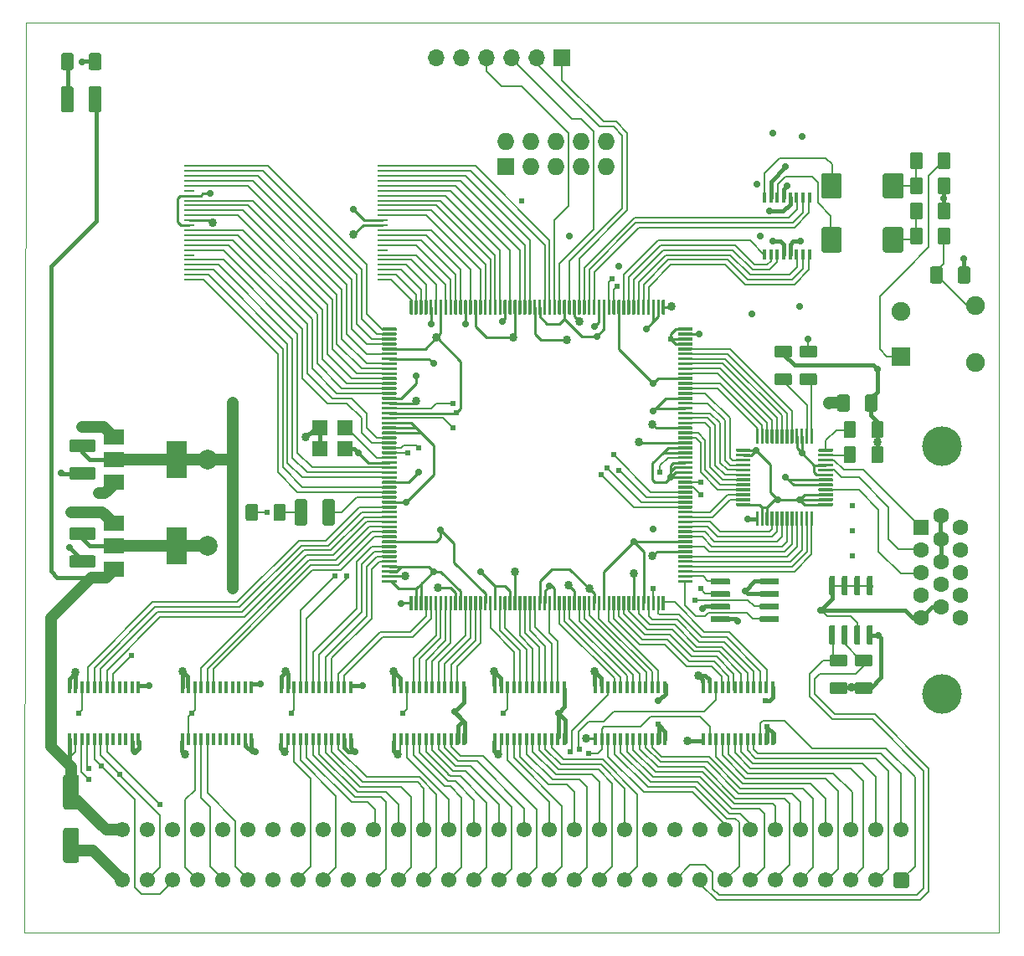
<source format=gbr>
G04 #@! TF.GenerationSoftware,KiCad,Pcbnew,5.1.5+dfsg1-2build2*
G04 #@! TF.CreationDate,2021-07-06T13:38:07+01:00*
G04 #@! TF.ProjectId,Video+Sound,56696465-6f2b-4536-9f75-6e642e6b6963,rev?*
G04 #@! TF.SameCoordinates,Original*
G04 #@! TF.FileFunction,Copper,L1,Top*
G04 #@! TF.FilePolarity,Positive*
%FSLAX46Y46*%
G04 Gerber Fmt 4.6, Leading zero omitted, Abs format (unit mm)*
G04 Created by KiCad (PCBNEW 5.1.5+dfsg1-2build2) date 2021-07-06 13:38:07*
%MOMM*%
%LPD*%
G04 APERTURE LIST*
%ADD10C,0.050000*%
%ADD11C,0.100000*%
%ADD12O,1.700000X1.700000*%
%ADD13R,1.700000X1.700000*%
%ADD14R,0.400000X1.200000*%
%ADD15R,0.400000X1.000000*%
%ADD16R,1.600000X1.500000*%
%ADD17R,1.100000X0.250000*%
%ADD18C,1.900000*%
%ADD19R,1.900000X1.900000*%
%ADD20R,2.000000X3.800000*%
%ADD21R,2.000000X1.500000*%
%ADD22C,2.000000*%
%ADD23O,1.727200X1.727200*%
%ADD24R,1.727200X1.727200*%
%ADD25R,1.600000X1.600000*%
%ADD26C,1.600000*%
%ADD27C,4.000000*%
%ADD28C,1.550000*%
%ADD29C,0.711200*%
%ADD30C,0.863600*%
%ADD31C,0.609600*%
%ADD32C,0.406400*%
%ADD33C,1.143000*%
%ADD34C,0.254000*%
%ADD35C,0.203200*%
G04 APERTURE END LIST*
D10*
X74041000Y-63500000D02*
X73914000Y-155575000D01*
X172466000Y-63500000D02*
X74041000Y-63500000D01*
X172466000Y-155575000D02*
X172466000Y-63500000D01*
X73914000Y-155575000D02*
X172466000Y-155575000D01*
G04 #@! TA.AperFunction,SMDPad,CuDef*
D11*
G36*
X162547504Y-78736204D02*
G01*
X162571773Y-78739804D01*
X162595571Y-78745765D01*
X162618671Y-78754030D01*
X162640849Y-78764520D01*
X162661893Y-78777133D01*
X162681598Y-78791747D01*
X162699777Y-78808223D01*
X162716253Y-78826402D01*
X162730867Y-78846107D01*
X162743480Y-78867151D01*
X162753970Y-78889329D01*
X162762235Y-78912429D01*
X162768196Y-78936227D01*
X162771796Y-78960496D01*
X162773000Y-78985000D01*
X162773000Y-81035000D01*
X162771796Y-81059504D01*
X162768196Y-81083773D01*
X162762235Y-81107571D01*
X162753970Y-81130671D01*
X162743480Y-81152849D01*
X162730867Y-81173893D01*
X162716253Y-81193598D01*
X162699777Y-81211777D01*
X162681598Y-81228253D01*
X162661893Y-81242867D01*
X162640849Y-81255480D01*
X162618671Y-81265970D01*
X162595571Y-81274235D01*
X162571773Y-81280196D01*
X162547504Y-81283796D01*
X162523000Y-81285000D01*
X160948000Y-81285000D01*
X160923496Y-81283796D01*
X160899227Y-81280196D01*
X160875429Y-81274235D01*
X160852329Y-81265970D01*
X160830151Y-81255480D01*
X160809107Y-81242867D01*
X160789402Y-81228253D01*
X160771223Y-81211777D01*
X160754747Y-81193598D01*
X160740133Y-81173893D01*
X160727520Y-81152849D01*
X160717030Y-81130671D01*
X160708765Y-81107571D01*
X160702804Y-81083773D01*
X160699204Y-81059504D01*
X160698000Y-81035000D01*
X160698000Y-78985000D01*
X160699204Y-78960496D01*
X160702804Y-78936227D01*
X160708765Y-78912429D01*
X160717030Y-78889329D01*
X160727520Y-78867151D01*
X160740133Y-78846107D01*
X160754747Y-78826402D01*
X160771223Y-78808223D01*
X160789402Y-78791747D01*
X160809107Y-78777133D01*
X160830151Y-78764520D01*
X160852329Y-78754030D01*
X160875429Y-78745765D01*
X160899227Y-78739804D01*
X160923496Y-78736204D01*
X160948000Y-78735000D01*
X162523000Y-78735000D01*
X162547504Y-78736204D01*
G37*
G04 #@! TD.AperFunction*
G04 #@! TA.AperFunction,SMDPad,CuDef*
G36*
X156322504Y-78736204D02*
G01*
X156346773Y-78739804D01*
X156370571Y-78745765D01*
X156393671Y-78754030D01*
X156415849Y-78764520D01*
X156436893Y-78777133D01*
X156456598Y-78791747D01*
X156474777Y-78808223D01*
X156491253Y-78826402D01*
X156505867Y-78846107D01*
X156518480Y-78867151D01*
X156528970Y-78889329D01*
X156537235Y-78912429D01*
X156543196Y-78936227D01*
X156546796Y-78960496D01*
X156548000Y-78985000D01*
X156548000Y-81035000D01*
X156546796Y-81059504D01*
X156543196Y-81083773D01*
X156537235Y-81107571D01*
X156528970Y-81130671D01*
X156518480Y-81152849D01*
X156505867Y-81173893D01*
X156491253Y-81193598D01*
X156474777Y-81211777D01*
X156456598Y-81228253D01*
X156436893Y-81242867D01*
X156415849Y-81255480D01*
X156393671Y-81265970D01*
X156370571Y-81274235D01*
X156346773Y-81280196D01*
X156322504Y-81283796D01*
X156298000Y-81285000D01*
X154723000Y-81285000D01*
X154698496Y-81283796D01*
X154674227Y-81280196D01*
X154650429Y-81274235D01*
X154627329Y-81265970D01*
X154605151Y-81255480D01*
X154584107Y-81242867D01*
X154564402Y-81228253D01*
X154546223Y-81211777D01*
X154529747Y-81193598D01*
X154515133Y-81173893D01*
X154502520Y-81152849D01*
X154492030Y-81130671D01*
X154483765Y-81107571D01*
X154477804Y-81083773D01*
X154474204Y-81059504D01*
X154473000Y-81035000D01*
X154473000Y-78985000D01*
X154474204Y-78960496D01*
X154477804Y-78936227D01*
X154483765Y-78912429D01*
X154492030Y-78889329D01*
X154502520Y-78867151D01*
X154515133Y-78846107D01*
X154529747Y-78826402D01*
X154546223Y-78808223D01*
X154564402Y-78791747D01*
X154584107Y-78777133D01*
X154605151Y-78764520D01*
X154627329Y-78754030D01*
X154650429Y-78745765D01*
X154674227Y-78739804D01*
X154698496Y-78736204D01*
X154723000Y-78735000D01*
X156298000Y-78735000D01*
X156322504Y-78736204D01*
G37*
G04 #@! TD.AperFunction*
G04 #@! TA.AperFunction,SMDPad,CuDef*
G36*
X162547504Y-84197204D02*
G01*
X162571773Y-84200804D01*
X162595571Y-84206765D01*
X162618671Y-84215030D01*
X162640849Y-84225520D01*
X162661893Y-84238133D01*
X162681598Y-84252747D01*
X162699777Y-84269223D01*
X162716253Y-84287402D01*
X162730867Y-84307107D01*
X162743480Y-84328151D01*
X162753970Y-84350329D01*
X162762235Y-84373429D01*
X162768196Y-84397227D01*
X162771796Y-84421496D01*
X162773000Y-84446000D01*
X162773000Y-86496000D01*
X162771796Y-86520504D01*
X162768196Y-86544773D01*
X162762235Y-86568571D01*
X162753970Y-86591671D01*
X162743480Y-86613849D01*
X162730867Y-86634893D01*
X162716253Y-86654598D01*
X162699777Y-86672777D01*
X162681598Y-86689253D01*
X162661893Y-86703867D01*
X162640849Y-86716480D01*
X162618671Y-86726970D01*
X162595571Y-86735235D01*
X162571773Y-86741196D01*
X162547504Y-86744796D01*
X162523000Y-86746000D01*
X160948000Y-86746000D01*
X160923496Y-86744796D01*
X160899227Y-86741196D01*
X160875429Y-86735235D01*
X160852329Y-86726970D01*
X160830151Y-86716480D01*
X160809107Y-86703867D01*
X160789402Y-86689253D01*
X160771223Y-86672777D01*
X160754747Y-86654598D01*
X160740133Y-86634893D01*
X160727520Y-86613849D01*
X160717030Y-86591671D01*
X160708765Y-86568571D01*
X160702804Y-86544773D01*
X160699204Y-86520504D01*
X160698000Y-86496000D01*
X160698000Y-84446000D01*
X160699204Y-84421496D01*
X160702804Y-84397227D01*
X160708765Y-84373429D01*
X160717030Y-84350329D01*
X160727520Y-84328151D01*
X160740133Y-84307107D01*
X160754747Y-84287402D01*
X160771223Y-84269223D01*
X160789402Y-84252747D01*
X160809107Y-84238133D01*
X160830151Y-84225520D01*
X160852329Y-84215030D01*
X160875429Y-84206765D01*
X160899227Y-84200804D01*
X160923496Y-84197204D01*
X160948000Y-84196000D01*
X162523000Y-84196000D01*
X162547504Y-84197204D01*
G37*
G04 #@! TD.AperFunction*
G04 #@! TA.AperFunction,SMDPad,CuDef*
G36*
X156322504Y-84197204D02*
G01*
X156346773Y-84200804D01*
X156370571Y-84206765D01*
X156393671Y-84215030D01*
X156415849Y-84225520D01*
X156436893Y-84238133D01*
X156456598Y-84252747D01*
X156474777Y-84269223D01*
X156491253Y-84287402D01*
X156505867Y-84307107D01*
X156518480Y-84328151D01*
X156528970Y-84350329D01*
X156537235Y-84373429D01*
X156543196Y-84397227D01*
X156546796Y-84421496D01*
X156548000Y-84446000D01*
X156548000Y-86496000D01*
X156546796Y-86520504D01*
X156543196Y-86544773D01*
X156537235Y-86568571D01*
X156528970Y-86591671D01*
X156518480Y-86613849D01*
X156505867Y-86634893D01*
X156491253Y-86654598D01*
X156474777Y-86672777D01*
X156456598Y-86689253D01*
X156436893Y-86703867D01*
X156415849Y-86716480D01*
X156393671Y-86726970D01*
X156370571Y-86735235D01*
X156346773Y-86741196D01*
X156322504Y-86744796D01*
X156298000Y-86746000D01*
X154723000Y-86746000D01*
X154698496Y-86744796D01*
X154674227Y-86741196D01*
X154650429Y-86735235D01*
X154627329Y-86726970D01*
X154605151Y-86716480D01*
X154584107Y-86703867D01*
X154564402Y-86689253D01*
X154546223Y-86672777D01*
X154529747Y-86654598D01*
X154515133Y-86634893D01*
X154502520Y-86613849D01*
X154492030Y-86591671D01*
X154483765Y-86568571D01*
X154477804Y-86544773D01*
X154474204Y-86520504D01*
X154473000Y-86496000D01*
X154473000Y-84446000D01*
X154474204Y-84421496D01*
X154477804Y-84397227D01*
X154483765Y-84373429D01*
X154492030Y-84350329D01*
X154502520Y-84328151D01*
X154515133Y-84307107D01*
X154529747Y-84287402D01*
X154546223Y-84269223D01*
X154564402Y-84252747D01*
X154584107Y-84238133D01*
X154605151Y-84225520D01*
X154627329Y-84215030D01*
X154650429Y-84206765D01*
X154674227Y-84200804D01*
X154698496Y-84197204D01*
X154723000Y-84196000D01*
X156298000Y-84196000D01*
X156322504Y-84197204D01*
G37*
G04 #@! TD.AperFunction*
D12*
X115570000Y-67056000D03*
X118110000Y-67056000D03*
X120650000Y-67056000D03*
X123190000Y-67056000D03*
X125730000Y-67056000D03*
D13*
X128270000Y-67056000D03*
D14*
X89852500Y-130750000D03*
X90487500Y-130750000D03*
X91122500Y-130750000D03*
X91757500Y-130750000D03*
X92392500Y-130750000D03*
X93027500Y-130750000D03*
X93662500Y-130750000D03*
X94297500Y-130750000D03*
X94932500Y-130750000D03*
X95567500Y-130750000D03*
X96202500Y-130750000D03*
X96837500Y-130750000D03*
X96837500Y-135950000D03*
X96202500Y-135950000D03*
X95567500Y-135950000D03*
X94932500Y-135950000D03*
X94297500Y-135950000D03*
X93662500Y-135950000D03*
X93027500Y-135950000D03*
X92392500Y-135950000D03*
X91757500Y-135950000D03*
X91122500Y-135950000D03*
X90487500Y-135950000D03*
X89852500Y-135950000D03*
D15*
X148718000Y-81174000D03*
X149368000Y-81174000D03*
X150018000Y-81174000D03*
X150668000Y-81174000D03*
X151318000Y-81174000D03*
X151968000Y-81174000D03*
X152618000Y-81174000D03*
X153268000Y-81174000D03*
X153268000Y-86974000D03*
X152618000Y-86974000D03*
X151968000Y-86974000D03*
X151318000Y-86974000D03*
X150668000Y-86974000D03*
X150018000Y-86974000D03*
X149368000Y-86974000D03*
X148718000Y-86974000D03*
D14*
X78422500Y-130750000D03*
X79057500Y-130750000D03*
X79692500Y-130750000D03*
X80327500Y-130750000D03*
X80962500Y-130750000D03*
X81597500Y-130750000D03*
X82232500Y-130750000D03*
X82867500Y-130750000D03*
X83502500Y-130750000D03*
X84137500Y-130750000D03*
X84772500Y-130750000D03*
X85407500Y-130750000D03*
X85407500Y-135950000D03*
X84772500Y-135950000D03*
X84137500Y-135950000D03*
X83502500Y-135950000D03*
X82867500Y-135950000D03*
X82232500Y-135950000D03*
X81597500Y-135950000D03*
X80962500Y-135950000D03*
X80327500Y-135950000D03*
X79692500Y-135950000D03*
X79057500Y-135950000D03*
X78422500Y-135950000D03*
X99897500Y-130750000D03*
X100532500Y-130750000D03*
X101167500Y-130750000D03*
X101802500Y-130750000D03*
X102437500Y-130750000D03*
X103072500Y-130750000D03*
X103707500Y-130750000D03*
X104342500Y-130750000D03*
X104977500Y-130750000D03*
X105612500Y-130750000D03*
X106247500Y-130750000D03*
X106882500Y-130750000D03*
X106882500Y-135950000D03*
X106247500Y-135950000D03*
X105612500Y-135950000D03*
X104977500Y-135950000D03*
X104342500Y-135950000D03*
X103707500Y-135950000D03*
X103072500Y-135950000D03*
X102437500Y-135950000D03*
X101802500Y-135950000D03*
X101167500Y-135950000D03*
X100532500Y-135950000D03*
X99897500Y-135950000D03*
X111327500Y-130750000D03*
X111962500Y-130750000D03*
X112597500Y-130750000D03*
X113232500Y-130750000D03*
X113867500Y-130750000D03*
X114502500Y-130750000D03*
X115137500Y-130750000D03*
X115772500Y-130750000D03*
X116407500Y-130750000D03*
X117042500Y-130750000D03*
X117677500Y-130750000D03*
X118312500Y-130750000D03*
X118312500Y-135950000D03*
X117677500Y-135950000D03*
X117042500Y-135950000D03*
X116407500Y-135950000D03*
X115772500Y-135950000D03*
X115137500Y-135950000D03*
X114502500Y-135950000D03*
X113867500Y-135950000D03*
X113232500Y-135950000D03*
X112597500Y-135950000D03*
X111962500Y-135950000D03*
X111327500Y-135950000D03*
X121487500Y-130750000D03*
X122122500Y-130750000D03*
X122757500Y-130750000D03*
X123392500Y-130750000D03*
X124027500Y-130750000D03*
X124662500Y-130750000D03*
X125297500Y-130750000D03*
X125932500Y-130750000D03*
X126567500Y-130750000D03*
X127202500Y-130750000D03*
X127837500Y-130750000D03*
X128472500Y-130750000D03*
X128472500Y-135950000D03*
X127837500Y-135950000D03*
X127202500Y-135950000D03*
X126567500Y-135950000D03*
X125932500Y-135950000D03*
X125297500Y-135950000D03*
X124662500Y-135950000D03*
X124027500Y-135950000D03*
X123392500Y-135950000D03*
X122757500Y-135950000D03*
X122122500Y-135950000D03*
X121487500Y-135950000D03*
X131647500Y-130750000D03*
X132282500Y-130750000D03*
X132917500Y-130750000D03*
X133552500Y-130750000D03*
X134187500Y-130750000D03*
X134822500Y-130750000D03*
X135457500Y-130750000D03*
X136092500Y-130750000D03*
X136727500Y-130750000D03*
X137362500Y-130750000D03*
X137997500Y-130750000D03*
X138632500Y-130750000D03*
X138632500Y-135950000D03*
X137997500Y-135950000D03*
X137362500Y-135950000D03*
X136727500Y-135950000D03*
X136092500Y-135950000D03*
X135457500Y-135950000D03*
X134822500Y-135950000D03*
X134187500Y-135950000D03*
X133552500Y-135950000D03*
X132917500Y-135950000D03*
X132282500Y-135950000D03*
X131647500Y-135950000D03*
X142557500Y-130750000D03*
X143192500Y-130750000D03*
X143827500Y-130750000D03*
X144462500Y-130750000D03*
X145097500Y-130750000D03*
X145732500Y-130750000D03*
X146367500Y-130750000D03*
X147002500Y-130750000D03*
X147637500Y-130750000D03*
X148272500Y-130750000D03*
X148907500Y-130750000D03*
X149542500Y-130750000D03*
X149542500Y-135950000D03*
X148907500Y-135950000D03*
X148272500Y-135950000D03*
X147637500Y-135950000D03*
X147002500Y-135950000D03*
X146367500Y-135950000D03*
X145732500Y-135950000D03*
X145097500Y-135950000D03*
X144462500Y-135950000D03*
X143827500Y-135950000D03*
X143192500Y-135950000D03*
X142557500Y-135950000D03*
G04 #@! TA.AperFunction,SMDPad,CuDef*
D11*
G36*
X167277504Y-76596204D02*
G01*
X167301773Y-76599804D01*
X167325571Y-76605765D01*
X167348671Y-76614030D01*
X167370849Y-76624520D01*
X167391893Y-76637133D01*
X167411598Y-76651747D01*
X167429777Y-76668223D01*
X167446253Y-76686402D01*
X167460867Y-76706107D01*
X167473480Y-76727151D01*
X167483970Y-76749329D01*
X167492235Y-76772429D01*
X167498196Y-76796227D01*
X167501796Y-76820496D01*
X167503000Y-76845000D01*
X167503000Y-78095000D01*
X167501796Y-78119504D01*
X167498196Y-78143773D01*
X167492235Y-78167571D01*
X167483970Y-78190671D01*
X167473480Y-78212849D01*
X167460867Y-78233893D01*
X167446253Y-78253598D01*
X167429777Y-78271777D01*
X167411598Y-78288253D01*
X167391893Y-78302867D01*
X167370849Y-78315480D01*
X167348671Y-78325970D01*
X167325571Y-78334235D01*
X167301773Y-78340196D01*
X167277504Y-78343796D01*
X167253000Y-78345000D01*
X166503000Y-78345000D01*
X166478496Y-78343796D01*
X166454227Y-78340196D01*
X166430429Y-78334235D01*
X166407329Y-78325970D01*
X166385151Y-78315480D01*
X166364107Y-78302867D01*
X166344402Y-78288253D01*
X166326223Y-78271777D01*
X166309747Y-78253598D01*
X166295133Y-78233893D01*
X166282520Y-78212849D01*
X166272030Y-78190671D01*
X166263765Y-78167571D01*
X166257804Y-78143773D01*
X166254204Y-78119504D01*
X166253000Y-78095000D01*
X166253000Y-76845000D01*
X166254204Y-76820496D01*
X166257804Y-76796227D01*
X166263765Y-76772429D01*
X166272030Y-76749329D01*
X166282520Y-76727151D01*
X166295133Y-76706107D01*
X166309747Y-76686402D01*
X166326223Y-76668223D01*
X166344402Y-76651747D01*
X166364107Y-76637133D01*
X166385151Y-76624520D01*
X166407329Y-76614030D01*
X166430429Y-76605765D01*
X166454227Y-76599804D01*
X166478496Y-76596204D01*
X166503000Y-76595000D01*
X167253000Y-76595000D01*
X167277504Y-76596204D01*
G37*
G04 #@! TD.AperFunction*
G04 #@! TA.AperFunction,SMDPad,CuDef*
G36*
X164477504Y-76596204D02*
G01*
X164501773Y-76599804D01*
X164525571Y-76605765D01*
X164548671Y-76614030D01*
X164570849Y-76624520D01*
X164591893Y-76637133D01*
X164611598Y-76651747D01*
X164629777Y-76668223D01*
X164646253Y-76686402D01*
X164660867Y-76706107D01*
X164673480Y-76727151D01*
X164683970Y-76749329D01*
X164692235Y-76772429D01*
X164698196Y-76796227D01*
X164701796Y-76820496D01*
X164703000Y-76845000D01*
X164703000Y-78095000D01*
X164701796Y-78119504D01*
X164698196Y-78143773D01*
X164692235Y-78167571D01*
X164683970Y-78190671D01*
X164673480Y-78212849D01*
X164660867Y-78233893D01*
X164646253Y-78253598D01*
X164629777Y-78271777D01*
X164611598Y-78288253D01*
X164591893Y-78302867D01*
X164570849Y-78315480D01*
X164548671Y-78325970D01*
X164525571Y-78334235D01*
X164501773Y-78340196D01*
X164477504Y-78343796D01*
X164453000Y-78345000D01*
X163703000Y-78345000D01*
X163678496Y-78343796D01*
X163654227Y-78340196D01*
X163630429Y-78334235D01*
X163607329Y-78325970D01*
X163585151Y-78315480D01*
X163564107Y-78302867D01*
X163544402Y-78288253D01*
X163526223Y-78271777D01*
X163509747Y-78253598D01*
X163495133Y-78233893D01*
X163482520Y-78212849D01*
X163472030Y-78190671D01*
X163463765Y-78167571D01*
X163457804Y-78143773D01*
X163454204Y-78119504D01*
X163453000Y-78095000D01*
X163453000Y-76845000D01*
X163454204Y-76820496D01*
X163457804Y-76796227D01*
X163463765Y-76772429D01*
X163472030Y-76749329D01*
X163482520Y-76727151D01*
X163495133Y-76706107D01*
X163509747Y-76686402D01*
X163526223Y-76668223D01*
X163544402Y-76651747D01*
X163564107Y-76637133D01*
X163585151Y-76624520D01*
X163607329Y-76614030D01*
X163630429Y-76605765D01*
X163654227Y-76599804D01*
X163678496Y-76596204D01*
X163703000Y-76595000D01*
X164453000Y-76595000D01*
X164477504Y-76596204D01*
G37*
G04 #@! TD.AperFunction*
G04 #@! TA.AperFunction,SMDPad,CuDef*
G36*
X167277504Y-84216204D02*
G01*
X167301773Y-84219804D01*
X167325571Y-84225765D01*
X167348671Y-84234030D01*
X167370849Y-84244520D01*
X167391893Y-84257133D01*
X167411598Y-84271747D01*
X167429777Y-84288223D01*
X167446253Y-84306402D01*
X167460867Y-84326107D01*
X167473480Y-84347151D01*
X167483970Y-84369329D01*
X167492235Y-84392429D01*
X167498196Y-84416227D01*
X167501796Y-84440496D01*
X167503000Y-84465000D01*
X167503000Y-85715000D01*
X167501796Y-85739504D01*
X167498196Y-85763773D01*
X167492235Y-85787571D01*
X167483970Y-85810671D01*
X167473480Y-85832849D01*
X167460867Y-85853893D01*
X167446253Y-85873598D01*
X167429777Y-85891777D01*
X167411598Y-85908253D01*
X167391893Y-85922867D01*
X167370849Y-85935480D01*
X167348671Y-85945970D01*
X167325571Y-85954235D01*
X167301773Y-85960196D01*
X167277504Y-85963796D01*
X167253000Y-85965000D01*
X166503000Y-85965000D01*
X166478496Y-85963796D01*
X166454227Y-85960196D01*
X166430429Y-85954235D01*
X166407329Y-85945970D01*
X166385151Y-85935480D01*
X166364107Y-85922867D01*
X166344402Y-85908253D01*
X166326223Y-85891777D01*
X166309747Y-85873598D01*
X166295133Y-85853893D01*
X166282520Y-85832849D01*
X166272030Y-85810671D01*
X166263765Y-85787571D01*
X166257804Y-85763773D01*
X166254204Y-85739504D01*
X166253000Y-85715000D01*
X166253000Y-84465000D01*
X166254204Y-84440496D01*
X166257804Y-84416227D01*
X166263765Y-84392429D01*
X166272030Y-84369329D01*
X166282520Y-84347151D01*
X166295133Y-84326107D01*
X166309747Y-84306402D01*
X166326223Y-84288223D01*
X166344402Y-84271747D01*
X166364107Y-84257133D01*
X166385151Y-84244520D01*
X166407329Y-84234030D01*
X166430429Y-84225765D01*
X166454227Y-84219804D01*
X166478496Y-84216204D01*
X166503000Y-84215000D01*
X167253000Y-84215000D01*
X167277504Y-84216204D01*
G37*
G04 #@! TD.AperFunction*
G04 #@! TA.AperFunction,SMDPad,CuDef*
G36*
X164477504Y-84216204D02*
G01*
X164501773Y-84219804D01*
X164525571Y-84225765D01*
X164548671Y-84234030D01*
X164570849Y-84244520D01*
X164591893Y-84257133D01*
X164611598Y-84271747D01*
X164629777Y-84288223D01*
X164646253Y-84306402D01*
X164660867Y-84326107D01*
X164673480Y-84347151D01*
X164683970Y-84369329D01*
X164692235Y-84392429D01*
X164698196Y-84416227D01*
X164701796Y-84440496D01*
X164703000Y-84465000D01*
X164703000Y-85715000D01*
X164701796Y-85739504D01*
X164698196Y-85763773D01*
X164692235Y-85787571D01*
X164683970Y-85810671D01*
X164673480Y-85832849D01*
X164660867Y-85853893D01*
X164646253Y-85873598D01*
X164629777Y-85891777D01*
X164611598Y-85908253D01*
X164591893Y-85922867D01*
X164570849Y-85935480D01*
X164548671Y-85945970D01*
X164525571Y-85954235D01*
X164501773Y-85960196D01*
X164477504Y-85963796D01*
X164453000Y-85965000D01*
X163703000Y-85965000D01*
X163678496Y-85963796D01*
X163654227Y-85960196D01*
X163630429Y-85954235D01*
X163607329Y-85945970D01*
X163585151Y-85935480D01*
X163564107Y-85922867D01*
X163544402Y-85908253D01*
X163526223Y-85891777D01*
X163509747Y-85873598D01*
X163495133Y-85853893D01*
X163482520Y-85832849D01*
X163472030Y-85810671D01*
X163463765Y-85787571D01*
X163457804Y-85763773D01*
X163454204Y-85739504D01*
X163453000Y-85715000D01*
X163453000Y-84465000D01*
X163454204Y-84440496D01*
X163457804Y-84416227D01*
X163463765Y-84392429D01*
X163472030Y-84369329D01*
X163482520Y-84347151D01*
X163495133Y-84326107D01*
X163509747Y-84306402D01*
X163526223Y-84288223D01*
X163544402Y-84271747D01*
X163564107Y-84257133D01*
X163585151Y-84244520D01*
X163607329Y-84234030D01*
X163630429Y-84225765D01*
X163654227Y-84219804D01*
X163678496Y-84216204D01*
X163703000Y-84215000D01*
X164453000Y-84215000D01*
X164477504Y-84216204D01*
G37*
G04 #@! TD.AperFunction*
G04 #@! TA.AperFunction,SMDPad,CuDef*
G36*
X167283504Y-79136204D02*
G01*
X167307773Y-79139804D01*
X167331571Y-79145765D01*
X167354671Y-79154030D01*
X167376849Y-79164520D01*
X167397893Y-79177133D01*
X167417598Y-79191747D01*
X167435777Y-79208223D01*
X167452253Y-79226402D01*
X167466867Y-79246107D01*
X167479480Y-79267151D01*
X167489970Y-79289329D01*
X167498235Y-79312429D01*
X167504196Y-79336227D01*
X167507796Y-79360496D01*
X167509000Y-79385000D01*
X167509000Y-80635000D01*
X167507796Y-80659504D01*
X167504196Y-80683773D01*
X167498235Y-80707571D01*
X167489970Y-80730671D01*
X167479480Y-80752849D01*
X167466867Y-80773893D01*
X167452253Y-80793598D01*
X167435777Y-80811777D01*
X167417598Y-80828253D01*
X167397893Y-80842867D01*
X167376849Y-80855480D01*
X167354671Y-80865970D01*
X167331571Y-80874235D01*
X167307773Y-80880196D01*
X167283504Y-80883796D01*
X167259000Y-80885000D01*
X166509000Y-80885000D01*
X166484496Y-80883796D01*
X166460227Y-80880196D01*
X166436429Y-80874235D01*
X166413329Y-80865970D01*
X166391151Y-80855480D01*
X166370107Y-80842867D01*
X166350402Y-80828253D01*
X166332223Y-80811777D01*
X166315747Y-80793598D01*
X166301133Y-80773893D01*
X166288520Y-80752849D01*
X166278030Y-80730671D01*
X166269765Y-80707571D01*
X166263804Y-80683773D01*
X166260204Y-80659504D01*
X166259000Y-80635000D01*
X166259000Y-79385000D01*
X166260204Y-79360496D01*
X166263804Y-79336227D01*
X166269765Y-79312429D01*
X166278030Y-79289329D01*
X166288520Y-79267151D01*
X166301133Y-79246107D01*
X166315747Y-79226402D01*
X166332223Y-79208223D01*
X166350402Y-79191747D01*
X166370107Y-79177133D01*
X166391151Y-79164520D01*
X166413329Y-79154030D01*
X166436429Y-79145765D01*
X166460227Y-79139804D01*
X166484496Y-79136204D01*
X166509000Y-79135000D01*
X167259000Y-79135000D01*
X167283504Y-79136204D01*
G37*
G04 #@! TD.AperFunction*
G04 #@! TA.AperFunction,SMDPad,CuDef*
G36*
X164483504Y-79136204D02*
G01*
X164507773Y-79139804D01*
X164531571Y-79145765D01*
X164554671Y-79154030D01*
X164576849Y-79164520D01*
X164597893Y-79177133D01*
X164617598Y-79191747D01*
X164635777Y-79208223D01*
X164652253Y-79226402D01*
X164666867Y-79246107D01*
X164679480Y-79267151D01*
X164689970Y-79289329D01*
X164698235Y-79312429D01*
X164704196Y-79336227D01*
X164707796Y-79360496D01*
X164709000Y-79385000D01*
X164709000Y-80635000D01*
X164707796Y-80659504D01*
X164704196Y-80683773D01*
X164698235Y-80707571D01*
X164689970Y-80730671D01*
X164679480Y-80752849D01*
X164666867Y-80773893D01*
X164652253Y-80793598D01*
X164635777Y-80811777D01*
X164617598Y-80828253D01*
X164597893Y-80842867D01*
X164576849Y-80855480D01*
X164554671Y-80865970D01*
X164531571Y-80874235D01*
X164507773Y-80880196D01*
X164483504Y-80883796D01*
X164459000Y-80885000D01*
X163709000Y-80885000D01*
X163684496Y-80883796D01*
X163660227Y-80880196D01*
X163636429Y-80874235D01*
X163613329Y-80865970D01*
X163591151Y-80855480D01*
X163570107Y-80842867D01*
X163550402Y-80828253D01*
X163532223Y-80811777D01*
X163515747Y-80793598D01*
X163501133Y-80773893D01*
X163488520Y-80752849D01*
X163478030Y-80730671D01*
X163469765Y-80707571D01*
X163463804Y-80683773D01*
X163460204Y-80659504D01*
X163459000Y-80635000D01*
X163459000Y-79385000D01*
X163460204Y-79360496D01*
X163463804Y-79336227D01*
X163469765Y-79312429D01*
X163478030Y-79289329D01*
X163488520Y-79267151D01*
X163501133Y-79246107D01*
X163515747Y-79226402D01*
X163532223Y-79208223D01*
X163550402Y-79191747D01*
X163570107Y-79177133D01*
X163591151Y-79164520D01*
X163613329Y-79154030D01*
X163636429Y-79145765D01*
X163660227Y-79139804D01*
X163684496Y-79136204D01*
X163709000Y-79135000D01*
X164459000Y-79135000D01*
X164483504Y-79136204D01*
G37*
G04 #@! TD.AperFunction*
G04 #@! TA.AperFunction,SMDPad,CuDef*
G36*
X167283504Y-81676204D02*
G01*
X167307773Y-81679804D01*
X167331571Y-81685765D01*
X167354671Y-81694030D01*
X167376849Y-81704520D01*
X167397893Y-81717133D01*
X167417598Y-81731747D01*
X167435777Y-81748223D01*
X167452253Y-81766402D01*
X167466867Y-81786107D01*
X167479480Y-81807151D01*
X167489970Y-81829329D01*
X167498235Y-81852429D01*
X167504196Y-81876227D01*
X167507796Y-81900496D01*
X167509000Y-81925000D01*
X167509000Y-83175000D01*
X167507796Y-83199504D01*
X167504196Y-83223773D01*
X167498235Y-83247571D01*
X167489970Y-83270671D01*
X167479480Y-83292849D01*
X167466867Y-83313893D01*
X167452253Y-83333598D01*
X167435777Y-83351777D01*
X167417598Y-83368253D01*
X167397893Y-83382867D01*
X167376849Y-83395480D01*
X167354671Y-83405970D01*
X167331571Y-83414235D01*
X167307773Y-83420196D01*
X167283504Y-83423796D01*
X167259000Y-83425000D01*
X166509000Y-83425000D01*
X166484496Y-83423796D01*
X166460227Y-83420196D01*
X166436429Y-83414235D01*
X166413329Y-83405970D01*
X166391151Y-83395480D01*
X166370107Y-83382867D01*
X166350402Y-83368253D01*
X166332223Y-83351777D01*
X166315747Y-83333598D01*
X166301133Y-83313893D01*
X166288520Y-83292849D01*
X166278030Y-83270671D01*
X166269765Y-83247571D01*
X166263804Y-83223773D01*
X166260204Y-83199504D01*
X166259000Y-83175000D01*
X166259000Y-81925000D01*
X166260204Y-81900496D01*
X166263804Y-81876227D01*
X166269765Y-81852429D01*
X166278030Y-81829329D01*
X166288520Y-81807151D01*
X166301133Y-81786107D01*
X166315747Y-81766402D01*
X166332223Y-81748223D01*
X166350402Y-81731747D01*
X166370107Y-81717133D01*
X166391151Y-81704520D01*
X166413329Y-81694030D01*
X166436429Y-81685765D01*
X166460227Y-81679804D01*
X166484496Y-81676204D01*
X166509000Y-81675000D01*
X167259000Y-81675000D01*
X167283504Y-81676204D01*
G37*
G04 #@! TD.AperFunction*
G04 #@! TA.AperFunction,SMDPad,CuDef*
G36*
X164483504Y-81676204D02*
G01*
X164507773Y-81679804D01*
X164531571Y-81685765D01*
X164554671Y-81694030D01*
X164576849Y-81704520D01*
X164597893Y-81717133D01*
X164617598Y-81731747D01*
X164635777Y-81748223D01*
X164652253Y-81766402D01*
X164666867Y-81786107D01*
X164679480Y-81807151D01*
X164689970Y-81829329D01*
X164698235Y-81852429D01*
X164704196Y-81876227D01*
X164707796Y-81900496D01*
X164709000Y-81925000D01*
X164709000Y-83175000D01*
X164707796Y-83199504D01*
X164704196Y-83223773D01*
X164698235Y-83247571D01*
X164689970Y-83270671D01*
X164679480Y-83292849D01*
X164666867Y-83313893D01*
X164652253Y-83333598D01*
X164635777Y-83351777D01*
X164617598Y-83368253D01*
X164597893Y-83382867D01*
X164576849Y-83395480D01*
X164554671Y-83405970D01*
X164531571Y-83414235D01*
X164507773Y-83420196D01*
X164483504Y-83423796D01*
X164459000Y-83425000D01*
X163709000Y-83425000D01*
X163684496Y-83423796D01*
X163660227Y-83420196D01*
X163636429Y-83414235D01*
X163613329Y-83405970D01*
X163591151Y-83395480D01*
X163570107Y-83382867D01*
X163550402Y-83368253D01*
X163532223Y-83351777D01*
X163515747Y-83333598D01*
X163501133Y-83313893D01*
X163488520Y-83292849D01*
X163478030Y-83270671D01*
X163469765Y-83247571D01*
X163463804Y-83223773D01*
X163460204Y-83199504D01*
X163459000Y-83175000D01*
X163459000Y-81925000D01*
X163460204Y-81900496D01*
X163463804Y-81876227D01*
X163469765Y-81852429D01*
X163478030Y-81829329D01*
X163488520Y-81807151D01*
X163501133Y-81786107D01*
X163515747Y-81766402D01*
X163532223Y-81748223D01*
X163550402Y-81731747D01*
X163570107Y-81717133D01*
X163591151Y-81704520D01*
X163613329Y-81694030D01*
X163636429Y-81685765D01*
X163660227Y-81679804D01*
X163684496Y-81676204D01*
X163709000Y-81675000D01*
X164459000Y-81675000D01*
X164483504Y-81676204D01*
G37*
G04 #@! TD.AperFunction*
G04 #@! TA.AperFunction,SMDPad,CuDef*
G36*
X169309504Y-88153204D02*
G01*
X169333773Y-88156804D01*
X169357571Y-88162765D01*
X169380671Y-88171030D01*
X169402849Y-88181520D01*
X169423893Y-88194133D01*
X169443598Y-88208747D01*
X169461777Y-88225223D01*
X169478253Y-88243402D01*
X169492867Y-88263107D01*
X169505480Y-88284151D01*
X169515970Y-88306329D01*
X169524235Y-88329429D01*
X169530196Y-88353227D01*
X169533796Y-88377496D01*
X169535000Y-88402000D01*
X169535000Y-89652000D01*
X169533796Y-89676504D01*
X169530196Y-89700773D01*
X169524235Y-89724571D01*
X169515970Y-89747671D01*
X169505480Y-89769849D01*
X169492867Y-89790893D01*
X169478253Y-89810598D01*
X169461777Y-89828777D01*
X169443598Y-89845253D01*
X169423893Y-89859867D01*
X169402849Y-89872480D01*
X169380671Y-89882970D01*
X169357571Y-89891235D01*
X169333773Y-89897196D01*
X169309504Y-89900796D01*
X169285000Y-89902000D01*
X168535000Y-89902000D01*
X168510496Y-89900796D01*
X168486227Y-89897196D01*
X168462429Y-89891235D01*
X168439329Y-89882970D01*
X168417151Y-89872480D01*
X168396107Y-89859867D01*
X168376402Y-89845253D01*
X168358223Y-89828777D01*
X168341747Y-89810598D01*
X168327133Y-89790893D01*
X168314520Y-89769849D01*
X168304030Y-89747671D01*
X168295765Y-89724571D01*
X168289804Y-89700773D01*
X168286204Y-89676504D01*
X168285000Y-89652000D01*
X168285000Y-88402000D01*
X168286204Y-88377496D01*
X168289804Y-88353227D01*
X168295765Y-88329429D01*
X168304030Y-88306329D01*
X168314520Y-88284151D01*
X168327133Y-88263107D01*
X168341747Y-88243402D01*
X168358223Y-88225223D01*
X168376402Y-88208747D01*
X168396107Y-88194133D01*
X168417151Y-88181520D01*
X168439329Y-88171030D01*
X168462429Y-88162765D01*
X168486227Y-88156804D01*
X168510496Y-88153204D01*
X168535000Y-88152000D01*
X169285000Y-88152000D01*
X169309504Y-88153204D01*
G37*
G04 #@! TD.AperFunction*
G04 #@! TA.AperFunction,SMDPad,CuDef*
G36*
X166509504Y-88153204D02*
G01*
X166533773Y-88156804D01*
X166557571Y-88162765D01*
X166580671Y-88171030D01*
X166602849Y-88181520D01*
X166623893Y-88194133D01*
X166643598Y-88208747D01*
X166661777Y-88225223D01*
X166678253Y-88243402D01*
X166692867Y-88263107D01*
X166705480Y-88284151D01*
X166715970Y-88306329D01*
X166724235Y-88329429D01*
X166730196Y-88353227D01*
X166733796Y-88377496D01*
X166735000Y-88402000D01*
X166735000Y-89652000D01*
X166733796Y-89676504D01*
X166730196Y-89700773D01*
X166724235Y-89724571D01*
X166715970Y-89747671D01*
X166705480Y-89769849D01*
X166692867Y-89790893D01*
X166678253Y-89810598D01*
X166661777Y-89828777D01*
X166643598Y-89845253D01*
X166623893Y-89859867D01*
X166602849Y-89872480D01*
X166580671Y-89882970D01*
X166557571Y-89891235D01*
X166533773Y-89897196D01*
X166509504Y-89900796D01*
X166485000Y-89902000D01*
X165735000Y-89902000D01*
X165710496Y-89900796D01*
X165686227Y-89897196D01*
X165662429Y-89891235D01*
X165639329Y-89882970D01*
X165617151Y-89872480D01*
X165596107Y-89859867D01*
X165576402Y-89845253D01*
X165558223Y-89828777D01*
X165541747Y-89810598D01*
X165527133Y-89790893D01*
X165514520Y-89769849D01*
X165504030Y-89747671D01*
X165495765Y-89724571D01*
X165489804Y-89700773D01*
X165486204Y-89676504D01*
X165485000Y-89652000D01*
X165485000Y-88402000D01*
X165486204Y-88377496D01*
X165489804Y-88353227D01*
X165495765Y-88329429D01*
X165504030Y-88306329D01*
X165514520Y-88284151D01*
X165527133Y-88263107D01*
X165541747Y-88243402D01*
X165558223Y-88225223D01*
X165576402Y-88208747D01*
X165596107Y-88194133D01*
X165617151Y-88181520D01*
X165639329Y-88171030D01*
X165662429Y-88162765D01*
X165686227Y-88156804D01*
X165710496Y-88153204D01*
X165735000Y-88152000D01*
X166485000Y-88152000D01*
X166509504Y-88153204D01*
G37*
G04 #@! TD.AperFunction*
G04 #@! TA.AperFunction,SMDPad,CuDef*
G36*
X79187504Y-144969204D02*
G01*
X79211773Y-144972804D01*
X79235571Y-144978765D01*
X79258671Y-144987030D01*
X79280849Y-144997520D01*
X79301893Y-145010133D01*
X79321598Y-145024747D01*
X79339777Y-145041223D01*
X79356253Y-145059402D01*
X79370867Y-145079107D01*
X79383480Y-145100151D01*
X79393970Y-145122329D01*
X79402235Y-145145429D01*
X79408196Y-145169227D01*
X79411796Y-145193496D01*
X79413000Y-145218000D01*
X79413000Y-148218000D01*
X79411796Y-148242504D01*
X79408196Y-148266773D01*
X79402235Y-148290571D01*
X79393970Y-148313671D01*
X79383480Y-148335849D01*
X79370867Y-148356893D01*
X79356253Y-148376598D01*
X79339777Y-148394777D01*
X79321598Y-148411253D01*
X79301893Y-148425867D01*
X79280849Y-148438480D01*
X79258671Y-148448970D01*
X79235571Y-148457235D01*
X79211773Y-148463196D01*
X79187504Y-148466796D01*
X79163000Y-148468000D01*
X78063000Y-148468000D01*
X78038496Y-148466796D01*
X78014227Y-148463196D01*
X77990429Y-148457235D01*
X77967329Y-148448970D01*
X77945151Y-148438480D01*
X77924107Y-148425867D01*
X77904402Y-148411253D01*
X77886223Y-148394777D01*
X77869747Y-148376598D01*
X77855133Y-148356893D01*
X77842520Y-148335849D01*
X77832030Y-148313671D01*
X77823765Y-148290571D01*
X77817804Y-148266773D01*
X77814204Y-148242504D01*
X77813000Y-148218000D01*
X77813000Y-145218000D01*
X77814204Y-145193496D01*
X77817804Y-145169227D01*
X77823765Y-145145429D01*
X77832030Y-145122329D01*
X77842520Y-145100151D01*
X77855133Y-145079107D01*
X77869747Y-145059402D01*
X77886223Y-145041223D01*
X77904402Y-145024747D01*
X77924107Y-145010133D01*
X77945151Y-144997520D01*
X77967329Y-144987030D01*
X77990429Y-144978765D01*
X78014227Y-144972804D01*
X78038496Y-144969204D01*
X78063000Y-144968000D01*
X79163000Y-144968000D01*
X79187504Y-144969204D01*
G37*
G04 #@! TD.AperFunction*
G04 #@! TA.AperFunction,SMDPad,CuDef*
G36*
X79187504Y-139569204D02*
G01*
X79211773Y-139572804D01*
X79235571Y-139578765D01*
X79258671Y-139587030D01*
X79280849Y-139597520D01*
X79301893Y-139610133D01*
X79321598Y-139624747D01*
X79339777Y-139641223D01*
X79356253Y-139659402D01*
X79370867Y-139679107D01*
X79383480Y-139700151D01*
X79393970Y-139722329D01*
X79402235Y-139745429D01*
X79408196Y-139769227D01*
X79411796Y-139793496D01*
X79413000Y-139818000D01*
X79413000Y-142818000D01*
X79411796Y-142842504D01*
X79408196Y-142866773D01*
X79402235Y-142890571D01*
X79393970Y-142913671D01*
X79383480Y-142935849D01*
X79370867Y-142956893D01*
X79356253Y-142976598D01*
X79339777Y-142994777D01*
X79321598Y-143011253D01*
X79301893Y-143025867D01*
X79280849Y-143038480D01*
X79258671Y-143048970D01*
X79235571Y-143057235D01*
X79211773Y-143063196D01*
X79187504Y-143066796D01*
X79163000Y-143068000D01*
X78063000Y-143068000D01*
X78038496Y-143066796D01*
X78014227Y-143063196D01*
X77990429Y-143057235D01*
X77967329Y-143048970D01*
X77945151Y-143038480D01*
X77924107Y-143025867D01*
X77904402Y-143011253D01*
X77886223Y-142994777D01*
X77869747Y-142976598D01*
X77855133Y-142956893D01*
X77842520Y-142935849D01*
X77832030Y-142913671D01*
X77823765Y-142890571D01*
X77817804Y-142866773D01*
X77814204Y-142842504D01*
X77813000Y-142818000D01*
X77813000Y-139818000D01*
X77814204Y-139793496D01*
X77817804Y-139769227D01*
X77823765Y-139745429D01*
X77832030Y-139722329D01*
X77842520Y-139700151D01*
X77855133Y-139679107D01*
X77869747Y-139659402D01*
X77886223Y-139641223D01*
X77904402Y-139624747D01*
X77924107Y-139610133D01*
X77945151Y-139597520D01*
X77967329Y-139587030D01*
X77990429Y-139578765D01*
X78014227Y-139572804D01*
X78038496Y-139569204D01*
X78063000Y-139568000D01*
X79163000Y-139568000D01*
X79187504Y-139569204D01*
G37*
G04 #@! TD.AperFunction*
G04 #@! TA.AperFunction,SMDPad,CuDef*
G36*
X157114504Y-101107204D02*
G01*
X157138773Y-101110804D01*
X157162571Y-101116765D01*
X157185671Y-101125030D01*
X157207849Y-101135520D01*
X157228893Y-101148133D01*
X157248598Y-101162747D01*
X157266777Y-101179223D01*
X157283253Y-101197402D01*
X157297867Y-101217107D01*
X157310480Y-101238151D01*
X157320970Y-101260329D01*
X157329235Y-101283429D01*
X157335196Y-101307227D01*
X157338796Y-101331496D01*
X157340000Y-101356000D01*
X157340000Y-102606000D01*
X157338796Y-102630504D01*
X157335196Y-102654773D01*
X157329235Y-102678571D01*
X157320970Y-102701671D01*
X157310480Y-102723849D01*
X157297867Y-102744893D01*
X157283253Y-102764598D01*
X157266777Y-102782777D01*
X157248598Y-102799253D01*
X157228893Y-102813867D01*
X157207849Y-102826480D01*
X157185671Y-102836970D01*
X157162571Y-102845235D01*
X157138773Y-102851196D01*
X157114504Y-102854796D01*
X157090000Y-102856000D01*
X156340000Y-102856000D01*
X156315496Y-102854796D01*
X156291227Y-102851196D01*
X156267429Y-102845235D01*
X156244329Y-102836970D01*
X156222151Y-102826480D01*
X156201107Y-102813867D01*
X156181402Y-102799253D01*
X156163223Y-102782777D01*
X156146747Y-102764598D01*
X156132133Y-102744893D01*
X156119520Y-102723849D01*
X156109030Y-102701671D01*
X156100765Y-102678571D01*
X156094804Y-102654773D01*
X156091204Y-102630504D01*
X156090000Y-102606000D01*
X156090000Y-101356000D01*
X156091204Y-101331496D01*
X156094804Y-101307227D01*
X156100765Y-101283429D01*
X156109030Y-101260329D01*
X156119520Y-101238151D01*
X156132133Y-101217107D01*
X156146747Y-101197402D01*
X156163223Y-101179223D01*
X156181402Y-101162747D01*
X156201107Y-101148133D01*
X156222151Y-101135520D01*
X156244329Y-101125030D01*
X156267429Y-101116765D01*
X156291227Y-101110804D01*
X156315496Y-101107204D01*
X156340000Y-101106000D01*
X157090000Y-101106000D01*
X157114504Y-101107204D01*
G37*
G04 #@! TD.AperFunction*
G04 #@! TA.AperFunction,SMDPad,CuDef*
G36*
X159914504Y-101107204D02*
G01*
X159938773Y-101110804D01*
X159962571Y-101116765D01*
X159985671Y-101125030D01*
X160007849Y-101135520D01*
X160028893Y-101148133D01*
X160048598Y-101162747D01*
X160066777Y-101179223D01*
X160083253Y-101197402D01*
X160097867Y-101217107D01*
X160110480Y-101238151D01*
X160120970Y-101260329D01*
X160129235Y-101283429D01*
X160135196Y-101307227D01*
X160138796Y-101331496D01*
X160140000Y-101356000D01*
X160140000Y-102606000D01*
X160138796Y-102630504D01*
X160135196Y-102654773D01*
X160129235Y-102678571D01*
X160120970Y-102701671D01*
X160110480Y-102723849D01*
X160097867Y-102744893D01*
X160083253Y-102764598D01*
X160066777Y-102782777D01*
X160048598Y-102799253D01*
X160028893Y-102813867D01*
X160007849Y-102826480D01*
X159985671Y-102836970D01*
X159962571Y-102845235D01*
X159938773Y-102851196D01*
X159914504Y-102854796D01*
X159890000Y-102856000D01*
X159140000Y-102856000D01*
X159115496Y-102854796D01*
X159091227Y-102851196D01*
X159067429Y-102845235D01*
X159044329Y-102836970D01*
X159022151Y-102826480D01*
X159001107Y-102813867D01*
X158981402Y-102799253D01*
X158963223Y-102782777D01*
X158946747Y-102764598D01*
X158932133Y-102744893D01*
X158919520Y-102723849D01*
X158909030Y-102701671D01*
X158900765Y-102678571D01*
X158894804Y-102654773D01*
X158891204Y-102630504D01*
X158890000Y-102606000D01*
X158890000Y-101356000D01*
X158891204Y-101331496D01*
X158894804Y-101307227D01*
X158900765Y-101283429D01*
X158909030Y-101260329D01*
X158919520Y-101238151D01*
X158932133Y-101217107D01*
X158946747Y-101197402D01*
X158963223Y-101179223D01*
X158981402Y-101162747D01*
X159001107Y-101148133D01*
X159022151Y-101135520D01*
X159044329Y-101125030D01*
X159067429Y-101116765D01*
X159091227Y-101110804D01*
X159115496Y-101107204D01*
X159140000Y-101106000D01*
X159890000Y-101106000D01*
X159914504Y-101107204D01*
G37*
G04 #@! TD.AperFunction*
D16*
X103759000Y-106637000D03*
X106299000Y-106637000D03*
X106299000Y-104437000D03*
X103759000Y-104437000D03*
D17*
X110080000Y-78000000D03*
X110080000Y-78500000D03*
X110080000Y-79000000D03*
X110080000Y-79500000D03*
X110080000Y-80000000D03*
X110080000Y-80500000D03*
X110080000Y-81000000D03*
X110080000Y-81500000D03*
X110080000Y-82000000D03*
X110080000Y-82500000D03*
X110080000Y-83000000D03*
X110080000Y-83500000D03*
X110080000Y-84000000D03*
X110080000Y-84500000D03*
X110080000Y-85000000D03*
X110080000Y-85500000D03*
X110080000Y-86000000D03*
X110080000Y-86500000D03*
X110080000Y-87000000D03*
X110080000Y-87500000D03*
X110080000Y-88000000D03*
X110080000Y-88500000D03*
X110080000Y-89000000D03*
X90580000Y-89500000D03*
X90580000Y-89000000D03*
X90580000Y-88500000D03*
X90580000Y-88000000D03*
X90580000Y-87500000D03*
X90580000Y-87000000D03*
X90580000Y-86500000D03*
X90580000Y-86000000D03*
X90580000Y-85500000D03*
X90580000Y-85000000D03*
X90580000Y-84500000D03*
X90580000Y-84000000D03*
X90580000Y-83500000D03*
X90580000Y-83000000D03*
X90580000Y-82500000D03*
X90580000Y-82000000D03*
X90580000Y-81500000D03*
X90580000Y-81000000D03*
X90580000Y-80500000D03*
X90580000Y-80000000D03*
X90580000Y-79500000D03*
X90580000Y-79000000D03*
X90580000Y-78500000D03*
X110080000Y-89500000D03*
X90580000Y-78000000D03*
G04 #@! TA.AperFunction,SMDPad,CuDef*
D11*
G36*
X138582351Y-121475361D02*
G01*
X138589632Y-121476441D01*
X138596771Y-121478229D01*
X138603701Y-121480709D01*
X138610355Y-121483856D01*
X138616668Y-121487640D01*
X138622579Y-121492024D01*
X138628033Y-121496967D01*
X138632976Y-121502421D01*
X138637360Y-121508332D01*
X138641144Y-121514645D01*
X138644291Y-121521299D01*
X138646771Y-121528229D01*
X138648559Y-121535368D01*
X138649639Y-121542649D01*
X138650000Y-121550000D01*
X138650000Y-122875000D01*
X138649639Y-122882351D01*
X138648559Y-122889632D01*
X138646771Y-122896771D01*
X138644291Y-122903701D01*
X138641144Y-122910355D01*
X138637360Y-122916668D01*
X138632976Y-122922579D01*
X138628033Y-122928033D01*
X138622579Y-122932976D01*
X138616668Y-122937360D01*
X138610355Y-122941144D01*
X138603701Y-122944291D01*
X138596771Y-122946771D01*
X138589632Y-122948559D01*
X138582351Y-122949639D01*
X138575000Y-122950000D01*
X138425000Y-122950000D01*
X138417649Y-122949639D01*
X138410368Y-122948559D01*
X138403229Y-122946771D01*
X138396299Y-122944291D01*
X138389645Y-122941144D01*
X138383332Y-122937360D01*
X138377421Y-122932976D01*
X138371967Y-122928033D01*
X138367024Y-122922579D01*
X138362640Y-122916668D01*
X138358856Y-122910355D01*
X138355709Y-122903701D01*
X138353229Y-122896771D01*
X138351441Y-122889632D01*
X138350361Y-122882351D01*
X138350000Y-122875000D01*
X138350000Y-121550000D01*
X138350361Y-121542649D01*
X138351441Y-121535368D01*
X138353229Y-121528229D01*
X138355709Y-121521299D01*
X138358856Y-121514645D01*
X138362640Y-121508332D01*
X138367024Y-121502421D01*
X138371967Y-121496967D01*
X138377421Y-121492024D01*
X138383332Y-121487640D01*
X138389645Y-121483856D01*
X138396299Y-121480709D01*
X138403229Y-121478229D01*
X138410368Y-121476441D01*
X138417649Y-121475361D01*
X138425000Y-121475000D01*
X138575000Y-121475000D01*
X138582351Y-121475361D01*
G37*
G04 #@! TD.AperFunction*
G04 #@! TA.AperFunction,SMDPad,CuDef*
G36*
X138082351Y-121475361D02*
G01*
X138089632Y-121476441D01*
X138096771Y-121478229D01*
X138103701Y-121480709D01*
X138110355Y-121483856D01*
X138116668Y-121487640D01*
X138122579Y-121492024D01*
X138128033Y-121496967D01*
X138132976Y-121502421D01*
X138137360Y-121508332D01*
X138141144Y-121514645D01*
X138144291Y-121521299D01*
X138146771Y-121528229D01*
X138148559Y-121535368D01*
X138149639Y-121542649D01*
X138150000Y-121550000D01*
X138150000Y-122875000D01*
X138149639Y-122882351D01*
X138148559Y-122889632D01*
X138146771Y-122896771D01*
X138144291Y-122903701D01*
X138141144Y-122910355D01*
X138137360Y-122916668D01*
X138132976Y-122922579D01*
X138128033Y-122928033D01*
X138122579Y-122932976D01*
X138116668Y-122937360D01*
X138110355Y-122941144D01*
X138103701Y-122944291D01*
X138096771Y-122946771D01*
X138089632Y-122948559D01*
X138082351Y-122949639D01*
X138075000Y-122950000D01*
X137925000Y-122950000D01*
X137917649Y-122949639D01*
X137910368Y-122948559D01*
X137903229Y-122946771D01*
X137896299Y-122944291D01*
X137889645Y-122941144D01*
X137883332Y-122937360D01*
X137877421Y-122932976D01*
X137871967Y-122928033D01*
X137867024Y-122922579D01*
X137862640Y-122916668D01*
X137858856Y-122910355D01*
X137855709Y-122903701D01*
X137853229Y-122896771D01*
X137851441Y-122889632D01*
X137850361Y-122882351D01*
X137850000Y-122875000D01*
X137850000Y-121550000D01*
X137850361Y-121542649D01*
X137851441Y-121535368D01*
X137853229Y-121528229D01*
X137855709Y-121521299D01*
X137858856Y-121514645D01*
X137862640Y-121508332D01*
X137867024Y-121502421D01*
X137871967Y-121496967D01*
X137877421Y-121492024D01*
X137883332Y-121487640D01*
X137889645Y-121483856D01*
X137896299Y-121480709D01*
X137903229Y-121478229D01*
X137910368Y-121476441D01*
X137917649Y-121475361D01*
X137925000Y-121475000D01*
X138075000Y-121475000D01*
X138082351Y-121475361D01*
G37*
G04 #@! TD.AperFunction*
G04 #@! TA.AperFunction,SMDPad,CuDef*
G36*
X137582351Y-121475361D02*
G01*
X137589632Y-121476441D01*
X137596771Y-121478229D01*
X137603701Y-121480709D01*
X137610355Y-121483856D01*
X137616668Y-121487640D01*
X137622579Y-121492024D01*
X137628033Y-121496967D01*
X137632976Y-121502421D01*
X137637360Y-121508332D01*
X137641144Y-121514645D01*
X137644291Y-121521299D01*
X137646771Y-121528229D01*
X137648559Y-121535368D01*
X137649639Y-121542649D01*
X137650000Y-121550000D01*
X137650000Y-122875000D01*
X137649639Y-122882351D01*
X137648559Y-122889632D01*
X137646771Y-122896771D01*
X137644291Y-122903701D01*
X137641144Y-122910355D01*
X137637360Y-122916668D01*
X137632976Y-122922579D01*
X137628033Y-122928033D01*
X137622579Y-122932976D01*
X137616668Y-122937360D01*
X137610355Y-122941144D01*
X137603701Y-122944291D01*
X137596771Y-122946771D01*
X137589632Y-122948559D01*
X137582351Y-122949639D01*
X137575000Y-122950000D01*
X137425000Y-122950000D01*
X137417649Y-122949639D01*
X137410368Y-122948559D01*
X137403229Y-122946771D01*
X137396299Y-122944291D01*
X137389645Y-122941144D01*
X137383332Y-122937360D01*
X137377421Y-122932976D01*
X137371967Y-122928033D01*
X137367024Y-122922579D01*
X137362640Y-122916668D01*
X137358856Y-122910355D01*
X137355709Y-122903701D01*
X137353229Y-122896771D01*
X137351441Y-122889632D01*
X137350361Y-122882351D01*
X137350000Y-122875000D01*
X137350000Y-121550000D01*
X137350361Y-121542649D01*
X137351441Y-121535368D01*
X137353229Y-121528229D01*
X137355709Y-121521299D01*
X137358856Y-121514645D01*
X137362640Y-121508332D01*
X137367024Y-121502421D01*
X137371967Y-121496967D01*
X137377421Y-121492024D01*
X137383332Y-121487640D01*
X137389645Y-121483856D01*
X137396299Y-121480709D01*
X137403229Y-121478229D01*
X137410368Y-121476441D01*
X137417649Y-121475361D01*
X137425000Y-121475000D01*
X137575000Y-121475000D01*
X137582351Y-121475361D01*
G37*
G04 #@! TD.AperFunction*
G04 #@! TA.AperFunction,SMDPad,CuDef*
G36*
X137082351Y-121475361D02*
G01*
X137089632Y-121476441D01*
X137096771Y-121478229D01*
X137103701Y-121480709D01*
X137110355Y-121483856D01*
X137116668Y-121487640D01*
X137122579Y-121492024D01*
X137128033Y-121496967D01*
X137132976Y-121502421D01*
X137137360Y-121508332D01*
X137141144Y-121514645D01*
X137144291Y-121521299D01*
X137146771Y-121528229D01*
X137148559Y-121535368D01*
X137149639Y-121542649D01*
X137150000Y-121550000D01*
X137150000Y-122875000D01*
X137149639Y-122882351D01*
X137148559Y-122889632D01*
X137146771Y-122896771D01*
X137144291Y-122903701D01*
X137141144Y-122910355D01*
X137137360Y-122916668D01*
X137132976Y-122922579D01*
X137128033Y-122928033D01*
X137122579Y-122932976D01*
X137116668Y-122937360D01*
X137110355Y-122941144D01*
X137103701Y-122944291D01*
X137096771Y-122946771D01*
X137089632Y-122948559D01*
X137082351Y-122949639D01*
X137075000Y-122950000D01*
X136925000Y-122950000D01*
X136917649Y-122949639D01*
X136910368Y-122948559D01*
X136903229Y-122946771D01*
X136896299Y-122944291D01*
X136889645Y-122941144D01*
X136883332Y-122937360D01*
X136877421Y-122932976D01*
X136871967Y-122928033D01*
X136867024Y-122922579D01*
X136862640Y-122916668D01*
X136858856Y-122910355D01*
X136855709Y-122903701D01*
X136853229Y-122896771D01*
X136851441Y-122889632D01*
X136850361Y-122882351D01*
X136850000Y-122875000D01*
X136850000Y-121550000D01*
X136850361Y-121542649D01*
X136851441Y-121535368D01*
X136853229Y-121528229D01*
X136855709Y-121521299D01*
X136858856Y-121514645D01*
X136862640Y-121508332D01*
X136867024Y-121502421D01*
X136871967Y-121496967D01*
X136877421Y-121492024D01*
X136883332Y-121487640D01*
X136889645Y-121483856D01*
X136896299Y-121480709D01*
X136903229Y-121478229D01*
X136910368Y-121476441D01*
X136917649Y-121475361D01*
X136925000Y-121475000D01*
X137075000Y-121475000D01*
X137082351Y-121475361D01*
G37*
G04 #@! TD.AperFunction*
G04 #@! TA.AperFunction,SMDPad,CuDef*
G36*
X136582351Y-121475361D02*
G01*
X136589632Y-121476441D01*
X136596771Y-121478229D01*
X136603701Y-121480709D01*
X136610355Y-121483856D01*
X136616668Y-121487640D01*
X136622579Y-121492024D01*
X136628033Y-121496967D01*
X136632976Y-121502421D01*
X136637360Y-121508332D01*
X136641144Y-121514645D01*
X136644291Y-121521299D01*
X136646771Y-121528229D01*
X136648559Y-121535368D01*
X136649639Y-121542649D01*
X136650000Y-121550000D01*
X136650000Y-122875000D01*
X136649639Y-122882351D01*
X136648559Y-122889632D01*
X136646771Y-122896771D01*
X136644291Y-122903701D01*
X136641144Y-122910355D01*
X136637360Y-122916668D01*
X136632976Y-122922579D01*
X136628033Y-122928033D01*
X136622579Y-122932976D01*
X136616668Y-122937360D01*
X136610355Y-122941144D01*
X136603701Y-122944291D01*
X136596771Y-122946771D01*
X136589632Y-122948559D01*
X136582351Y-122949639D01*
X136575000Y-122950000D01*
X136425000Y-122950000D01*
X136417649Y-122949639D01*
X136410368Y-122948559D01*
X136403229Y-122946771D01*
X136396299Y-122944291D01*
X136389645Y-122941144D01*
X136383332Y-122937360D01*
X136377421Y-122932976D01*
X136371967Y-122928033D01*
X136367024Y-122922579D01*
X136362640Y-122916668D01*
X136358856Y-122910355D01*
X136355709Y-122903701D01*
X136353229Y-122896771D01*
X136351441Y-122889632D01*
X136350361Y-122882351D01*
X136350000Y-122875000D01*
X136350000Y-121550000D01*
X136350361Y-121542649D01*
X136351441Y-121535368D01*
X136353229Y-121528229D01*
X136355709Y-121521299D01*
X136358856Y-121514645D01*
X136362640Y-121508332D01*
X136367024Y-121502421D01*
X136371967Y-121496967D01*
X136377421Y-121492024D01*
X136383332Y-121487640D01*
X136389645Y-121483856D01*
X136396299Y-121480709D01*
X136403229Y-121478229D01*
X136410368Y-121476441D01*
X136417649Y-121475361D01*
X136425000Y-121475000D01*
X136575000Y-121475000D01*
X136582351Y-121475361D01*
G37*
G04 #@! TD.AperFunction*
G04 #@! TA.AperFunction,SMDPad,CuDef*
G36*
X136082351Y-121475361D02*
G01*
X136089632Y-121476441D01*
X136096771Y-121478229D01*
X136103701Y-121480709D01*
X136110355Y-121483856D01*
X136116668Y-121487640D01*
X136122579Y-121492024D01*
X136128033Y-121496967D01*
X136132976Y-121502421D01*
X136137360Y-121508332D01*
X136141144Y-121514645D01*
X136144291Y-121521299D01*
X136146771Y-121528229D01*
X136148559Y-121535368D01*
X136149639Y-121542649D01*
X136150000Y-121550000D01*
X136150000Y-122875000D01*
X136149639Y-122882351D01*
X136148559Y-122889632D01*
X136146771Y-122896771D01*
X136144291Y-122903701D01*
X136141144Y-122910355D01*
X136137360Y-122916668D01*
X136132976Y-122922579D01*
X136128033Y-122928033D01*
X136122579Y-122932976D01*
X136116668Y-122937360D01*
X136110355Y-122941144D01*
X136103701Y-122944291D01*
X136096771Y-122946771D01*
X136089632Y-122948559D01*
X136082351Y-122949639D01*
X136075000Y-122950000D01*
X135925000Y-122950000D01*
X135917649Y-122949639D01*
X135910368Y-122948559D01*
X135903229Y-122946771D01*
X135896299Y-122944291D01*
X135889645Y-122941144D01*
X135883332Y-122937360D01*
X135877421Y-122932976D01*
X135871967Y-122928033D01*
X135867024Y-122922579D01*
X135862640Y-122916668D01*
X135858856Y-122910355D01*
X135855709Y-122903701D01*
X135853229Y-122896771D01*
X135851441Y-122889632D01*
X135850361Y-122882351D01*
X135850000Y-122875000D01*
X135850000Y-121550000D01*
X135850361Y-121542649D01*
X135851441Y-121535368D01*
X135853229Y-121528229D01*
X135855709Y-121521299D01*
X135858856Y-121514645D01*
X135862640Y-121508332D01*
X135867024Y-121502421D01*
X135871967Y-121496967D01*
X135877421Y-121492024D01*
X135883332Y-121487640D01*
X135889645Y-121483856D01*
X135896299Y-121480709D01*
X135903229Y-121478229D01*
X135910368Y-121476441D01*
X135917649Y-121475361D01*
X135925000Y-121475000D01*
X136075000Y-121475000D01*
X136082351Y-121475361D01*
G37*
G04 #@! TD.AperFunction*
G04 #@! TA.AperFunction,SMDPad,CuDef*
G36*
X135582351Y-121475361D02*
G01*
X135589632Y-121476441D01*
X135596771Y-121478229D01*
X135603701Y-121480709D01*
X135610355Y-121483856D01*
X135616668Y-121487640D01*
X135622579Y-121492024D01*
X135628033Y-121496967D01*
X135632976Y-121502421D01*
X135637360Y-121508332D01*
X135641144Y-121514645D01*
X135644291Y-121521299D01*
X135646771Y-121528229D01*
X135648559Y-121535368D01*
X135649639Y-121542649D01*
X135650000Y-121550000D01*
X135650000Y-122875000D01*
X135649639Y-122882351D01*
X135648559Y-122889632D01*
X135646771Y-122896771D01*
X135644291Y-122903701D01*
X135641144Y-122910355D01*
X135637360Y-122916668D01*
X135632976Y-122922579D01*
X135628033Y-122928033D01*
X135622579Y-122932976D01*
X135616668Y-122937360D01*
X135610355Y-122941144D01*
X135603701Y-122944291D01*
X135596771Y-122946771D01*
X135589632Y-122948559D01*
X135582351Y-122949639D01*
X135575000Y-122950000D01*
X135425000Y-122950000D01*
X135417649Y-122949639D01*
X135410368Y-122948559D01*
X135403229Y-122946771D01*
X135396299Y-122944291D01*
X135389645Y-122941144D01*
X135383332Y-122937360D01*
X135377421Y-122932976D01*
X135371967Y-122928033D01*
X135367024Y-122922579D01*
X135362640Y-122916668D01*
X135358856Y-122910355D01*
X135355709Y-122903701D01*
X135353229Y-122896771D01*
X135351441Y-122889632D01*
X135350361Y-122882351D01*
X135350000Y-122875000D01*
X135350000Y-121550000D01*
X135350361Y-121542649D01*
X135351441Y-121535368D01*
X135353229Y-121528229D01*
X135355709Y-121521299D01*
X135358856Y-121514645D01*
X135362640Y-121508332D01*
X135367024Y-121502421D01*
X135371967Y-121496967D01*
X135377421Y-121492024D01*
X135383332Y-121487640D01*
X135389645Y-121483856D01*
X135396299Y-121480709D01*
X135403229Y-121478229D01*
X135410368Y-121476441D01*
X135417649Y-121475361D01*
X135425000Y-121475000D01*
X135575000Y-121475000D01*
X135582351Y-121475361D01*
G37*
G04 #@! TD.AperFunction*
G04 #@! TA.AperFunction,SMDPad,CuDef*
G36*
X135082351Y-121475361D02*
G01*
X135089632Y-121476441D01*
X135096771Y-121478229D01*
X135103701Y-121480709D01*
X135110355Y-121483856D01*
X135116668Y-121487640D01*
X135122579Y-121492024D01*
X135128033Y-121496967D01*
X135132976Y-121502421D01*
X135137360Y-121508332D01*
X135141144Y-121514645D01*
X135144291Y-121521299D01*
X135146771Y-121528229D01*
X135148559Y-121535368D01*
X135149639Y-121542649D01*
X135150000Y-121550000D01*
X135150000Y-122875000D01*
X135149639Y-122882351D01*
X135148559Y-122889632D01*
X135146771Y-122896771D01*
X135144291Y-122903701D01*
X135141144Y-122910355D01*
X135137360Y-122916668D01*
X135132976Y-122922579D01*
X135128033Y-122928033D01*
X135122579Y-122932976D01*
X135116668Y-122937360D01*
X135110355Y-122941144D01*
X135103701Y-122944291D01*
X135096771Y-122946771D01*
X135089632Y-122948559D01*
X135082351Y-122949639D01*
X135075000Y-122950000D01*
X134925000Y-122950000D01*
X134917649Y-122949639D01*
X134910368Y-122948559D01*
X134903229Y-122946771D01*
X134896299Y-122944291D01*
X134889645Y-122941144D01*
X134883332Y-122937360D01*
X134877421Y-122932976D01*
X134871967Y-122928033D01*
X134867024Y-122922579D01*
X134862640Y-122916668D01*
X134858856Y-122910355D01*
X134855709Y-122903701D01*
X134853229Y-122896771D01*
X134851441Y-122889632D01*
X134850361Y-122882351D01*
X134850000Y-122875000D01*
X134850000Y-121550000D01*
X134850361Y-121542649D01*
X134851441Y-121535368D01*
X134853229Y-121528229D01*
X134855709Y-121521299D01*
X134858856Y-121514645D01*
X134862640Y-121508332D01*
X134867024Y-121502421D01*
X134871967Y-121496967D01*
X134877421Y-121492024D01*
X134883332Y-121487640D01*
X134889645Y-121483856D01*
X134896299Y-121480709D01*
X134903229Y-121478229D01*
X134910368Y-121476441D01*
X134917649Y-121475361D01*
X134925000Y-121475000D01*
X135075000Y-121475000D01*
X135082351Y-121475361D01*
G37*
G04 #@! TD.AperFunction*
G04 #@! TA.AperFunction,SMDPad,CuDef*
G36*
X134582351Y-121475361D02*
G01*
X134589632Y-121476441D01*
X134596771Y-121478229D01*
X134603701Y-121480709D01*
X134610355Y-121483856D01*
X134616668Y-121487640D01*
X134622579Y-121492024D01*
X134628033Y-121496967D01*
X134632976Y-121502421D01*
X134637360Y-121508332D01*
X134641144Y-121514645D01*
X134644291Y-121521299D01*
X134646771Y-121528229D01*
X134648559Y-121535368D01*
X134649639Y-121542649D01*
X134650000Y-121550000D01*
X134650000Y-122875000D01*
X134649639Y-122882351D01*
X134648559Y-122889632D01*
X134646771Y-122896771D01*
X134644291Y-122903701D01*
X134641144Y-122910355D01*
X134637360Y-122916668D01*
X134632976Y-122922579D01*
X134628033Y-122928033D01*
X134622579Y-122932976D01*
X134616668Y-122937360D01*
X134610355Y-122941144D01*
X134603701Y-122944291D01*
X134596771Y-122946771D01*
X134589632Y-122948559D01*
X134582351Y-122949639D01*
X134575000Y-122950000D01*
X134425000Y-122950000D01*
X134417649Y-122949639D01*
X134410368Y-122948559D01*
X134403229Y-122946771D01*
X134396299Y-122944291D01*
X134389645Y-122941144D01*
X134383332Y-122937360D01*
X134377421Y-122932976D01*
X134371967Y-122928033D01*
X134367024Y-122922579D01*
X134362640Y-122916668D01*
X134358856Y-122910355D01*
X134355709Y-122903701D01*
X134353229Y-122896771D01*
X134351441Y-122889632D01*
X134350361Y-122882351D01*
X134350000Y-122875000D01*
X134350000Y-121550000D01*
X134350361Y-121542649D01*
X134351441Y-121535368D01*
X134353229Y-121528229D01*
X134355709Y-121521299D01*
X134358856Y-121514645D01*
X134362640Y-121508332D01*
X134367024Y-121502421D01*
X134371967Y-121496967D01*
X134377421Y-121492024D01*
X134383332Y-121487640D01*
X134389645Y-121483856D01*
X134396299Y-121480709D01*
X134403229Y-121478229D01*
X134410368Y-121476441D01*
X134417649Y-121475361D01*
X134425000Y-121475000D01*
X134575000Y-121475000D01*
X134582351Y-121475361D01*
G37*
G04 #@! TD.AperFunction*
G04 #@! TA.AperFunction,SMDPad,CuDef*
G36*
X134082351Y-121475361D02*
G01*
X134089632Y-121476441D01*
X134096771Y-121478229D01*
X134103701Y-121480709D01*
X134110355Y-121483856D01*
X134116668Y-121487640D01*
X134122579Y-121492024D01*
X134128033Y-121496967D01*
X134132976Y-121502421D01*
X134137360Y-121508332D01*
X134141144Y-121514645D01*
X134144291Y-121521299D01*
X134146771Y-121528229D01*
X134148559Y-121535368D01*
X134149639Y-121542649D01*
X134150000Y-121550000D01*
X134150000Y-122875000D01*
X134149639Y-122882351D01*
X134148559Y-122889632D01*
X134146771Y-122896771D01*
X134144291Y-122903701D01*
X134141144Y-122910355D01*
X134137360Y-122916668D01*
X134132976Y-122922579D01*
X134128033Y-122928033D01*
X134122579Y-122932976D01*
X134116668Y-122937360D01*
X134110355Y-122941144D01*
X134103701Y-122944291D01*
X134096771Y-122946771D01*
X134089632Y-122948559D01*
X134082351Y-122949639D01*
X134075000Y-122950000D01*
X133925000Y-122950000D01*
X133917649Y-122949639D01*
X133910368Y-122948559D01*
X133903229Y-122946771D01*
X133896299Y-122944291D01*
X133889645Y-122941144D01*
X133883332Y-122937360D01*
X133877421Y-122932976D01*
X133871967Y-122928033D01*
X133867024Y-122922579D01*
X133862640Y-122916668D01*
X133858856Y-122910355D01*
X133855709Y-122903701D01*
X133853229Y-122896771D01*
X133851441Y-122889632D01*
X133850361Y-122882351D01*
X133850000Y-122875000D01*
X133850000Y-121550000D01*
X133850361Y-121542649D01*
X133851441Y-121535368D01*
X133853229Y-121528229D01*
X133855709Y-121521299D01*
X133858856Y-121514645D01*
X133862640Y-121508332D01*
X133867024Y-121502421D01*
X133871967Y-121496967D01*
X133877421Y-121492024D01*
X133883332Y-121487640D01*
X133889645Y-121483856D01*
X133896299Y-121480709D01*
X133903229Y-121478229D01*
X133910368Y-121476441D01*
X133917649Y-121475361D01*
X133925000Y-121475000D01*
X134075000Y-121475000D01*
X134082351Y-121475361D01*
G37*
G04 #@! TD.AperFunction*
G04 #@! TA.AperFunction,SMDPad,CuDef*
G36*
X133582351Y-121475361D02*
G01*
X133589632Y-121476441D01*
X133596771Y-121478229D01*
X133603701Y-121480709D01*
X133610355Y-121483856D01*
X133616668Y-121487640D01*
X133622579Y-121492024D01*
X133628033Y-121496967D01*
X133632976Y-121502421D01*
X133637360Y-121508332D01*
X133641144Y-121514645D01*
X133644291Y-121521299D01*
X133646771Y-121528229D01*
X133648559Y-121535368D01*
X133649639Y-121542649D01*
X133650000Y-121550000D01*
X133650000Y-122875000D01*
X133649639Y-122882351D01*
X133648559Y-122889632D01*
X133646771Y-122896771D01*
X133644291Y-122903701D01*
X133641144Y-122910355D01*
X133637360Y-122916668D01*
X133632976Y-122922579D01*
X133628033Y-122928033D01*
X133622579Y-122932976D01*
X133616668Y-122937360D01*
X133610355Y-122941144D01*
X133603701Y-122944291D01*
X133596771Y-122946771D01*
X133589632Y-122948559D01*
X133582351Y-122949639D01*
X133575000Y-122950000D01*
X133425000Y-122950000D01*
X133417649Y-122949639D01*
X133410368Y-122948559D01*
X133403229Y-122946771D01*
X133396299Y-122944291D01*
X133389645Y-122941144D01*
X133383332Y-122937360D01*
X133377421Y-122932976D01*
X133371967Y-122928033D01*
X133367024Y-122922579D01*
X133362640Y-122916668D01*
X133358856Y-122910355D01*
X133355709Y-122903701D01*
X133353229Y-122896771D01*
X133351441Y-122889632D01*
X133350361Y-122882351D01*
X133350000Y-122875000D01*
X133350000Y-121550000D01*
X133350361Y-121542649D01*
X133351441Y-121535368D01*
X133353229Y-121528229D01*
X133355709Y-121521299D01*
X133358856Y-121514645D01*
X133362640Y-121508332D01*
X133367024Y-121502421D01*
X133371967Y-121496967D01*
X133377421Y-121492024D01*
X133383332Y-121487640D01*
X133389645Y-121483856D01*
X133396299Y-121480709D01*
X133403229Y-121478229D01*
X133410368Y-121476441D01*
X133417649Y-121475361D01*
X133425000Y-121475000D01*
X133575000Y-121475000D01*
X133582351Y-121475361D01*
G37*
G04 #@! TD.AperFunction*
G04 #@! TA.AperFunction,SMDPad,CuDef*
G36*
X133082351Y-121475361D02*
G01*
X133089632Y-121476441D01*
X133096771Y-121478229D01*
X133103701Y-121480709D01*
X133110355Y-121483856D01*
X133116668Y-121487640D01*
X133122579Y-121492024D01*
X133128033Y-121496967D01*
X133132976Y-121502421D01*
X133137360Y-121508332D01*
X133141144Y-121514645D01*
X133144291Y-121521299D01*
X133146771Y-121528229D01*
X133148559Y-121535368D01*
X133149639Y-121542649D01*
X133150000Y-121550000D01*
X133150000Y-122875000D01*
X133149639Y-122882351D01*
X133148559Y-122889632D01*
X133146771Y-122896771D01*
X133144291Y-122903701D01*
X133141144Y-122910355D01*
X133137360Y-122916668D01*
X133132976Y-122922579D01*
X133128033Y-122928033D01*
X133122579Y-122932976D01*
X133116668Y-122937360D01*
X133110355Y-122941144D01*
X133103701Y-122944291D01*
X133096771Y-122946771D01*
X133089632Y-122948559D01*
X133082351Y-122949639D01*
X133075000Y-122950000D01*
X132925000Y-122950000D01*
X132917649Y-122949639D01*
X132910368Y-122948559D01*
X132903229Y-122946771D01*
X132896299Y-122944291D01*
X132889645Y-122941144D01*
X132883332Y-122937360D01*
X132877421Y-122932976D01*
X132871967Y-122928033D01*
X132867024Y-122922579D01*
X132862640Y-122916668D01*
X132858856Y-122910355D01*
X132855709Y-122903701D01*
X132853229Y-122896771D01*
X132851441Y-122889632D01*
X132850361Y-122882351D01*
X132850000Y-122875000D01*
X132850000Y-121550000D01*
X132850361Y-121542649D01*
X132851441Y-121535368D01*
X132853229Y-121528229D01*
X132855709Y-121521299D01*
X132858856Y-121514645D01*
X132862640Y-121508332D01*
X132867024Y-121502421D01*
X132871967Y-121496967D01*
X132877421Y-121492024D01*
X132883332Y-121487640D01*
X132889645Y-121483856D01*
X132896299Y-121480709D01*
X132903229Y-121478229D01*
X132910368Y-121476441D01*
X132917649Y-121475361D01*
X132925000Y-121475000D01*
X133075000Y-121475000D01*
X133082351Y-121475361D01*
G37*
G04 #@! TD.AperFunction*
G04 #@! TA.AperFunction,SMDPad,CuDef*
G36*
X132582351Y-121475361D02*
G01*
X132589632Y-121476441D01*
X132596771Y-121478229D01*
X132603701Y-121480709D01*
X132610355Y-121483856D01*
X132616668Y-121487640D01*
X132622579Y-121492024D01*
X132628033Y-121496967D01*
X132632976Y-121502421D01*
X132637360Y-121508332D01*
X132641144Y-121514645D01*
X132644291Y-121521299D01*
X132646771Y-121528229D01*
X132648559Y-121535368D01*
X132649639Y-121542649D01*
X132650000Y-121550000D01*
X132650000Y-122875000D01*
X132649639Y-122882351D01*
X132648559Y-122889632D01*
X132646771Y-122896771D01*
X132644291Y-122903701D01*
X132641144Y-122910355D01*
X132637360Y-122916668D01*
X132632976Y-122922579D01*
X132628033Y-122928033D01*
X132622579Y-122932976D01*
X132616668Y-122937360D01*
X132610355Y-122941144D01*
X132603701Y-122944291D01*
X132596771Y-122946771D01*
X132589632Y-122948559D01*
X132582351Y-122949639D01*
X132575000Y-122950000D01*
X132425000Y-122950000D01*
X132417649Y-122949639D01*
X132410368Y-122948559D01*
X132403229Y-122946771D01*
X132396299Y-122944291D01*
X132389645Y-122941144D01*
X132383332Y-122937360D01*
X132377421Y-122932976D01*
X132371967Y-122928033D01*
X132367024Y-122922579D01*
X132362640Y-122916668D01*
X132358856Y-122910355D01*
X132355709Y-122903701D01*
X132353229Y-122896771D01*
X132351441Y-122889632D01*
X132350361Y-122882351D01*
X132350000Y-122875000D01*
X132350000Y-121550000D01*
X132350361Y-121542649D01*
X132351441Y-121535368D01*
X132353229Y-121528229D01*
X132355709Y-121521299D01*
X132358856Y-121514645D01*
X132362640Y-121508332D01*
X132367024Y-121502421D01*
X132371967Y-121496967D01*
X132377421Y-121492024D01*
X132383332Y-121487640D01*
X132389645Y-121483856D01*
X132396299Y-121480709D01*
X132403229Y-121478229D01*
X132410368Y-121476441D01*
X132417649Y-121475361D01*
X132425000Y-121475000D01*
X132575000Y-121475000D01*
X132582351Y-121475361D01*
G37*
G04 #@! TD.AperFunction*
G04 #@! TA.AperFunction,SMDPad,CuDef*
G36*
X132082351Y-121475361D02*
G01*
X132089632Y-121476441D01*
X132096771Y-121478229D01*
X132103701Y-121480709D01*
X132110355Y-121483856D01*
X132116668Y-121487640D01*
X132122579Y-121492024D01*
X132128033Y-121496967D01*
X132132976Y-121502421D01*
X132137360Y-121508332D01*
X132141144Y-121514645D01*
X132144291Y-121521299D01*
X132146771Y-121528229D01*
X132148559Y-121535368D01*
X132149639Y-121542649D01*
X132150000Y-121550000D01*
X132150000Y-122875000D01*
X132149639Y-122882351D01*
X132148559Y-122889632D01*
X132146771Y-122896771D01*
X132144291Y-122903701D01*
X132141144Y-122910355D01*
X132137360Y-122916668D01*
X132132976Y-122922579D01*
X132128033Y-122928033D01*
X132122579Y-122932976D01*
X132116668Y-122937360D01*
X132110355Y-122941144D01*
X132103701Y-122944291D01*
X132096771Y-122946771D01*
X132089632Y-122948559D01*
X132082351Y-122949639D01*
X132075000Y-122950000D01*
X131925000Y-122950000D01*
X131917649Y-122949639D01*
X131910368Y-122948559D01*
X131903229Y-122946771D01*
X131896299Y-122944291D01*
X131889645Y-122941144D01*
X131883332Y-122937360D01*
X131877421Y-122932976D01*
X131871967Y-122928033D01*
X131867024Y-122922579D01*
X131862640Y-122916668D01*
X131858856Y-122910355D01*
X131855709Y-122903701D01*
X131853229Y-122896771D01*
X131851441Y-122889632D01*
X131850361Y-122882351D01*
X131850000Y-122875000D01*
X131850000Y-121550000D01*
X131850361Y-121542649D01*
X131851441Y-121535368D01*
X131853229Y-121528229D01*
X131855709Y-121521299D01*
X131858856Y-121514645D01*
X131862640Y-121508332D01*
X131867024Y-121502421D01*
X131871967Y-121496967D01*
X131877421Y-121492024D01*
X131883332Y-121487640D01*
X131889645Y-121483856D01*
X131896299Y-121480709D01*
X131903229Y-121478229D01*
X131910368Y-121476441D01*
X131917649Y-121475361D01*
X131925000Y-121475000D01*
X132075000Y-121475000D01*
X132082351Y-121475361D01*
G37*
G04 #@! TD.AperFunction*
G04 #@! TA.AperFunction,SMDPad,CuDef*
G36*
X131582351Y-121475361D02*
G01*
X131589632Y-121476441D01*
X131596771Y-121478229D01*
X131603701Y-121480709D01*
X131610355Y-121483856D01*
X131616668Y-121487640D01*
X131622579Y-121492024D01*
X131628033Y-121496967D01*
X131632976Y-121502421D01*
X131637360Y-121508332D01*
X131641144Y-121514645D01*
X131644291Y-121521299D01*
X131646771Y-121528229D01*
X131648559Y-121535368D01*
X131649639Y-121542649D01*
X131650000Y-121550000D01*
X131650000Y-122875000D01*
X131649639Y-122882351D01*
X131648559Y-122889632D01*
X131646771Y-122896771D01*
X131644291Y-122903701D01*
X131641144Y-122910355D01*
X131637360Y-122916668D01*
X131632976Y-122922579D01*
X131628033Y-122928033D01*
X131622579Y-122932976D01*
X131616668Y-122937360D01*
X131610355Y-122941144D01*
X131603701Y-122944291D01*
X131596771Y-122946771D01*
X131589632Y-122948559D01*
X131582351Y-122949639D01*
X131575000Y-122950000D01*
X131425000Y-122950000D01*
X131417649Y-122949639D01*
X131410368Y-122948559D01*
X131403229Y-122946771D01*
X131396299Y-122944291D01*
X131389645Y-122941144D01*
X131383332Y-122937360D01*
X131377421Y-122932976D01*
X131371967Y-122928033D01*
X131367024Y-122922579D01*
X131362640Y-122916668D01*
X131358856Y-122910355D01*
X131355709Y-122903701D01*
X131353229Y-122896771D01*
X131351441Y-122889632D01*
X131350361Y-122882351D01*
X131350000Y-122875000D01*
X131350000Y-121550000D01*
X131350361Y-121542649D01*
X131351441Y-121535368D01*
X131353229Y-121528229D01*
X131355709Y-121521299D01*
X131358856Y-121514645D01*
X131362640Y-121508332D01*
X131367024Y-121502421D01*
X131371967Y-121496967D01*
X131377421Y-121492024D01*
X131383332Y-121487640D01*
X131389645Y-121483856D01*
X131396299Y-121480709D01*
X131403229Y-121478229D01*
X131410368Y-121476441D01*
X131417649Y-121475361D01*
X131425000Y-121475000D01*
X131575000Y-121475000D01*
X131582351Y-121475361D01*
G37*
G04 #@! TD.AperFunction*
G04 #@! TA.AperFunction,SMDPad,CuDef*
G36*
X131082351Y-121475361D02*
G01*
X131089632Y-121476441D01*
X131096771Y-121478229D01*
X131103701Y-121480709D01*
X131110355Y-121483856D01*
X131116668Y-121487640D01*
X131122579Y-121492024D01*
X131128033Y-121496967D01*
X131132976Y-121502421D01*
X131137360Y-121508332D01*
X131141144Y-121514645D01*
X131144291Y-121521299D01*
X131146771Y-121528229D01*
X131148559Y-121535368D01*
X131149639Y-121542649D01*
X131150000Y-121550000D01*
X131150000Y-122875000D01*
X131149639Y-122882351D01*
X131148559Y-122889632D01*
X131146771Y-122896771D01*
X131144291Y-122903701D01*
X131141144Y-122910355D01*
X131137360Y-122916668D01*
X131132976Y-122922579D01*
X131128033Y-122928033D01*
X131122579Y-122932976D01*
X131116668Y-122937360D01*
X131110355Y-122941144D01*
X131103701Y-122944291D01*
X131096771Y-122946771D01*
X131089632Y-122948559D01*
X131082351Y-122949639D01*
X131075000Y-122950000D01*
X130925000Y-122950000D01*
X130917649Y-122949639D01*
X130910368Y-122948559D01*
X130903229Y-122946771D01*
X130896299Y-122944291D01*
X130889645Y-122941144D01*
X130883332Y-122937360D01*
X130877421Y-122932976D01*
X130871967Y-122928033D01*
X130867024Y-122922579D01*
X130862640Y-122916668D01*
X130858856Y-122910355D01*
X130855709Y-122903701D01*
X130853229Y-122896771D01*
X130851441Y-122889632D01*
X130850361Y-122882351D01*
X130850000Y-122875000D01*
X130850000Y-121550000D01*
X130850361Y-121542649D01*
X130851441Y-121535368D01*
X130853229Y-121528229D01*
X130855709Y-121521299D01*
X130858856Y-121514645D01*
X130862640Y-121508332D01*
X130867024Y-121502421D01*
X130871967Y-121496967D01*
X130877421Y-121492024D01*
X130883332Y-121487640D01*
X130889645Y-121483856D01*
X130896299Y-121480709D01*
X130903229Y-121478229D01*
X130910368Y-121476441D01*
X130917649Y-121475361D01*
X130925000Y-121475000D01*
X131075000Y-121475000D01*
X131082351Y-121475361D01*
G37*
G04 #@! TD.AperFunction*
G04 #@! TA.AperFunction,SMDPad,CuDef*
G36*
X130582351Y-121475361D02*
G01*
X130589632Y-121476441D01*
X130596771Y-121478229D01*
X130603701Y-121480709D01*
X130610355Y-121483856D01*
X130616668Y-121487640D01*
X130622579Y-121492024D01*
X130628033Y-121496967D01*
X130632976Y-121502421D01*
X130637360Y-121508332D01*
X130641144Y-121514645D01*
X130644291Y-121521299D01*
X130646771Y-121528229D01*
X130648559Y-121535368D01*
X130649639Y-121542649D01*
X130650000Y-121550000D01*
X130650000Y-122875000D01*
X130649639Y-122882351D01*
X130648559Y-122889632D01*
X130646771Y-122896771D01*
X130644291Y-122903701D01*
X130641144Y-122910355D01*
X130637360Y-122916668D01*
X130632976Y-122922579D01*
X130628033Y-122928033D01*
X130622579Y-122932976D01*
X130616668Y-122937360D01*
X130610355Y-122941144D01*
X130603701Y-122944291D01*
X130596771Y-122946771D01*
X130589632Y-122948559D01*
X130582351Y-122949639D01*
X130575000Y-122950000D01*
X130425000Y-122950000D01*
X130417649Y-122949639D01*
X130410368Y-122948559D01*
X130403229Y-122946771D01*
X130396299Y-122944291D01*
X130389645Y-122941144D01*
X130383332Y-122937360D01*
X130377421Y-122932976D01*
X130371967Y-122928033D01*
X130367024Y-122922579D01*
X130362640Y-122916668D01*
X130358856Y-122910355D01*
X130355709Y-122903701D01*
X130353229Y-122896771D01*
X130351441Y-122889632D01*
X130350361Y-122882351D01*
X130350000Y-122875000D01*
X130350000Y-121550000D01*
X130350361Y-121542649D01*
X130351441Y-121535368D01*
X130353229Y-121528229D01*
X130355709Y-121521299D01*
X130358856Y-121514645D01*
X130362640Y-121508332D01*
X130367024Y-121502421D01*
X130371967Y-121496967D01*
X130377421Y-121492024D01*
X130383332Y-121487640D01*
X130389645Y-121483856D01*
X130396299Y-121480709D01*
X130403229Y-121478229D01*
X130410368Y-121476441D01*
X130417649Y-121475361D01*
X130425000Y-121475000D01*
X130575000Y-121475000D01*
X130582351Y-121475361D01*
G37*
G04 #@! TD.AperFunction*
G04 #@! TA.AperFunction,SMDPad,CuDef*
G36*
X130082351Y-121475361D02*
G01*
X130089632Y-121476441D01*
X130096771Y-121478229D01*
X130103701Y-121480709D01*
X130110355Y-121483856D01*
X130116668Y-121487640D01*
X130122579Y-121492024D01*
X130128033Y-121496967D01*
X130132976Y-121502421D01*
X130137360Y-121508332D01*
X130141144Y-121514645D01*
X130144291Y-121521299D01*
X130146771Y-121528229D01*
X130148559Y-121535368D01*
X130149639Y-121542649D01*
X130150000Y-121550000D01*
X130150000Y-122875000D01*
X130149639Y-122882351D01*
X130148559Y-122889632D01*
X130146771Y-122896771D01*
X130144291Y-122903701D01*
X130141144Y-122910355D01*
X130137360Y-122916668D01*
X130132976Y-122922579D01*
X130128033Y-122928033D01*
X130122579Y-122932976D01*
X130116668Y-122937360D01*
X130110355Y-122941144D01*
X130103701Y-122944291D01*
X130096771Y-122946771D01*
X130089632Y-122948559D01*
X130082351Y-122949639D01*
X130075000Y-122950000D01*
X129925000Y-122950000D01*
X129917649Y-122949639D01*
X129910368Y-122948559D01*
X129903229Y-122946771D01*
X129896299Y-122944291D01*
X129889645Y-122941144D01*
X129883332Y-122937360D01*
X129877421Y-122932976D01*
X129871967Y-122928033D01*
X129867024Y-122922579D01*
X129862640Y-122916668D01*
X129858856Y-122910355D01*
X129855709Y-122903701D01*
X129853229Y-122896771D01*
X129851441Y-122889632D01*
X129850361Y-122882351D01*
X129850000Y-122875000D01*
X129850000Y-121550000D01*
X129850361Y-121542649D01*
X129851441Y-121535368D01*
X129853229Y-121528229D01*
X129855709Y-121521299D01*
X129858856Y-121514645D01*
X129862640Y-121508332D01*
X129867024Y-121502421D01*
X129871967Y-121496967D01*
X129877421Y-121492024D01*
X129883332Y-121487640D01*
X129889645Y-121483856D01*
X129896299Y-121480709D01*
X129903229Y-121478229D01*
X129910368Y-121476441D01*
X129917649Y-121475361D01*
X129925000Y-121475000D01*
X130075000Y-121475000D01*
X130082351Y-121475361D01*
G37*
G04 #@! TD.AperFunction*
G04 #@! TA.AperFunction,SMDPad,CuDef*
G36*
X129582351Y-121475361D02*
G01*
X129589632Y-121476441D01*
X129596771Y-121478229D01*
X129603701Y-121480709D01*
X129610355Y-121483856D01*
X129616668Y-121487640D01*
X129622579Y-121492024D01*
X129628033Y-121496967D01*
X129632976Y-121502421D01*
X129637360Y-121508332D01*
X129641144Y-121514645D01*
X129644291Y-121521299D01*
X129646771Y-121528229D01*
X129648559Y-121535368D01*
X129649639Y-121542649D01*
X129650000Y-121550000D01*
X129650000Y-122875000D01*
X129649639Y-122882351D01*
X129648559Y-122889632D01*
X129646771Y-122896771D01*
X129644291Y-122903701D01*
X129641144Y-122910355D01*
X129637360Y-122916668D01*
X129632976Y-122922579D01*
X129628033Y-122928033D01*
X129622579Y-122932976D01*
X129616668Y-122937360D01*
X129610355Y-122941144D01*
X129603701Y-122944291D01*
X129596771Y-122946771D01*
X129589632Y-122948559D01*
X129582351Y-122949639D01*
X129575000Y-122950000D01*
X129425000Y-122950000D01*
X129417649Y-122949639D01*
X129410368Y-122948559D01*
X129403229Y-122946771D01*
X129396299Y-122944291D01*
X129389645Y-122941144D01*
X129383332Y-122937360D01*
X129377421Y-122932976D01*
X129371967Y-122928033D01*
X129367024Y-122922579D01*
X129362640Y-122916668D01*
X129358856Y-122910355D01*
X129355709Y-122903701D01*
X129353229Y-122896771D01*
X129351441Y-122889632D01*
X129350361Y-122882351D01*
X129350000Y-122875000D01*
X129350000Y-121550000D01*
X129350361Y-121542649D01*
X129351441Y-121535368D01*
X129353229Y-121528229D01*
X129355709Y-121521299D01*
X129358856Y-121514645D01*
X129362640Y-121508332D01*
X129367024Y-121502421D01*
X129371967Y-121496967D01*
X129377421Y-121492024D01*
X129383332Y-121487640D01*
X129389645Y-121483856D01*
X129396299Y-121480709D01*
X129403229Y-121478229D01*
X129410368Y-121476441D01*
X129417649Y-121475361D01*
X129425000Y-121475000D01*
X129575000Y-121475000D01*
X129582351Y-121475361D01*
G37*
G04 #@! TD.AperFunction*
G04 #@! TA.AperFunction,SMDPad,CuDef*
G36*
X129082351Y-121475361D02*
G01*
X129089632Y-121476441D01*
X129096771Y-121478229D01*
X129103701Y-121480709D01*
X129110355Y-121483856D01*
X129116668Y-121487640D01*
X129122579Y-121492024D01*
X129128033Y-121496967D01*
X129132976Y-121502421D01*
X129137360Y-121508332D01*
X129141144Y-121514645D01*
X129144291Y-121521299D01*
X129146771Y-121528229D01*
X129148559Y-121535368D01*
X129149639Y-121542649D01*
X129150000Y-121550000D01*
X129150000Y-122875000D01*
X129149639Y-122882351D01*
X129148559Y-122889632D01*
X129146771Y-122896771D01*
X129144291Y-122903701D01*
X129141144Y-122910355D01*
X129137360Y-122916668D01*
X129132976Y-122922579D01*
X129128033Y-122928033D01*
X129122579Y-122932976D01*
X129116668Y-122937360D01*
X129110355Y-122941144D01*
X129103701Y-122944291D01*
X129096771Y-122946771D01*
X129089632Y-122948559D01*
X129082351Y-122949639D01*
X129075000Y-122950000D01*
X128925000Y-122950000D01*
X128917649Y-122949639D01*
X128910368Y-122948559D01*
X128903229Y-122946771D01*
X128896299Y-122944291D01*
X128889645Y-122941144D01*
X128883332Y-122937360D01*
X128877421Y-122932976D01*
X128871967Y-122928033D01*
X128867024Y-122922579D01*
X128862640Y-122916668D01*
X128858856Y-122910355D01*
X128855709Y-122903701D01*
X128853229Y-122896771D01*
X128851441Y-122889632D01*
X128850361Y-122882351D01*
X128850000Y-122875000D01*
X128850000Y-121550000D01*
X128850361Y-121542649D01*
X128851441Y-121535368D01*
X128853229Y-121528229D01*
X128855709Y-121521299D01*
X128858856Y-121514645D01*
X128862640Y-121508332D01*
X128867024Y-121502421D01*
X128871967Y-121496967D01*
X128877421Y-121492024D01*
X128883332Y-121487640D01*
X128889645Y-121483856D01*
X128896299Y-121480709D01*
X128903229Y-121478229D01*
X128910368Y-121476441D01*
X128917649Y-121475361D01*
X128925000Y-121475000D01*
X129075000Y-121475000D01*
X129082351Y-121475361D01*
G37*
G04 #@! TD.AperFunction*
G04 #@! TA.AperFunction,SMDPad,CuDef*
G36*
X128582351Y-121475361D02*
G01*
X128589632Y-121476441D01*
X128596771Y-121478229D01*
X128603701Y-121480709D01*
X128610355Y-121483856D01*
X128616668Y-121487640D01*
X128622579Y-121492024D01*
X128628033Y-121496967D01*
X128632976Y-121502421D01*
X128637360Y-121508332D01*
X128641144Y-121514645D01*
X128644291Y-121521299D01*
X128646771Y-121528229D01*
X128648559Y-121535368D01*
X128649639Y-121542649D01*
X128650000Y-121550000D01*
X128650000Y-122875000D01*
X128649639Y-122882351D01*
X128648559Y-122889632D01*
X128646771Y-122896771D01*
X128644291Y-122903701D01*
X128641144Y-122910355D01*
X128637360Y-122916668D01*
X128632976Y-122922579D01*
X128628033Y-122928033D01*
X128622579Y-122932976D01*
X128616668Y-122937360D01*
X128610355Y-122941144D01*
X128603701Y-122944291D01*
X128596771Y-122946771D01*
X128589632Y-122948559D01*
X128582351Y-122949639D01*
X128575000Y-122950000D01*
X128425000Y-122950000D01*
X128417649Y-122949639D01*
X128410368Y-122948559D01*
X128403229Y-122946771D01*
X128396299Y-122944291D01*
X128389645Y-122941144D01*
X128383332Y-122937360D01*
X128377421Y-122932976D01*
X128371967Y-122928033D01*
X128367024Y-122922579D01*
X128362640Y-122916668D01*
X128358856Y-122910355D01*
X128355709Y-122903701D01*
X128353229Y-122896771D01*
X128351441Y-122889632D01*
X128350361Y-122882351D01*
X128350000Y-122875000D01*
X128350000Y-121550000D01*
X128350361Y-121542649D01*
X128351441Y-121535368D01*
X128353229Y-121528229D01*
X128355709Y-121521299D01*
X128358856Y-121514645D01*
X128362640Y-121508332D01*
X128367024Y-121502421D01*
X128371967Y-121496967D01*
X128377421Y-121492024D01*
X128383332Y-121487640D01*
X128389645Y-121483856D01*
X128396299Y-121480709D01*
X128403229Y-121478229D01*
X128410368Y-121476441D01*
X128417649Y-121475361D01*
X128425000Y-121475000D01*
X128575000Y-121475000D01*
X128582351Y-121475361D01*
G37*
G04 #@! TD.AperFunction*
G04 #@! TA.AperFunction,SMDPad,CuDef*
G36*
X128082351Y-121475361D02*
G01*
X128089632Y-121476441D01*
X128096771Y-121478229D01*
X128103701Y-121480709D01*
X128110355Y-121483856D01*
X128116668Y-121487640D01*
X128122579Y-121492024D01*
X128128033Y-121496967D01*
X128132976Y-121502421D01*
X128137360Y-121508332D01*
X128141144Y-121514645D01*
X128144291Y-121521299D01*
X128146771Y-121528229D01*
X128148559Y-121535368D01*
X128149639Y-121542649D01*
X128150000Y-121550000D01*
X128150000Y-122875000D01*
X128149639Y-122882351D01*
X128148559Y-122889632D01*
X128146771Y-122896771D01*
X128144291Y-122903701D01*
X128141144Y-122910355D01*
X128137360Y-122916668D01*
X128132976Y-122922579D01*
X128128033Y-122928033D01*
X128122579Y-122932976D01*
X128116668Y-122937360D01*
X128110355Y-122941144D01*
X128103701Y-122944291D01*
X128096771Y-122946771D01*
X128089632Y-122948559D01*
X128082351Y-122949639D01*
X128075000Y-122950000D01*
X127925000Y-122950000D01*
X127917649Y-122949639D01*
X127910368Y-122948559D01*
X127903229Y-122946771D01*
X127896299Y-122944291D01*
X127889645Y-122941144D01*
X127883332Y-122937360D01*
X127877421Y-122932976D01*
X127871967Y-122928033D01*
X127867024Y-122922579D01*
X127862640Y-122916668D01*
X127858856Y-122910355D01*
X127855709Y-122903701D01*
X127853229Y-122896771D01*
X127851441Y-122889632D01*
X127850361Y-122882351D01*
X127850000Y-122875000D01*
X127850000Y-121550000D01*
X127850361Y-121542649D01*
X127851441Y-121535368D01*
X127853229Y-121528229D01*
X127855709Y-121521299D01*
X127858856Y-121514645D01*
X127862640Y-121508332D01*
X127867024Y-121502421D01*
X127871967Y-121496967D01*
X127877421Y-121492024D01*
X127883332Y-121487640D01*
X127889645Y-121483856D01*
X127896299Y-121480709D01*
X127903229Y-121478229D01*
X127910368Y-121476441D01*
X127917649Y-121475361D01*
X127925000Y-121475000D01*
X128075000Y-121475000D01*
X128082351Y-121475361D01*
G37*
G04 #@! TD.AperFunction*
G04 #@! TA.AperFunction,SMDPad,CuDef*
G36*
X127582351Y-121475361D02*
G01*
X127589632Y-121476441D01*
X127596771Y-121478229D01*
X127603701Y-121480709D01*
X127610355Y-121483856D01*
X127616668Y-121487640D01*
X127622579Y-121492024D01*
X127628033Y-121496967D01*
X127632976Y-121502421D01*
X127637360Y-121508332D01*
X127641144Y-121514645D01*
X127644291Y-121521299D01*
X127646771Y-121528229D01*
X127648559Y-121535368D01*
X127649639Y-121542649D01*
X127650000Y-121550000D01*
X127650000Y-122875000D01*
X127649639Y-122882351D01*
X127648559Y-122889632D01*
X127646771Y-122896771D01*
X127644291Y-122903701D01*
X127641144Y-122910355D01*
X127637360Y-122916668D01*
X127632976Y-122922579D01*
X127628033Y-122928033D01*
X127622579Y-122932976D01*
X127616668Y-122937360D01*
X127610355Y-122941144D01*
X127603701Y-122944291D01*
X127596771Y-122946771D01*
X127589632Y-122948559D01*
X127582351Y-122949639D01*
X127575000Y-122950000D01*
X127425000Y-122950000D01*
X127417649Y-122949639D01*
X127410368Y-122948559D01*
X127403229Y-122946771D01*
X127396299Y-122944291D01*
X127389645Y-122941144D01*
X127383332Y-122937360D01*
X127377421Y-122932976D01*
X127371967Y-122928033D01*
X127367024Y-122922579D01*
X127362640Y-122916668D01*
X127358856Y-122910355D01*
X127355709Y-122903701D01*
X127353229Y-122896771D01*
X127351441Y-122889632D01*
X127350361Y-122882351D01*
X127350000Y-122875000D01*
X127350000Y-121550000D01*
X127350361Y-121542649D01*
X127351441Y-121535368D01*
X127353229Y-121528229D01*
X127355709Y-121521299D01*
X127358856Y-121514645D01*
X127362640Y-121508332D01*
X127367024Y-121502421D01*
X127371967Y-121496967D01*
X127377421Y-121492024D01*
X127383332Y-121487640D01*
X127389645Y-121483856D01*
X127396299Y-121480709D01*
X127403229Y-121478229D01*
X127410368Y-121476441D01*
X127417649Y-121475361D01*
X127425000Y-121475000D01*
X127575000Y-121475000D01*
X127582351Y-121475361D01*
G37*
G04 #@! TD.AperFunction*
G04 #@! TA.AperFunction,SMDPad,CuDef*
G36*
X127082351Y-121475361D02*
G01*
X127089632Y-121476441D01*
X127096771Y-121478229D01*
X127103701Y-121480709D01*
X127110355Y-121483856D01*
X127116668Y-121487640D01*
X127122579Y-121492024D01*
X127128033Y-121496967D01*
X127132976Y-121502421D01*
X127137360Y-121508332D01*
X127141144Y-121514645D01*
X127144291Y-121521299D01*
X127146771Y-121528229D01*
X127148559Y-121535368D01*
X127149639Y-121542649D01*
X127150000Y-121550000D01*
X127150000Y-122875000D01*
X127149639Y-122882351D01*
X127148559Y-122889632D01*
X127146771Y-122896771D01*
X127144291Y-122903701D01*
X127141144Y-122910355D01*
X127137360Y-122916668D01*
X127132976Y-122922579D01*
X127128033Y-122928033D01*
X127122579Y-122932976D01*
X127116668Y-122937360D01*
X127110355Y-122941144D01*
X127103701Y-122944291D01*
X127096771Y-122946771D01*
X127089632Y-122948559D01*
X127082351Y-122949639D01*
X127075000Y-122950000D01*
X126925000Y-122950000D01*
X126917649Y-122949639D01*
X126910368Y-122948559D01*
X126903229Y-122946771D01*
X126896299Y-122944291D01*
X126889645Y-122941144D01*
X126883332Y-122937360D01*
X126877421Y-122932976D01*
X126871967Y-122928033D01*
X126867024Y-122922579D01*
X126862640Y-122916668D01*
X126858856Y-122910355D01*
X126855709Y-122903701D01*
X126853229Y-122896771D01*
X126851441Y-122889632D01*
X126850361Y-122882351D01*
X126850000Y-122875000D01*
X126850000Y-121550000D01*
X126850361Y-121542649D01*
X126851441Y-121535368D01*
X126853229Y-121528229D01*
X126855709Y-121521299D01*
X126858856Y-121514645D01*
X126862640Y-121508332D01*
X126867024Y-121502421D01*
X126871967Y-121496967D01*
X126877421Y-121492024D01*
X126883332Y-121487640D01*
X126889645Y-121483856D01*
X126896299Y-121480709D01*
X126903229Y-121478229D01*
X126910368Y-121476441D01*
X126917649Y-121475361D01*
X126925000Y-121475000D01*
X127075000Y-121475000D01*
X127082351Y-121475361D01*
G37*
G04 #@! TD.AperFunction*
G04 #@! TA.AperFunction,SMDPad,CuDef*
G36*
X126582351Y-121475361D02*
G01*
X126589632Y-121476441D01*
X126596771Y-121478229D01*
X126603701Y-121480709D01*
X126610355Y-121483856D01*
X126616668Y-121487640D01*
X126622579Y-121492024D01*
X126628033Y-121496967D01*
X126632976Y-121502421D01*
X126637360Y-121508332D01*
X126641144Y-121514645D01*
X126644291Y-121521299D01*
X126646771Y-121528229D01*
X126648559Y-121535368D01*
X126649639Y-121542649D01*
X126650000Y-121550000D01*
X126650000Y-122875000D01*
X126649639Y-122882351D01*
X126648559Y-122889632D01*
X126646771Y-122896771D01*
X126644291Y-122903701D01*
X126641144Y-122910355D01*
X126637360Y-122916668D01*
X126632976Y-122922579D01*
X126628033Y-122928033D01*
X126622579Y-122932976D01*
X126616668Y-122937360D01*
X126610355Y-122941144D01*
X126603701Y-122944291D01*
X126596771Y-122946771D01*
X126589632Y-122948559D01*
X126582351Y-122949639D01*
X126575000Y-122950000D01*
X126425000Y-122950000D01*
X126417649Y-122949639D01*
X126410368Y-122948559D01*
X126403229Y-122946771D01*
X126396299Y-122944291D01*
X126389645Y-122941144D01*
X126383332Y-122937360D01*
X126377421Y-122932976D01*
X126371967Y-122928033D01*
X126367024Y-122922579D01*
X126362640Y-122916668D01*
X126358856Y-122910355D01*
X126355709Y-122903701D01*
X126353229Y-122896771D01*
X126351441Y-122889632D01*
X126350361Y-122882351D01*
X126350000Y-122875000D01*
X126350000Y-121550000D01*
X126350361Y-121542649D01*
X126351441Y-121535368D01*
X126353229Y-121528229D01*
X126355709Y-121521299D01*
X126358856Y-121514645D01*
X126362640Y-121508332D01*
X126367024Y-121502421D01*
X126371967Y-121496967D01*
X126377421Y-121492024D01*
X126383332Y-121487640D01*
X126389645Y-121483856D01*
X126396299Y-121480709D01*
X126403229Y-121478229D01*
X126410368Y-121476441D01*
X126417649Y-121475361D01*
X126425000Y-121475000D01*
X126575000Y-121475000D01*
X126582351Y-121475361D01*
G37*
G04 #@! TD.AperFunction*
G04 #@! TA.AperFunction,SMDPad,CuDef*
G36*
X126082351Y-121475361D02*
G01*
X126089632Y-121476441D01*
X126096771Y-121478229D01*
X126103701Y-121480709D01*
X126110355Y-121483856D01*
X126116668Y-121487640D01*
X126122579Y-121492024D01*
X126128033Y-121496967D01*
X126132976Y-121502421D01*
X126137360Y-121508332D01*
X126141144Y-121514645D01*
X126144291Y-121521299D01*
X126146771Y-121528229D01*
X126148559Y-121535368D01*
X126149639Y-121542649D01*
X126150000Y-121550000D01*
X126150000Y-122875000D01*
X126149639Y-122882351D01*
X126148559Y-122889632D01*
X126146771Y-122896771D01*
X126144291Y-122903701D01*
X126141144Y-122910355D01*
X126137360Y-122916668D01*
X126132976Y-122922579D01*
X126128033Y-122928033D01*
X126122579Y-122932976D01*
X126116668Y-122937360D01*
X126110355Y-122941144D01*
X126103701Y-122944291D01*
X126096771Y-122946771D01*
X126089632Y-122948559D01*
X126082351Y-122949639D01*
X126075000Y-122950000D01*
X125925000Y-122950000D01*
X125917649Y-122949639D01*
X125910368Y-122948559D01*
X125903229Y-122946771D01*
X125896299Y-122944291D01*
X125889645Y-122941144D01*
X125883332Y-122937360D01*
X125877421Y-122932976D01*
X125871967Y-122928033D01*
X125867024Y-122922579D01*
X125862640Y-122916668D01*
X125858856Y-122910355D01*
X125855709Y-122903701D01*
X125853229Y-122896771D01*
X125851441Y-122889632D01*
X125850361Y-122882351D01*
X125850000Y-122875000D01*
X125850000Y-121550000D01*
X125850361Y-121542649D01*
X125851441Y-121535368D01*
X125853229Y-121528229D01*
X125855709Y-121521299D01*
X125858856Y-121514645D01*
X125862640Y-121508332D01*
X125867024Y-121502421D01*
X125871967Y-121496967D01*
X125877421Y-121492024D01*
X125883332Y-121487640D01*
X125889645Y-121483856D01*
X125896299Y-121480709D01*
X125903229Y-121478229D01*
X125910368Y-121476441D01*
X125917649Y-121475361D01*
X125925000Y-121475000D01*
X126075000Y-121475000D01*
X126082351Y-121475361D01*
G37*
G04 #@! TD.AperFunction*
G04 #@! TA.AperFunction,SMDPad,CuDef*
G36*
X125582351Y-121475361D02*
G01*
X125589632Y-121476441D01*
X125596771Y-121478229D01*
X125603701Y-121480709D01*
X125610355Y-121483856D01*
X125616668Y-121487640D01*
X125622579Y-121492024D01*
X125628033Y-121496967D01*
X125632976Y-121502421D01*
X125637360Y-121508332D01*
X125641144Y-121514645D01*
X125644291Y-121521299D01*
X125646771Y-121528229D01*
X125648559Y-121535368D01*
X125649639Y-121542649D01*
X125650000Y-121550000D01*
X125650000Y-122875000D01*
X125649639Y-122882351D01*
X125648559Y-122889632D01*
X125646771Y-122896771D01*
X125644291Y-122903701D01*
X125641144Y-122910355D01*
X125637360Y-122916668D01*
X125632976Y-122922579D01*
X125628033Y-122928033D01*
X125622579Y-122932976D01*
X125616668Y-122937360D01*
X125610355Y-122941144D01*
X125603701Y-122944291D01*
X125596771Y-122946771D01*
X125589632Y-122948559D01*
X125582351Y-122949639D01*
X125575000Y-122950000D01*
X125425000Y-122950000D01*
X125417649Y-122949639D01*
X125410368Y-122948559D01*
X125403229Y-122946771D01*
X125396299Y-122944291D01*
X125389645Y-122941144D01*
X125383332Y-122937360D01*
X125377421Y-122932976D01*
X125371967Y-122928033D01*
X125367024Y-122922579D01*
X125362640Y-122916668D01*
X125358856Y-122910355D01*
X125355709Y-122903701D01*
X125353229Y-122896771D01*
X125351441Y-122889632D01*
X125350361Y-122882351D01*
X125350000Y-122875000D01*
X125350000Y-121550000D01*
X125350361Y-121542649D01*
X125351441Y-121535368D01*
X125353229Y-121528229D01*
X125355709Y-121521299D01*
X125358856Y-121514645D01*
X125362640Y-121508332D01*
X125367024Y-121502421D01*
X125371967Y-121496967D01*
X125377421Y-121492024D01*
X125383332Y-121487640D01*
X125389645Y-121483856D01*
X125396299Y-121480709D01*
X125403229Y-121478229D01*
X125410368Y-121476441D01*
X125417649Y-121475361D01*
X125425000Y-121475000D01*
X125575000Y-121475000D01*
X125582351Y-121475361D01*
G37*
G04 #@! TD.AperFunction*
G04 #@! TA.AperFunction,SMDPad,CuDef*
G36*
X125082351Y-121475361D02*
G01*
X125089632Y-121476441D01*
X125096771Y-121478229D01*
X125103701Y-121480709D01*
X125110355Y-121483856D01*
X125116668Y-121487640D01*
X125122579Y-121492024D01*
X125128033Y-121496967D01*
X125132976Y-121502421D01*
X125137360Y-121508332D01*
X125141144Y-121514645D01*
X125144291Y-121521299D01*
X125146771Y-121528229D01*
X125148559Y-121535368D01*
X125149639Y-121542649D01*
X125150000Y-121550000D01*
X125150000Y-122875000D01*
X125149639Y-122882351D01*
X125148559Y-122889632D01*
X125146771Y-122896771D01*
X125144291Y-122903701D01*
X125141144Y-122910355D01*
X125137360Y-122916668D01*
X125132976Y-122922579D01*
X125128033Y-122928033D01*
X125122579Y-122932976D01*
X125116668Y-122937360D01*
X125110355Y-122941144D01*
X125103701Y-122944291D01*
X125096771Y-122946771D01*
X125089632Y-122948559D01*
X125082351Y-122949639D01*
X125075000Y-122950000D01*
X124925000Y-122950000D01*
X124917649Y-122949639D01*
X124910368Y-122948559D01*
X124903229Y-122946771D01*
X124896299Y-122944291D01*
X124889645Y-122941144D01*
X124883332Y-122937360D01*
X124877421Y-122932976D01*
X124871967Y-122928033D01*
X124867024Y-122922579D01*
X124862640Y-122916668D01*
X124858856Y-122910355D01*
X124855709Y-122903701D01*
X124853229Y-122896771D01*
X124851441Y-122889632D01*
X124850361Y-122882351D01*
X124850000Y-122875000D01*
X124850000Y-121550000D01*
X124850361Y-121542649D01*
X124851441Y-121535368D01*
X124853229Y-121528229D01*
X124855709Y-121521299D01*
X124858856Y-121514645D01*
X124862640Y-121508332D01*
X124867024Y-121502421D01*
X124871967Y-121496967D01*
X124877421Y-121492024D01*
X124883332Y-121487640D01*
X124889645Y-121483856D01*
X124896299Y-121480709D01*
X124903229Y-121478229D01*
X124910368Y-121476441D01*
X124917649Y-121475361D01*
X124925000Y-121475000D01*
X125075000Y-121475000D01*
X125082351Y-121475361D01*
G37*
G04 #@! TD.AperFunction*
G04 #@! TA.AperFunction,SMDPad,CuDef*
G36*
X124582351Y-121475361D02*
G01*
X124589632Y-121476441D01*
X124596771Y-121478229D01*
X124603701Y-121480709D01*
X124610355Y-121483856D01*
X124616668Y-121487640D01*
X124622579Y-121492024D01*
X124628033Y-121496967D01*
X124632976Y-121502421D01*
X124637360Y-121508332D01*
X124641144Y-121514645D01*
X124644291Y-121521299D01*
X124646771Y-121528229D01*
X124648559Y-121535368D01*
X124649639Y-121542649D01*
X124650000Y-121550000D01*
X124650000Y-122875000D01*
X124649639Y-122882351D01*
X124648559Y-122889632D01*
X124646771Y-122896771D01*
X124644291Y-122903701D01*
X124641144Y-122910355D01*
X124637360Y-122916668D01*
X124632976Y-122922579D01*
X124628033Y-122928033D01*
X124622579Y-122932976D01*
X124616668Y-122937360D01*
X124610355Y-122941144D01*
X124603701Y-122944291D01*
X124596771Y-122946771D01*
X124589632Y-122948559D01*
X124582351Y-122949639D01*
X124575000Y-122950000D01*
X124425000Y-122950000D01*
X124417649Y-122949639D01*
X124410368Y-122948559D01*
X124403229Y-122946771D01*
X124396299Y-122944291D01*
X124389645Y-122941144D01*
X124383332Y-122937360D01*
X124377421Y-122932976D01*
X124371967Y-122928033D01*
X124367024Y-122922579D01*
X124362640Y-122916668D01*
X124358856Y-122910355D01*
X124355709Y-122903701D01*
X124353229Y-122896771D01*
X124351441Y-122889632D01*
X124350361Y-122882351D01*
X124350000Y-122875000D01*
X124350000Y-121550000D01*
X124350361Y-121542649D01*
X124351441Y-121535368D01*
X124353229Y-121528229D01*
X124355709Y-121521299D01*
X124358856Y-121514645D01*
X124362640Y-121508332D01*
X124367024Y-121502421D01*
X124371967Y-121496967D01*
X124377421Y-121492024D01*
X124383332Y-121487640D01*
X124389645Y-121483856D01*
X124396299Y-121480709D01*
X124403229Y-121478229D01*
X124410368Y-121476441D01*
X124417649Y-121475361D01*
X124425000Y-121475000D01*
X124575000Y-121475000D01*
X124582351Y-121475361D01*
G37*
G04 #@! TD.AperFunction*
G04 #@! TA.AperFunction,SMDPad,CuDef*
G36*
X124082351Y-121475361D02*
G01*
X124089632Y-121476441D01*
X124096771Y-121478229D01*
X124103701Y-121480709D01*
X124110355Y-121483856D01*
X124116668Y-121487640D01*
X124122579Y-121492024D01*
X124128033Y-121496967D01*
X124132976Y-121502421D01*
X124137360Y-121508332D01*
X124141144Y-121514645D01*
X124144291Y-121521299D01*
X124146771Y-121528229D01*
X124148559Y-121535368D01*
X124149639Y-121542649D01*
X124150000Y-121550000D01*
X124150000Y-122875000D01*
X124149639Y-122882351D01*
X124148559Y-122889632D01*
X124146771Y-122896771D01*
X124144291Y-122903701D01*
X124141144Y-122910355D01*
X124137360Y-122916668D01*
X124132976Y-122922579D01*
X124128033Y-122928033D01*
X124122579Y-122932976D01*
X124116668Y-122937360D01*
X124110355Y-122941144D01*
X124103701Y-122944291D01*
X124096771Y-122946771D01*
X124089632Y-122948559D01*
X124082351Y-122949639D01*
X124075000Y-122950000D01*
X123925000Y-122950000D01*
X123917649Y-122949639D01*
X123910368Y-122948559D01*
X123903229Y-122946771D01*
X123896299Y-122944291D01*
X123889645Y-122941144D01*
X123883332Y-122937360D01*
X123877421Y-122932976D01*
X123871967Y-122928033D01*
X123867024Y-122922579D01*
X123862640Y-122916668D01*
X123858856Y-122910355D01*
X123855709Y-122903701D01*
X123853229Y-122896771D01*
X123851441Y-122889632D01*
X123850361Y-122882351D01*
X123850000Y-122875000D01*
X123850000Y-121550000D01*
X123850361Y-121542649D01*
X123851441Y-121535368D01*
X123853229Y-121528229D01*
X123855709Y-121521299D01*
X123858856Y-121514645D01*
X123862640Y-121508332D01*
X123867024Y-121502421D01*
X123871967Y-121496967D01*
X123877421Y-121492024D01*
X123883332Y-121487640D01*
X123889645Y-121483856D01*
X123896299Y-121480709D01*
X123903229Y-121478229D01*
X123910368Y-121476441D01*
X123917649Y-121475361D01*
X123925000Y-121475000D01*
X124075000Y-121475000D01*
X124082351Y-121475361D01*
G37*
G04 #@! TD.AperFunction*
G04 #@! TA.AperFunction,SMDPad,CuDef*
G36*
X123582351Y-121475361D02*
G01*
X123589632Y-121476441D01*
X123596771Y-121478229D01*
X123603701Y-121480709D01*
X123610355Y-121483856D01*
X123616668Y-121487640D01*
X123622579Y-121492024D01*
X123628033Y-121496967D01*
X123632976Y-121502421D01*
X123637360Y-121508332D01*
X123641144Y-121514645D01*
X123644291Y-121521299D01*
X123646771Y-121528229D01*
X123648559Y-121535368D01*
X123649639Y-121542649D01*
X123650000Y-121550000D01*
X123650000Y-122875000D01*
X123649639Y-122882351D01*
X123648559Y-122889632D01*
X123646771Y-122896771D01*
X123644291Y-122903701D01*
X123641144Y-122910355D01*
X123637360Y-122916668D01*
X123632976Y-122922579D01*
X123628033Y-122928033D01*
X123622579Y-122932976D01*
X123616668Y-122937360D01*
X123610355Y-122941144D01*
X123603701Y-122944291D01*
X123596771Y-122946771D01*
X123589632Y-122948559D01*
X123582351Y-122949639D01*
X123575000Y-122950000D01*
X123425000Y-122950000D01*
X123417649Y-122949639D01*
X123410368Y-122948559D01*
X123403229Y-122946771D01*
X123396299Y-122944291D01*
X123389645Y-122941144D01*
X123383332Y-122937360D01*
X123377421Y-122932976D01*
X123371967Y-122928033D01*
X123367024Y-122922579D01*
X123362640Y-122916668D01*
X123358856Y-122910355D01*
X123355709Y-122903701D01*
X123353229Y-122896771D01*
X123351441Y-122889632D01*
X123350361Y-122882351D01*
X123350000Y-122875000D01*
X123350000Y-121550000D01*
X123350361Y-121542649D01*
X123351441Y-121535368D01*
X123353229Y-121528229D01*
X123355709Y-121521299D01*
X123358856Y-121514645D01*
X123362640Y-121508332D01*
X123367024Y-121502421D01*
X123371967Y-121496967D01*
X123377421Y-121492024D01*
X123383332Y-121487640D01*
X123389645Y-121483856D01*
X123396299Y-121480709D01*
X123403229Y-121478229D01*
X123410368Y-121476441D01*
X123417649Y-121475361D01*
X123425000Y-121475000D01*
X123575000Y-121475000D01*
X123582351Y-121475361D01*
G37*
G04 #@! TD.AperFunction*
G04 #@! TA.AperFunction,SMDPad,CuDef*
G36*
X123082351Y-121475361D02*
G01*
X123089632Y-121476441D01*
X123096771Y-121478229D01*
X123103701Y-121480709D01*
X123110355Y-121483856D01*
X123116668Y-121487640D01*
X123122579Y-121492024D01*
X123128033Y-121496967D01*
X123132976Y-121502421D01*
X123137360Y-121508332D01*
X123141144Y-121514645D01*
X123144291Y-121521299D01*
X123146771Y-121528229D01*
X123148559Y-121535368D01*
X123149639Y-121542649D01*
X123150000Y-121550000D01*
X123150000Y-122875000D01*
X123149639Y-122882351D01*
X123148559Y-122889632D01*
X123146771Y-122896771D01*
X123144291Y-122903701D01*
X123141144Y-122910355D01*
X123137360Y-122916668D01*
X123132976Y-122922579D01*
X123128033Y-122928033D01*
X123122579Y-122932976D01*
X123116668Y-122937360D01*
X123110355Y-122941144D01*
X123103701Y-122944291D01*
X123096771Y-122946771D01*
X123089632Y-122948559D01*
X123082351Y-122949639D01*
X123075000Y-122950000D01*
X122925000Y-122950000D01*
X122917649Y-122949639D01*
X122910368Y-122948559D01*
X122903229Y-122946771D01*
X122896299Y-122944291D01*
X122889645Y-122941144D01*
X122883332Y-122937360D01*
X122877421Y-122932976D01*
X122871967Y-122928033D01*
X122867024Y-122922579D01*
X122862640Y-122916668D01*
X122858856Y-122910355D01*
X122855709Y-122903701D01*
X122853229Y-122896771D01*
X122851441Y-122889632D01*
X122850361Y-122882351D01*
X122850000Y-122875000D01*
X122850000Y-121550000D01*
X122850361Y-121542649D01*
X122851441Y-121535368D01*
X122853229Y-121528229D01*
X122855709Y-121521299D01*
X122858856Y-121514645D01*
X122862640Y-121508332D01*
X122867024Y-121502421D01*
X122871967Y-121496967D01*
X122877421Y-121492024D01*
X122883332Y-121487640D01*
X122889645Y-121483856D01*
X122896299Y-121480709D01*
X122903229Y-121478229D01*
X122910368Y-121476441D01*
X122917649Y-121475361D01*
X122925000Y-121475000D01*
X123075000Y-121475000D01*
X123082351Y-121475361D01*
G37*
G04 #@! TD.AperFunction*
G04 #@! TA.AperFunction,SMDPad,CuDef*
G36*
X122582351Y-121475361D02*
G01*
X122589632Y-121476441D01*
X122596771Y-121478229D01*
X122603701Y-121480709D01*
X122610355Y-121483856D01*
X122616668Y-121487640D01*
X122622579Y-121492024D01*
X122628033Y-121496967D01*
X122632976Y-121502421D01*
X122637360Y-121508332D01*
X122641144Y-121514645D01*
X122644291Y-121521299D01*
X122646771Y-121528229D01*
X122648559Y-121535368D01*
X122649639Y-121542649D01*
X122650000Y-121550000D01*
X122650000Y-122875000D01*
X122649639Y-122882351D01*
X122648559Y-122889632D01*
X122646771Y-122896771D01*
X122644291Y-122903701D01*
X122641144Y-122910355D01*
X122637360Y-122916668D01*
X122632976Y-122922579D01*
X122628033Y-122928033D01*
X122622579Y-122932976D01*
X122616668Y-122937360D01*
X122610355Y-122941144D01*
X122603701Y-122944291D01*
X122596771Y-122946771D01*
X122589632Y-122948559D01*
X122582351Y-122949639D01*
X122575000Y-122950000D01*
X122425000Y-122950000D01*
X122417649Y-122949639D01*
X122410368Y-122948559D01*
X122403229Y-122946771D01*
X122396299Y-122944291D01*
X122389645Y-122941144D01*
X122383332Y-122937360D01*
X122377421Y-122932976D01*
X122371967Y-122928033D01*
X122367024Y-122922579D01*
X122362640Y-122916668D01*
X122358856Y-122910355D01*
X122355709Y-122903701D01*
X122353229Y-122896771D01*
X122351441Y-122889632D01*
X122350361Y-122882351D01*
X122350000Y-122875000D01*
X122350000Y-121550000D01*
X122350361Y-121542649D01*
X122351441Y-121535368D01*
X122353229Y-121528229D01*
X122355709Y-121521299D01*
X122358856Y-121514645D01*
X122362640Y-121508332D01*
X122367024Y-121502421D01*
X122371967Y-121496967D01*
X122377421Y-121492024D01*
X122383332Y-121487640D01*
X122389645Y-121483856D01*
X122396299Y-121480709D01*
X122403229Y-121478229D01*
X122410368Y-121476441D01*
X122417649Y-121475361D01*
X122425000Y-121475000D01*
X122575000Y-121475000D01*
X122582351Y-121475361D01*
G37*
G04 #@! TD.AperFunction*
G04 #@! TA.AperFunction,SMDPad,CuDef*
G36*
X122082351Y-121475361D02*
G01*
X122089632Y-121476441D01*
X122096771Y-121478229D01*
X122103701Y-121480709D01*
X122110355Y-121483856D01*
X122116668Y-121487640D01*
X122122579Y-121492024D01*
X122128033Y-121496967D01*
X122132976Y-121502421D01*
X122137360Y-121508332D01*
X122141144Y-121514645D01*
X122144291Y-121521299D01*
X122146771Y-121528229D01*
X122148559Y-121535368D01*
X122149639Y-121542649D01*
X122150000Y-121550000D01*
X122150000Y-122875000D01*
X122149639Y-122882351D01*
X122148559Y-122889632D01*
X122146771Y-122896771D01*
X122144291Y-122903701D01*
X122141144Y-122910355D01*
X122137360Y-122916668D01*
X122132976Y-122922579D01*
X122128033Y-122928033D01*
X122122579Y-122932976D01*
X122116668Y-122937360D01*
X122110355Y-122941144D01*
X122103701Y-122944291D01*
X122096771Y-122946771D01*
X122089632Y-122948559D01*
X122082351Y-122949639D01*
X122075000Y-122950000D01*
X121925000Y-122950000D01*
X121917649Y-122949639D01*
X121910368Y-122948559D01*
X121903229Y-122946771D01*
X121896299Y-122944291D01*
X121889645Y-122941144D01*
X121883332Y-122937360D01*
X121877421Y-122932976D01*
X121871967Y-122928033D01*
X121867024Y-122922579D01*
X121862640Y-122916668D01*
X121858856Y-122910355D01*
X121855709Y-122903701D01*
X121853229Y-122896771D01*
X121851441Y-122889632D01*
X121850361Y-122882351D01*
X121850000Y-122875000D01*
X121850000Y-121550000D01*
X121850361Y-121542649D01*
X121851441Y-121535368D01*
X121853229Y-121528229D01*
X121855709Y-121521299D01*
X121858856Y-121514645D01*
X121862640Y-121508332D01*
X121867024Y-121502421D01*
X121871967Y-121496967D01*
X121877421Y-121492024D01*
X121883332Y-121487640D01*
X121889645Y-121483856D01*
X121896299Y-121480709D01*
X121903229Y-121478229D01*
X121910368Y-121476441D01*
X121917649Y-121475361D01*
X121925000Y-121475000D01*
X122075000Y-121475000D01*
X122082351Y-121475361D01*
G37*
G04 #@! TD.AperFunction*
G04 #@! TA.AperFunction,SMDPad,CuDef*
G36*
X121582351Y-121475361D02*
G01*
X121589632Y-121476441D01*
X121596771Y-121478229D01*
X121603701Y-121480709D01*
X121610355Y-121483856D01*
X121616668Y-121487640D01*
X121622579Y-121492024D01*
X121628033Y-121496967D01*
X121632976Y-121502421D01*
X121637360Y-121508332D01*
X121641144Y-121514645D01*
X121644291Y-121521299D01*
X121646771Y-121528229D01*
X121648559Y-121535368D01*
X121649639Y-121542649D01*
X121650000Y-121550000D01*
X121650000Y-122875000D01*
X121649639Y-122882351D01*
X121648559Y-122889632D01*
X121646771Y-122896771D01*
X121644291Y-122903701D01*
X121641144Y-122910355D01*
X121637360Y-122916668D01*
X121632976Y-122922579D01*
X121628033Y-122928033D01*
X121622579Y-122932976D01*
X121616668Y-122937360D01*
X121610355Y-122941144D01*
X121603701Y-122944291D01*
X121596771Y-122946771D01*
X121589632Y-122948559D01*
X121582351Y-122949639D01*
X121575000Y-122950000D01*
X121425000Y-122950000D01*
X121417649Y-122949639D01*
X121410368Y-122948559D01*
X121403229Y-122946771D01*
X121396299Y-122944291D01*
X121389645Y-122941144D01*
X121383332Y-122937360D01*
X121377421Y-122932976D01*
X121371967Y-122928033D01*
X121367024Y-122922579D01*
X121362640Y-122916668D01*
X121358856Y-122910355D01*
X121355709Y-122903701D01*
X121353229Y-122896771D01*
X121351441Y-122889632D01*
X121350361Y-122882351D01*
X121350000Y-122875000D01*
X121350000Y-121550000D01*
X121350361Y-121542649D01*
X121351441Y-121535368D01*
X121353229Y-121528229D01*
X121355709Y-121521299D01*
X121358856Y-121514645D01*
X121362640Y-121508332D01*
X121367024Y-121502421D01*
X121371967Y-121496967D01*
X121377421Y-121492024D01*
X121383332Y-121487640D01*
X121389645Y-121483856D01*
X121396299Y-121480709D01*
X121403229Y-121478229D01*
X121410368Y-121476441D01*
X121417649Y-121475361D01*
X121425000Y-121475000D01*
X121575000Y-121475000D01*
X121582351Y-121475361D01*
G37*
G04 #@! TD.AperFunction*
G04 #@! TA.AperFunction,SMDPad,CuDef*
G36*
X121082351Y-121475361D02*
G01*
X121089632Y-121476441D01*
X121096771Y-121478229D01*
X121103701Y-121480709D01*
X121110355Y-121483856D01*
X121116668Y-121487640D01*
X121122579Y-121492024D01*
X121128033Y-121496967D01*
X121132976Y-121502421D01*
X121137360Y-121508332D01*
X121141144Y-121514645D01*
X121144291Y-121521299D01*
X121146771Y-121528229D01*
X121148559Y-121535368D01*
X121149639Y-121542649D01*
X121150000Y-121550000D01*
X121150000Y-122875000D01*
X121149639Y-122882351D01*
X121148559Y-122889632D01*
X121146771Y-122896771D01*
X121144291Y-122903701D01*
X121141144Y-122910355D01*
X121137360Y-122916668D01*
X121132976Y-122922579D01*
X121128033Y-122928033D01*
X121122579Y-122932976D01*
X121116668Y-122937360D01*
X121110355Y-122941144D01*
X121103701Y-122944291D01*
X121096771Y-122946771D01*
X121089632Y-122948559D01*
X121082351Y-122949639D01*
X121075000Y-122950000D01*
X120925000Y-122950000D01*
X120917649Y-122949639D01*
X120910368Y-122948559D01*
X120903229Y-122946771D01*
X120896299Y-122944291D01*
X120889645Y-122941144D01*
X120883332Y-122937360D01*
X120877421Y-122932976D01*
X120871967Y-122928033D01*
X120867024Y-122922579D01*
X120862640Y-122916668D01*
X120858856Y-122910355D01*
X120855709Y-122903701D01*
X120853229Y-122896771D01*
X120851441Y-122889632D01*
X120850361Y-122882351D01*
X120850000Y-122875000D01*
X120850000Y-121550000D01*
X120850361Y-121542649D01*
X120851441Y-121535368D01*
X120853229Y-121528229D01*
X120855709Y-121521299D01*
X120858856Y-121514645D01*
X120862640Y-121508332D01*
X120867024Y-121502421D01*
X120871967Y-121496967D01*
X120877421Y-121492024D01*
X120883332Y-121487640D01*
X120889645Y-121483856D01*
X120896299Y-121480709D01*
X120903229Y-121478229D01*
X120910368Y-121476441D01*
X120917649Y-121475361D01*
X120925000Y-121475000D01*
X121075000Y-121475000D01*
X121082351Y-121475361D01*
G37*
G04 #@! TD.AperFunction*
G04 #@! TA.AperFunction,SMDPad,CuDef*
G36*
X120582351Y-121475361D02*
G01*
X120589632Y-121476441D01*
X120596771Y-121478229D01*
X120603701Y-121480709D01*
X120610355Y-121483856D01*
X120616668Y-121487640D01*
X120622579Y-121492024D01*
X120628033Y-121496967D01*
X120632976Y-121502421D01*
X120637360Y-121508332D01*
X120641144Y-121514645D01*
X120644291Y-121521299D01*
X120646771Y-121528229D01*
X120648559Y-121535368D01*
X120649639Y-121542649D01*
X120650000Y-121550000D01*
X120650000Y-122875000D01*
X120649639Y-122882351D01*
X120648559Y-122889632D01*
X120646771Y-122896771D01*
X120644291Y-122903701D01*
X120641144Y-122910355D01*
X120637360Y-122916668D01*
X120632976Y-122922579D01*
X120628033Y-122928033D01*
X120622579Y-122932976D01*
X120616668Y-122937360D01*
X120610355Y-122941144D01*
X120603701Y-122944291D01*
X120596771Y-122946771D01*
X120589632Y-122948559D01*
X120582351Y-122949639D01*
X120575000Y-122950000D01*
X120425000Y-122950000D01*
X120417649Y-122949639D01*
X120410368Y-122948559D01*
X120403229Y-122946771D01*
X120396299Y-122944291D01*
X120389645Y-122941144D01*
X120383332Y-122937360D01*
X120377421Y-122932976D01*
X120371967Y-122928033D01*
X120367024Y-122922579D01*
X120362640Y-122916668D01*
X120358856Y-122910355D01*
X120355709Y-122903701D01*
X120353229Y-122896771D01*
X120351441Y-122889632D01*
X120350361Y-122882351D01*
X120350000Y-122875000D01*
X120350000Y-121550000D01*
X120350361Y-121542649D01*
X120351441Y-121535368D01*
X120353229Y-121528229D01*
X120355709Y-121521299D01*
X120358856Y-121514645D01*
X120362640Y-121508332D01*
X120367024Y-121502421D01*
X120371967Y-121496967D01*
X120377421Y-121492024D01*
X120383332Y-121487640D01*
X120389645Y-121483856D01*
X120396299Y-121480709D01*
X120403229Y-121478229D01*
X120410368Y-121476441D01*
X120417649Y-121475361D01*
X120425000Y-121475000D01*
X120575000Y-121475000D01*
X120582351Y-121475361D01*
G37*
G04 #@! TD.AperFunction*
G04 #@! TA.AperFunction,SMDPad,CuDef*
G36*
X120082351Y-121475361D02*
G01*
X120089632Y-121476441D01*
X120096771Y-121478229D01*
X120103701Y-121480709D01*
X120110355Y-121483856D01*
X120116668Y-121487640D01*
X120122579Y-121492024D01*
X120128033Y-121496967D01*
X120132976Y-121502421D01*
X120137360Y-121508332D01*
X120141144Y-121514645D01*
X120144291Y-121521299D01*
X120146771Y-121528229D01*
X120148559Y-121535368D01*
X120149639Y-121542649D01*
X120150000Y-121550000D01*
X120150000Y-122875000D01*
X120149639Y-122882351D01*
X120148559Y-122889632D01*
X120146771Y-122896771D01*
X120144291Y-122903701D01*
X120141144Y-122910355D01*
X120137360Y-122916668D01*
X120132976Y-122922579D01*
X120128033Y-122928033D01*
X120122579Y-122932976D01*
X120116668Y-122937360D01*
X120110355Y-122941144D01*
X120103701Y-122944291D01*
X120096771Y-122946771D01*
X120089632Y-122948559D01*
X120082351Y-122949639D01*
X120075000Y-122950000D01*
X119925000Y-122950000D01*
X119917649Y-122949639D01*
X119910368Y-122948559D01*
X119903229Y-122946771D01*
X119896299Y-122944291D01*
X119889645Y-122941144D01*
X119883332Y-122937360D01*
X119877421Y-122932976D01*
X119871967Y-122928033D01*
X119867024Y-122922579D01*
X119862640Y-122916668D01*
X119858856Y-122910355D01*
X119855709Y-122903701D01*
X119853229Y-122896771D01*
X119851441Y-122889632D01*
X119850361Y-122882351D01*
X119850000Y-122875000D01*
X119850000Y-121550000D01*
X119850361Y-121542649D01*
X119851441Y-121535368D01*
X119853229Y-121528229D01*
X119855709Y-121521299D01*
X119858856Y-121514645D01*
X119862640Y-121508332D01*
X119867024Y-121502421D01*
X119871967Y-121496967D01*
X119877421Y-121492024D01*
X119883332Y-121487640D01*
X119889645Y-121483856D01*
X119896299Y-121480709D01*
X119903229Y-121478229D01*
X119910368Y-121476441D01*
X119917649Y-121475361D01*
X119925000Y-121475000D01*
X120075000Y-121475000D01*
X120082351Y-121475361D01*
G37*
G04 #@! TD.AperFunction*
G04 #@! TA.AperFunction,SMDPad,CuDef*
G36*
X119582351Y-121475361D02*
G01*
X119589632Y-121476441D01*
X119596771Y-121478229D01*
X119603701Y-121480709D01*
X119610355Y-121483856D01*
X119616668Y-121487640D01*
X119622579Y-121492024D01*
X119628033Y-121496967D01*
X119632976Y-121502421D01*
X119637360Y-121508332D01*
X119641144Y-121514645D01*
X119644291Y-121521299D01*
X119646771Y-121528229D01*
X119648559Y-121535368D01*
X119649639Y-121542649D01*
X119650000Y-121550000D01*
X119650000Y-122875000D01*
X119649639Y-122882351D01*
X119648559Y-122889632D01*
X119646771Y-122896771D01*
X119644291Y-122903701D01*
X119641144Y-122910355D01*
X119637360Y-122916668D01*
X119632976Y-122922579D01*
X119628033Y-122928033D01*
X119622579Y-122932976D01*
X119616668Y-122937360D01*
X119610355Y-122941144D01*
X119603701Y-122944291D01*
X119596771Y-122946771D01*
X119589632Y-122948559D01*
X119582351Y-122949639D01*
X119575000Y-122950000D01*
X119425000Y-122950000D01*
X119417649Y-122949639D01*
X119410368Y-122948559D01*
X119403229Y-122946771D01*
X119396299Y-122944291D01*
X119389645Y-122941144D01*
X119383332Y-122937360D01*
X119377421Y-122932976D01*
X119371967Y-122928033D01*
X119367024Y-122922579D01*
X119362640Y-122916668D01*
X119358856Y-122910355D01*
X119355709Y-122903701D01*
X119353229Y-122896771D01*
X119351441Y-122889632D01*
X119350361Y-122882351D01*
X119350000Y-122875000D01*
X119350000Y-121550000D01*
X119350361Y-121542649D01*
X119351441Y-121535368D01*
X119353229Y-121528229D01*
X119355709Y-121521299D01*
X119358856Y-121514645D01*
X119362640Y-121508332D01*
X119367024Y-121502421D01*
X119371967Y-121496967D01*
X119377421Y-121492024D01*
X119383332Y-121487640D01*
X119389645Y-121483856D01*
X119396299Y-121480709D01*
X119403229Y-121478229D01*
X119410368Y-121476441D01*
X119417649Y-121475361D01*
X119425000Y-121475000D01*
X119575000Y-121475000D01*
X119582351Y-121475361D01*
G37*
G04 #@! TD.AperFunction*
G04 #@! TA.AperFunction,SMDPad,CuDef*
G36*
X119082351Y-121475361D02*
G01*
X119089632Y-121476441D01*
X119096771Y-121478229D01*
X119103701Y-121480709D01*
X119110355Y-121483856D01*
X119116668Y-121487640D01*
X119122579Y-121492024D01*
X119128033Y-121496967D01*
X119132976Y-121502421D01*
X119137360Y-121508332D01*
X119141144Y-121514645D01*
X119144291Y-121521299D01*
X119146771Y-121528229D01*
X119148559Y-121535368D01*
X119149639Y-121542649D01*
X119150000Y-121550000D01*
X119150000Y-122875000D01*
X119149639Y-122882351D01*
X119148559Y-122889632D01*
X119146771Y-122896771D01*
X119144291Y-122903701D01*
X119141144Y-122910355D01*
X119137360Y-122916668D01*
X119132976Y-122922579D01*
X119128033Y-122928033D01*
X119122579Y-122932976D01*
X119116668Y-122937360D01*
X119110355Y-122941144D01*
X119103701Y-122944291D01*
X119096771Y-122946771D01*
X119089632Y-122948559D01*
X119082351Y-122949639D01*
X119075000Y-122950000D01*
X118925000Y-122950000D01*
X118917649Y-122949639D01*
X118910368Y-122948559D01*
X118903229Y-122946771D01*
X118896299Y-122944291D01*
X118889645Y-122941144D01*
X118883332Y-122937360D01*
X118877421Y-122932976D01*
X118871967Y-122928033D01*
X118867024Y-122922579D01*
X118862640Y-122916668D01*
X118858856Y-122910355D01*
X118855709Y-122903701D01*
X118853229Y-122896771D01*
X118851441Y-122889632D01*
X118850361Y-122882351D01*
X118850000Y-122875000D01*
X118850000Y-121550000D01*
X118850361Y-121542649D01*
X118851441Y-121535368D01*
X118853229Y-121528229D01*
X118855709Y-121521299D01*
X118858856Y-121514645D01*
X118862640Y-121508332D01*
X118867024Y-121502421D01*
X118871967Y-121496967D01*
X118877421Y-121492024D01*
X118883332Y-121487640D01*
X118889645Y-121483856D01*
X118896299Y-121480709D01*
X118903229Y-121478229D01*
X118910368Y-121476441D01*
X118917649Y-121475361D01*
X118925000Y-121475000D01*
X119075000Y-121475000D01*
X119082351Y-121475361D01*
G37*
G04 #@! TD.AperFunction*
G04 #@! TA.AperFunction,SMDPad,CuDef*
G36*
X118582351Y-121475361D02*
G01*
X118589632Y-121476441D01*
X118596771Y-121478229D01*
X118603701Y-121480709D01*
X118610355Y-121483856D01*
X118616668Y-121487640D01*
X118622579Y-121492024D01*
X118628033Y-121496967D01*
X118632976Y-121502421D01*
X118637360Y-121508332D01*
X118641144Y-121514645D01*
X118644291Y-121521299D01*
X118646771Y-121528229D01*
X118648559Y-121535368D01*
X118649639Y-121542649D01*
X118650000Y-121550000D01*
X118650000Y-122875000D01*
X118649639Y-122882351D01*
X118648559Y-122889632D01*
X118646771Y-122896771D01*
X118644291Y-122903701D01*
X118641144Y-122910355D01*
X118637360Y-122916668D01*
X118632976Y-122922579D01*
X118628033Y-122928033D01*
X118622579Y-122932976D01*
X118616668Y-122937360D01*
X118610355Y-122941144D01*
X118603701Y-122944291D01*
X118596771Y-122946771D01*
X118589632Y-122948559D01*
X118582351Y-122949639D01*
X118575000Y-122950000D01*
X118425000Y-122950000D01*
X118417649Y-122949639D01*
X118410368Y-122948559D01*
X118403229Y-122946771D01*
X118396299Y-122944291D01*
X118389645Y-122941144D01*
X118383332Y-122937360D01*
X118377421Y-122932976D01*
X118371967Y-122928033D01*
X118367024Y-122922579D01*
X118362640Y-122916668D01*
X118358856Y-122910355D01*
X118355709Y-122903701D01*
X118353229Y-122896771D01*
X118351441Y-122889632D01*
X118350361Y-122882351D01*
X118350000Y-122875000D01*
X118350000Y-121550000D01*
X118350361Y-121542649D01*
X118351441Y-121535368D01*
X118353229Y-121528229D01*
X118355709Y-121521299D01*
X118358856Y-121514645D01*
X118362640Y-121508332D01*
X118367024Y-121502421D01*
X118371967Y-121496967D01*
X118377421Y-121492024D01*
X118383332Y-121487640D01*
X118389645Y-121483856D01*
X118396299Y-121480709D01*
X118403229Y-121478229D01*
X118410368Y-121476441D01*
X118417649Y-121475361D01*
X118425000Y-121475000D01*
X118575000Y-121475000D01*
X118582351Y-121475361D01*
G37*
G04 #@! TD.AperFunction*
G04 #@! TA.AperFunction,SMDPad,CuDef*
G36*
X118082351Y-121475361D02*
G01*
X118089632Y-121476441D01*
X118096771Y-121478229D01*
X118103701Y-121480709D01*
X118110355Y-121483856D01*
X118116668Y-121487640D01*
X118122579Y-121492024D01*
X118128033Y-121496967D01*
X118132976Y-121502421D01*
X118137360Y-121508332D01*
X118141144Y-121514645D01*
X118144291Y-121521299D01*
X118146771Y-121528229D01*
X118148559Y-121535368D01*
X118149639Y-121542649D01*
X118150000Y-121550000D01*
X118150000Y-122875000D01*
X118149639Y-122882351D01*
X118148559Y-122889632D01*
X118146771Y-122896771D01*
X118144291Y-122903701D01*
X118141144Y-122910355D01*
X118137360Y-122916668D01*
X118132976Y-122922579D01*
X118128033Y-122928033D01*
X118122579Y-122932976D01*
X118116668Y-122937360D01*
X118110355Y-122941144D01*
X118103701Y-122944291D01*
X118096771Y-122946771D01*
X118089632Y-122948559D01*
X118082351Y-122949639D01*
X118075000Y-122950000D01*
X117925000Y-122950000D01*
X117917649Y-122949639D01*
X117910368Y-122948559D01*
X117903229Y-122946771D01*
X117896299Y-122944291D01*
X117889645Y-122941144D01*
X117883332Y-122937360D01*
X117877421Y-122932976D01*
X117871967Y-122928033D01*
X117867024Y-122922579D01*
X117862640Y-122916668D01*
X117858856Y-122910355D01*
X117855709Y-122903701D01*
X117853229Y-122896771D01*
X117851441Y-122889632D01*
X117850361Y-122882351D01*
X117850000Y-122875000D01*
X117850000Y-121550000D01*
X117850361Y-121542649D01*
X117851441Y-121535368D01*
X117853229Y-121528229D01*
X117855709Y-121521299D01*
X117858856Y-121514645D01*
X117862640Y-121508332D01*
X117867024Y-121502421D01*
X117871967Y-121496967D01*
X117877421Y-121492024D01*
X117883332Y-121487640D01*
X117889645Y-121483856D01*
X117896299Y-121480709D01*
X117903229Y-121478229D01*
X117910368Y-121476441D01*
X117917649Y-121475361D01*
X117925000Y-121475000D01*
X118075000Y-121475000D01*
X118082351Y-121475361D01*
G37*
G04 #@! TD.AperFunction*
G04 #@! TA.AperFunction,SMDPad,CuDef*
G36*
X117582351Y-121475361D02*
G01*
X117589632Y-121476441D01*
X117596771Y-121478229D01*
X117603701Y-121480709D01*
X117610355Y-121483856D01*
X117616668Y-121487640D01*
X117622579Y-121492024D01*
X117628033Y-121496967D01*
X117632976Y-121502421D01*
X117637360Y-121508332D01*
X117641144Y-121514645D01*
X117644291Y-121521299D01*
X117646771Y-121528229D01*
X117648559Y-121535368D01*
X117649639Y-121542649D01*
X117650000Y-121550000D01*
X117650000Y-122875000D01*
X117649639Y-122882351D01*
X117648559Y-122889632D01*
X117646771Y-122896771D01*
X117644291Y-122903701D01*
X117641144Y-122910355D01*
X117637360Y-122916668D01*
X117632976Y-122922579D01*
X117628033Y-122928033D01*
X117622579Y-122932976D01*
X117616668Y-122937360D01*
X117610355Y-122941144D01*
X117603701Y-122944291D01*
X117596771Y-122946771D01*
X117589632Y-122948559D01*
X117582351Y-122949639D01*
X117575000Y-122950000D01*
X117425000Y-122950000D01*
X117417649Y-122949639D01*
X117410368Y-122948559D01*
X117403229Y-122946771D01*
X117396299Y-122944291D01*
X117389645Y-122941144D01*
X117383332Y-122937360D01*
X117377421Y-122932976D01*
X117371967Y-122928033D01*
X117367024Y-122922579D01*
X117362640Y-122916668D01*
X117358856Y-122910355D01*
X117355709Y-122903701D01*
X117353229Y-122896771D01*
X117351441Y-122889632D01*
X117350361Y-122882351D01*
X117350000Y-122875000D01*
X117350000Y-121550000D01*
X117350361Y-121542649D01*
X117351441Y-121535368D01*
X117353229Y-121528229D01*
X117355709Y-121521299D01*
X117358856Y-121514645D01*
X117362640Y-121508332D01*
X117367024Y-121502421D01*
X117371967Y-121496967D01*
X117377421Y-121492024D01*
X117383332Y-121487640D01*
X117389645Y-121483856D01*
X117396299Y-121480709D01*
X117403229Y-121478229D01*
X117410368Y-121476441D01*
X117417649Y-121475361D01*
X117425000Y-121475000D01*
X117575000Y-121475000D01*
X117582351Y-121475361D01*
G37*
G04 #@! TD.AperFunction*
G04 #@! TA.AperFunction,SMDPad,CuDef*
G36*
X117082351Y-121475361D02*
G01*
X117089632Y-121476441D01*
X117096771Y-121478229D01*
X117103701Y-121480709D01*
X117110355Y-121483856D01*
X117116668Y-121487640D01*
X117122579Y-121492024D01*
X117128033Y-121496967D01*
X117132976Y-121502421D01*
X117137360Y-121508332D01*
X117141144Y-121514645D01*
X117144291Y-121521299D01*
X117146771Y-121528229D01*
X117148559Y-121535368D01*
X117149639Y-121542649D01*
X117150000Y-121550000D01*
X117150000Y-122875000D01*
X117149639Y-122882351D01*
X117148559Y-122889632D01*
X117146771Y-122896771D01*
X117144291Y-122903701D01*
X117141144Y-122910355D01*
X117137360Y-122916668D01*
X117132976Y-122922579D01*
X117128033Y-122928033D01*
X117122579Y-122932976D01*
X117116668Y-122937360D01*
X117110355Y-122941144D01*
X117103701Y-122944291D01*
X117096771Y-122946771D01*
X117089632Y-122948559D01*
X117082351Y-122949639D01*
X117075000Y-122950000D01*
X116925000Y-122950000D01*
X116917649Y-122949639D01*
X116910368Y-122948559D01*
X116903229Y-122946771D01*
X116896299Y-122944291D01*
X116889645Y-122941144D01*
X116883332Y-122937360D01*
X116877421Y-122932976D01*
X116871967Y-122928033D01*
X116867024Y-122922579D01*
X116862640Y-122916668D01*
X116858856Y-122910355D01*
X116855709Y-122903701D01*
X116853229Y-122896771D01*
X116851441Y-122889632D01*
X116850361Y-122882351D01*
X116850000Y-122875000D01*
X116850000Y-121550000D01*
X116850361Y-121542649D01*
X116851441Y-121535368D01*
X116853229Y-121528229D01*
X116855709Y-121521299D01*
X116858856Y-121514645D01*
X116862640Y-121508332D01*
X116867024Y-121502421D01*
X116871967Y-121496967D01*
X116877421Y-121492024D01*
X116883332Y-121487640D01*
X116889645Y-121483856D01*
X116896299Y-121480709D01*
X116903229Y-121478229D01*
X116910368Y-121476441D01*
X116917649Y-121475361D01*
X116925000Y-121475000D01*
X117075000Y-121475000D01*
X117082351Y-121475361D01*
G37*
G04 #@! TD.AperFunction*
G04 #@! TA.AperFunction,SMDPad,CuDef*
G36*
X116582351Y-121475361D02*
G01*
X116589632Y-121476441D01*
X116596771Y-121478229D01*
X116603701Y-121480709D01*
X116610355Y-121483856D01*
X116616668Y-121487640D01*
X116622579Y-121492024D01*
X116628033Y-121496967D01*
X116632976Y-121502421D01*
X116637360Y-121508332D01*
X116641144Y-121514645D01*
X116644291Y-121521299D01*
X116646771Y-121528229D01*
X116648559Y-121535368D01*
X116649639Y-121542649D01*
X116650000Y-121550000D01*
X116650000Y-122875000D01*
X116649639Y-122882351D01*
X116648559Y-122889632D01*
X116646771Y-122896771D01*
X116644291Y-122903701D01*
X116641144Y-122910355D01*
X116637360Y-122916668D01*
X116632976Y-122922579D01*
X116628033Y-122928033D01*
X116622579Y-122932976D01*
X116616668Y-122937360D01*
X116610355Y-122941144D01*
X116603701Y-122944291D01*
X116596771Y-122946771D01*
X116589632Y-122948559D01*
X116582351Y-122949639D01*
X116575000Y-122950000D01*
X116425000Y-122950000D01*
X116417649Y-122949639D01*
X116410368Y-122948559D01*
X116403229Y-122946771D01*
X116396299Y-122944291D01*
X116389645Y-122941144D01*
X116383332Y-122937360D01*
X116377421Y-122932976D01*
X116371967Y-122928033D01*
X116367024Y-122922579D01*
X116362640Y-122916668D01*
X116358856Y-122910355D01*
X116355709Y-122903701D01*
X116353229Y-122896771D01*
X116351441Y-122889632D01*
X116350361Y-122882351D01*
X116350000Y-122875000D01*
X116350000Y-121550000D01*
X116350361Y-121542649D01*
X116351441Y-121535368D01*
X116353229Y-121528229D01*
X116355709Y-121521299D01*
X116358856Y-121514645D01*
X116362640Y-121508332D01*
X116367024Y-121502421D01*
X116371967Y-121496967D01*
X116377421Y-121492024D01*
X116383332Y-121487640D01*
X116389645Y-121483856D01*
X116396299Y-121480709D01*
X116403229Y-121478229D01*
X116410368Y-121476441D01*
X116417649Y-121475361D01*
X116425000Y-121475000D01*
X116575000Y-121475000D01*
X116582351Y-121475361D01*
G37*
G04 #@! TD.AperFunction*
G04 #@! TA.AperFunction,SMDPad,CuDef*
G36*
X116082351Y-121475361D02*
G01*
X116089632Y-121476441D01*
X116096771Y-121478229D01*
X116103701Y-121480709D01*
X116110355Y-121483856D01*
X116116668Y-121487640D01*
X116122579Y-121492024D01*
X116128033Y-121496967D01*
X116132976Y-121502421D01*
X116137360Y-121508332D01*
X116141144Y-121514645D01*
X116144291Y-121521299D01*
X116146771Y-121528229D01*
X116148559Y-121535368D01*
X116149639Y-121542649D01*
X116150000Y-121550000D01*
X116150000Y-122875000D01*
X116149639Y-122882351D01*
X116148559Y-122889632D01*
X116146771Y-122896771D01*
X116144291Y-122903701D01*
X116141144Y-122910355D01*
X116137360Y-122916668D01*
X116132976Y-122922579D01*
X116128033Y-122928033D01*
X116122579Y-122932976D01*
X116116668Y-122937360D01*
X116110355Y-122941144D01*
X116103701Y-122944291D01*
X116096771Y-122946771D01*
X116089632Y-122948559D01*
X116082351Y-122949639D01*
X116075000Y-122950000D01*
X115925000Y-122950000D01*
X115917649Y-122949639D01*
X115910368Y-122948559D01*
X115903229Y-122946771D01*
X115896299Y-122944291D01*
X115889645Y-122941144D01*
X115883332Y-122937360D01*
X115877421Y-122932976D01*
X115871967Y-122928033D01*
X115867024Y-122922579D01*
X115862640Y-122916668D01*
X115858856Y-122910355D01*
X115855709Y-122903701D01*
X115853229Y-122896771D01*
X115851441Y-122889632D01*
X115850361Y-122882351D01*
X115850000Y-122875000D01*
X115850000Y-121550000D01*
X115850361Y-121542649D01*
X115851441Y-121535368D01*
X115853229Y-121528229D01*
X115855709Y-121521299D01*
X115858856Y-121514645D01*
X115862640Y-121508332D01*
X115867024Y-121502421D01*
X115871967Y-121496967D01*
X115877421Y-121492024D01*
X115883332Y-121487640D01*
X115889645Y-121483856D01*
X115896299Y-121480709D01*
X115903229Y-121478229D01*
X115910368Y-121476441D01*
X115917649Y-121475361D01*
X115925000Y-121475000D01*
X116075000Y-121475000D01*
X116082351Y-121475361D01*
G37*
G04 #@! TD.AperFunction*
G04 #@! TA.AperFunction,SMDPad,CuDef*
G36*
X115582351Y-121475361D02*
G01*
X115589632Y-121476441D01*
X115596771Y-121478229D01*
X115603701Y-121480709D01*
X115610355Y-121483856D01*
X115616668Y-121487640D01*
X115622579Y-121492024D01*
X115628033Y-121496967D01*
X115632976Y-121502421D01*
X115637360Y-121508332D01*
X115641144Y-121514645D01*
X115644291Y-121521299D01*
X115646771Y-121528229D01*
X115648559Y-121535368D01*
X115649639Y-121542649D01*
X115650000Y-121550000D01*
X115650000Y-122875000D01*
X115649639Y-122882351D01*
X115648559Y-122889632D01*
X115646771Y-122896771D01*
X115644291Y-122903701D01*
X115641144Y-122910355D01*
X115637360Y-122916668D01*
X115632976Y-122922579D01*
X115628033Y-122928033D01*
X115622579Y-122932976D01*
X115616668Y-122937360D01*
X115610355Y-122941144D01*
X115603701Y-122944291D01*
X115596771Y-122946771D01*
X115589632Y-122948559D01*
X115582351Y-122949639D01*
X115575000Y-122950000D01*
X115425000Y-122950000D01*
X115417649Y-122949639D01*
X115410368Y-122948559D01*
X115403229Y-122946771D01*
X115396299Y-122944291D01*
X115389645Y-122941144D01*
X115383332Y-122937360D01*
X115377421Y-122932976D01*
X115371967Y-122928033D01*
X115367024Y-122922579D01*
X115362640Y-122916668D01*
X115358856Y-122910355D01*
X115355709Y-122903701D01*
X115353229Y-122896771D01*
X115351441Y-122889632D01*
X115350361Y-122882351D01*
X115350000Y-122875000D01*
X115350000Y-121550000D01*
X115350361Y-121542649D01*
X115351441Y-121535368D01*
X115353229Y-121528229D01*
X115355709Y-121521299D01*
X115358856Y-121514645D01*
X115362640Y-121508332D01*
X115367024Y-121502421D01*
X115371967Y-121496967D01*
X115377421Y-121492024D01*
X115383332Y-121487640D01*
X115389645Y-121483856D01*
X115396299Y-121480709D01*
X115403229Y-121478229D01*
X115410368Y-121476441D01*
X115417649Y-121475361D01*
X115425000Y-121475000D01*
X115575000Y-121475000D01*
X115582351Y-121475361D01*
G37*
G04 #@! TD.AperFunction*
G04 #@! TA.AperFunction,SMDPad,CuDef*
G36*
X115082351Y-121475361D02*
G01*
X115089632Y-121476441D01*
X115096771Y-121478229D01*
X115103701Y-121480709D01*
X115110355Y-121483856D01*
X115116668Y-121487640D01*
X115122579Y-121492024D01*
X115128033Y-121496967D01*
X115132976Y-121502421D01*
X115137360Y-121508332D01*
X115141144Y-121514645D01*
X115144291Y-121521299D01*
X115146771Y-121528229D01*
X115148559Y-121535368D01*
X115149639Y-121542649D01*
X115150000Y-121550000D01*
X115150000Y-122875000D01*
X115149639Y-122882351D01*
X115148559Y-122889632D01*
X115146771Y-122896771D01*
X115144291Y-122903701D01*
X115141144Y-122910355D01*
X115137360Y-122916668D01*
X115132976Y-122922579D01*
X115128033Y-122928033D01*
X115122579Y-122932976D01*
X115116668Y-122937360D01*
X115110355Y-122941144D01*
X115103701Y-122944291D01*
X115096771Y-122946771D01*
X115089632Y-122948559D01*
X115082351Y-122949639D01*
X115075000Y-122950000D01*
X114925000Y-122950000D01*
X114917649Y-122949639D01*
X114910368Y-122948559D01*
X114903229Y-122946771D01*
X114896299Y-122944291D01*
X114889645Y-122941144D01*
X114883332Y-122937360D01*
X114877421Y-122932976D01*
X114871967Y-122928033D01*
X114867024Y-122922579D01*
X114862640Y-122916668D01*
X114858856Y-122910355D01*
X114855709Y-122903701D01*
X114853229Y-122896771D01*
X114851441Y-122889632D01*
X114850361Y-122882351D01*
X114850000Y-122875000D01*
X114850000Y-121550000D01*
X114850361Y-121542649D01*
X114851441Y-121535368D01*
X114853229Y-121528229D01*
X114855709Y-121521299D01*
X114858856Y-121514645D01*
X114862640Y-121508332D01*
X114867024Y-121502421D01*
X114871967Y-121496967D01*
X114877421Y-121492024D01*
X114883332Y-121487640D01*
X114889645Y-121483856D01*
X114896299Y-121480709D01*
X114903229Y-121478229D01*
X114910368Y-121476441D01*
X114917649Y-121475361D01*
X114925000Y-121475000D01*
X115075000Y-121475000D01*
X115082351Y-121475361D01*
G37*
G04 #@! TD.AperFunction*
G04 #@! TA.AperFunction,SMDPad,CuDef*
G36*
X114582351Y-121475361D02*
G01*
X114589632Y-121476441D01*
X114596771Y-121478229D01*
X114603701Y-121480709D01*
X114610355Y-121483856D01*
X114616668Y-121487640D01*
X114622579Y-121492024D01*
X114628033Y-121496967D01*
X114632976Y-121502421D01*
X114637360Y-121508332D01*
X114641144Y-121514645D01*
X114644291Y-121521299D01*
X114646771Y-121528229D01*
X114648559Y-121535368D01*
X114649639Y-121542649D01*
X114650000Y-121550000D01*
X114650000Y-122875000D01*
X114649639Y-122882351D01*
X114648559Y-122889632D01*
X114646771Y-122896771D01*
X114644291Y-122903701D01*
X114641144Y-122910355D01*
X114637360Y-122916668D01*
X114632976Y-122922579D01*
X114628033Y-122928033D01*
X114622579Y-122932976D01*
X114616668Y-122937360D01*
X114610355Y-122941144D01*
X114603701Y-122944291D01*
X114596771Y-122946771D01*
X114589632Y-122948559D01*
X114582351Y-122949639D01*
X114575000Y-122950000D01*
X114425000Y-122950000D01*
X114417649Y-122949639D01*
X114410368Y-122948559D01*
X114403229Y-122946771D01*
X114396299Y-122944291D01*
X114389645Y-122941144D01*
X114383332Y-122937360D01*
X114377421Y-122932976D01*
X114371967Y-122928033D01*
X114367024Y-122922579D01*
X114362640Y-122916668D01*
X114358856Y-122910355D01*
X114355709Y-122903701D01*
X114353229Y-122896771D01*
X114351441Y-122889632D01*
X114350361Y-122882351D01*
X114350000Y-122875000D01*
X114350000Y-121550000D01*
X114350361Y-121542649D01*
X114351441Y-121535368D01*
X114353229Y-121528229D01*
X114355709Y-121521299D01*
X114358856Y-121514645D01*
X114362640Y-121508332D01*
X114367024Y-121502421D01*
X114371967Y-121496967D01*
X114377421Y-121492024D01*
X114383332Y-121487640D01*
X114389645Y-121483856D01*
X114396299Y-121480709D01*
X114403229Y-121478229D01*
X114410368Y-121476441D01*
X114417649Y-121475361D01*
X114425000Y-121475000D01*
X114575000Y-121475000D01*
X114582351Y-121475361D01*
G37*
G04 #@! TD.AperFunction*
G04 #@! TA.AperFunction,SMDPad,CuDef*
G36*
X114082351Y-121475361D02*
G01*
X114089632Y-121476441D01*
X114096771Y-121478229D01*
X114103701Y-121480709D01*
X114110355Y-121483856D01*
X114116668Y-121487640D01*
X114122579Y-121492024D01*
X114128033Y-121496967D01*
X114132976Y-121502421D01*
X114137360Y-121508332D01*
X114141144Y-121514645D01*
X114144291Y-121521299D01*
X114146771Y-121528229D01*
X114148559Y-121535368D01*
X114149639Y-121542649D01*
X114150000Y-121550000D01*
X114150000Y-122875000D01*
X114149639Y-122882351D01*
X114148559Y-122889632D01*
X114146771Y-122896771D01*
X114144291Y-122903701D01*
X114141144Y-122910355D01*
X114137360Y-122916668D01*
X114132976Y-122922579D01*
X114128033Y-122928033D01*
X114122579Y-122932976D01*
X114116668Y-122937360D01*
X114110355Y-122941144D01*
X114103701Y-122944291D01*
X114096771Y-122946771D01*
X114089632Y-122948559D01*
X114082351Y-122949639D01*
X114075000Y-122950000D01*
X113925000Y-122950000D01*
X113917649Y-122949639D01*
X113910368Y-122948559D01*
X113903229Y-122946771D01*
X113896299Y-122944291D01*
X113889645Y-122941144D01*
X113883332Y-122937360D01*
X113877421Y-122932976D01*
X113871967Y-122928033D01*
X113867024Y-122922579D01*
X113862640Y-122916668D01*
X113858856Y-122910355D01*
X113855709Y-122903701D01*
X113853229Y-122896771D01*
X113851441Y-122889632D01*
X113850361Y-122882351D01*
X113850000Y-122875000D01*
X113850000Y-121550000D01*
X113850361Y-121542649D01*
X113851441Y-121535368D01*
X113853229Y-121528229D01*
X113855709Y-121521299D01*
X113858856Y-121514645D01*
X113862640Y-121508332D01*
X113867024Y-121502421D01*
X113871967Y-121496967D01*
X113877421Y-121492024D01*
X113883332Y-121487640D01*
X113889645Y-121483856D01*
X113896299Y-121480709D01*
X113903229Y-121478229D01*
X113910368Y-121476441D01*
X113917649Y-121475361D01*
X113925000Y-121475000D01*
X114075000Y-121475000D01*
X114082351Y-121475361D01*
G37*
G04 #@! TD.AperFunction*
G04 #@! TA.AperFunction,SMDPad,CuDef*
G36*
X113582351Y-121475361D02*
G01*
X113589632Y-121476441D01*
X113596771Y-121478229D01*
X113603701Y-121480709D01*
X113610355Y-121483856D01*
X113616668Y-121487640D01*
X113622579Y-121492024D01*
X113628033Y-121496967D01*
X113632976Y-121502421D01*
X113637360Y-121508332D01*
X113641144Y-121514645D01*
X113644291Y-121521299D01*
X113646771Y-121528229D01*
X113648559Y-121535368D01*
X113649639Y-121542649D01*
X113650000Y-121550000D01*
X113650000Y-122875000D01*
X113649639Y-122882351D01*
X113648559Y-122889632D01*
X113646771Y-122896771D01*
X113644291Y-122903701D01*
X113641144Y-122910355D01*
X113637360Y-122916668D01*
X113632976Y-122922579D01*
X113628033Y-122928033D01*
X113622579Y-122932976D01*
X113616668Y-122937360D01*
X113610355Y-122941144D01*
X113603701Y-122944291D01*
X113596771Y-122946771D01*
X113589632Y-122948559D01*
X113582351Y-122949639D01*
X113575000Y-122950000D01*
X113425000Y-122950000D01*
X113417649Y-122949639D01*
X113410368Y-122948559D01*
X113403229Y-122946771D01*
X113396299Y-122944291D01*
X113389645Y-122941144D01*
X113383332Y-122937360D01*
X113377421Y-122932976D01*
X113371967Y-122928033D01*
X113367024Y-122922579D01*
X113362640Y-122916668D01*
X113358856Y-122910355D01*
X113355709Y-122903701D01*
X113353229Y-122896771D01*
X113351441Y-122889632D01*
X113350361Y-122882351D01*
X113350000Y-122875000D01*
X113350000Y-121550000D01*
X113350361Y-121542649D01*
X113351441Y-121535368D01*
X113353229Y-121528229D01*
X113355709Y-121521299D01*
X113358856Y-121514645D01*
X113362640Y-121508332D01*
X113367024Y-121502421D01*
X113371967Y-121496967D01*
X113377421Y-121492024D01*
X113383332Y-121487640D01*
X113389645Y-121483856D01*
X113396299Y-121480709D01*
X113403229Y-121478229D01*
X113410368Y-121476441D01*
X113417649Y-121475361D01*
X113425000Y-121475000D01*
X113575000Y-121475000D01*
X113582351Y-121475361D01*
G37*
G04 #@! TD.AperFunction*
G04 #@! TA.AperFunction,SMDPad,CuDef*
G36*
X113082351Y-121475361D02*
G01*
X113089632Y-121476441D01*
X113096771Y-121478229D01*
X113103701Y-121480709D01*
X113110355Y-121483856D01*
X113116668Y-121487640D01*
X113122579Y-121492024D01*
X113128033Y-121496967D01*
X113132976Y-121502421D01*
X113137360Y-121508332D01*
X113141144Y-121514645D01*
X113144291Y-121521299D01*
X113146771Y-121528229D01*
X113148559Y-121535368D01*
X113149639Y-121542649D01*
X113150000Y-121550000D01*
X113150000Y-122875000D01*
X113149639Y-122882351D01*
X113148559Y-122889632D01*
X113146771Y-122896771D01*
X113144291Y-122903701D01*
X113141144Y-122910355D01*
X113137360Y-122916668D01*
X113132976Y-122922579D01*
X113128033Y-122928033D01*
X113122579Y-122932976D01*
X113116668Y-122937360D01*
X113110355Y-122941144D01*
X113103701Y-122944291D01*
X113096771Y-122946771D01*
X113089632Y-122948559D01*
X113082351Y-122949639D01*
X113075000Y-122950000D01*
X112925000Y-122950000D01*
X112917649Y-122949639D01*
X112910368Y-122948559D01*
X112903229Y-122946771D01*
X112896299Y-122944291D01*
X112889645Y-122941144D01*
X112883332Y-122937360D01*
X112877421Y-122932976D01*
X112871967Y-122928033D01*
X112867024Y-122922579D01*
X112862640Y-122916668D01*
X112858856Y-122910355D01*
X112855709Y-122903701D01*
X112853229Y-122896771D01*
X112851441Y-122889632D01*
X112850361Y-122882351D01*
X112850000Y-122875000D01*
X112850000Y-121550000D01*
X112850361Y-121542649D01*
X112851441Y-121535368D01*
X112853229Y-121528229D01*
X112855709Y-121521299D01*
X112858856Y-121514645D01*
X112862640Y-121508332D01*
X112867024Y-121502421D01*
X112871967Y-121496967D01*
X112877421Y-121492024D01*
X112883332Y-121487640D01*
X112889645Y-121483856D01*
X112896299Y-121480709D01*
X112903229Y-121478229D01*
X112910368Y-121476441D01*
X112917649Y-121475361D01*
X112925000Y-121475000D01*
X113075000Y-121475000D01*
X113082351Y-121475361D01*
G37*
G04 #@! TD.AperFunction*
G04 #@! TA.AperFunction,SMDPad,CuDef*
G36*
X111457351Y-119850361D02*
G01*
X111464632Y-119851441D01*
X111471771Y-119853229D01*
X111478701Y-119855709D01*
X111485355Y-119858856D01*
X111491668Y-119862640D01*
X111497579Y-119867024D01*
X111503033Y-119871967D01*
X111507976Y-119877421D01*
X111512360Y-119883332D01*
X111516144Y-119889645D01*
X111519291Y-119896299D01*
X111521771Y-119903229D01*
X111523559Y-119910368D01*
X111524639Y-119917649D01*
X111525000Y-119925000D01*
X111525000Y-120075000D01*
X111524639Y-120082351D01*
X111523559Y-120089632D01*
X111521771Y-120096771D01*
X111519291Y-120103701D01*
X111516144Y-120110355D01*
X111512360Y-120116668D01*
X111507976Y-120122579D01*
X111503033Y-120128033D01*
X111497579Y-120132976D01*
X111491668Y-120137360D01*
X111485355Y-120141144D01*
X111478701Y-120144291D01*
X111471771Y-120146771D01*
X111464632Y-120148559D01*
X111457351Y-120149639D01*
X111450000Y-120150000D01*
X110125000Y-120150000D01*
X110117649Y-120149639D01*
X110110368Y-120148559D01*
X110103229Y-120146771D01*
X110096299Y-120144291D01*
X110089645Y-120141144D01*
X110083332Y-120137360D01*
X110077421Y-120132976D01*
X110071967Y-120128033D01*
X110067024Y-120122579D01*
X110062640Y-120116668D01*
X110058856Y-120110355D01*
X110055709Y-120103701D01*
X110053229Y-120096771D01*
X110051441Y-120089632D01*
X110050361Y-120082351D01*
X110050000Y-120075000D01*
X110050000Y-119925000D01*
X110050361Y-119917649D01*
X110051441Y-119910368D01*
X110053229Y-119903229D01*
X110055709Y-119896299D01*
X110058856Y-119889645D01*
X110062640Y-119883332D01*
X110067024Y-119877421D01*
X110071967Y-119871967D01*
X110077421Y-119867024D01*
X110083332Y-119862640D01*
X110089645Y-119858856D01*
X110096299Y-119855709D01*
X110103229Y-119853229D01*
X110110368Y-119851441D01*
X110117649Y-119850361D01*
X110125000Y-119850000D01*
X111450000Y-119850000D01*
X111457351Y-119850361D01*
G37*
G04 #@! TD.AperFunction*
G04 #@! TA.AperFunction,SMDPad,CuDef*
G36*
X111457351Y-119350361D02*
G01*
X111464632Y-119351441D01*
X111471771Y-119353229D01*
X111478701Y-119355709D01*
X111485355Y-119358856D01*
X111491668Y-119362640D01*
X111497579Y-119367024D01*
X111503033Y-119371967D01*
X111507976Y-119377421D01*
X111512360Y-119383332D01*
X111516144Y-119389645D01*
X111519291Y-119396299D01*
X111521771Y-119403229D01*
X111523559Y-119410368D01*
X111524639Y-119417649D01*
X111525000Y-119425000D01*
X111525000Y-119575000D01*
X111524639Y-119582351D01*
X111523559Y-119589632D01*
X111521771Y-119596771D01*
X111519291Y-119603701D01*
X111516144Y-119610355D01*
X111512360Y-119616668D01*
X111507976Y-119622579D01*
X111503033Y-119628033D01*
X111497579Y-119632976D01*
X111491668Y-119637360D01*
X111485355Y-119641144D01*
X111478701Y-119644291D01*
X111471771Y-119646771D01*
X111464632Y-119648559D01*
X111457351Y-119649639D01*
X111450000Y-119650000D01*
X110125000Y-119650000D01*
X110117649Y-119649639D01*
X110110368Y-119648559D01*
X110103229Y-119646771D01*
X110096299Y-119644291D01*
X110089645Y-119641144D01*
X110083332Y-119637360D01*
X110077421Y-119632976D01*
X110071967Y-119628033D01*
X110067024Y-119622579D01*
X110062640Y-119616668D01*
X110058856Y-119610355D01*
X110055709Y-119603701D01*
X110053229Y-119596771D01*
X110051441Y-119589632D01*
X110050361Y-119582351D01*
X110050000Y-119575000D01*
X110050000Y-119425000D01*
X110050361Y-119417649D01*
X110051441Y-119410368D01*
X110053229Y-119403229D01*
X110055709Y-119396299D01*
X110058856Y-119389645D01*
X110062640Y-119383332D01*
X110067024Y-119377421D01*
X110071967Y-119371967D01*
X110077421Y-119367024D01*
X110083332Y-119362640D01*
X110089645Y-119358856D01*
X110096299Y-119355709D01*
X110103229Y-119353229D01*
X110110368Y-119351441D01*
X110117649Y-119350361D01*
X110125000Y-119350000D01*
X111450000Y-119350000D01*
X111457351Y-119350361D01*
G37*
G04 #@! TD.AperFunction*
G04 #@! TA.AperFunction,SMDPad,CuDef*
G36*
X111457351Y-118850361D02*
G01*
X111464632Y-118851441D01*
X111471771Y-118853229D01*
X111478701Y-118855709D01*
X111485355Y-118858856D01*
X111491668Y-118862640D01*
X111497579Y-118867024D01*
X111503033Y-118871967D01*
X111507976Y-118877421D01*
X111512360Y-118883332D01*
X111516144Y-118889645D01*
X111519291Y-118896299D01*
X111521771Y-118903229D01*
X111523559Y-118910368D01*
X111524639Y-118917649D01*
X111525000Y-118925000D01*
X111525000Y-119075000D01*
X111524639Y-119082351D01*
X111523559Y-119089632D01*
X111521771Y-119096771D01*
X111519291Y-119103701D01*
X111516144Y-119110355D01*
X111512360Y-119116668D01*
X111507976Y-119122579D01*
X111503033Y-119128033D01*
X111497579Y-119132976D01*
X111491668Y-119137360D01*
X111485355Y-119141144D01*
X111478701Y-119144291D01*
X111471771Y-119146771D01*
X111464632Y-119148559D01*
X111457351Y-119149639D01*
X111450000Y-119150000D01*
X110125000Y-119150000D01*
X110117649Y-119149639D01*
X110110368Y-119148559D01*
X110103229Y-119146771D01*
X110096299Y-119144291D01*
X110089645Y-119141144D01*
X110083332Y-119137360D01*
X110077421Y-119132976D01*
X110071967Y-119128033D01*
X110067024Y-119122579D01*
X110062640Y-119116668D01*
X110058856Y-119110355D01*
X110055709Y-119103701D01*
X110053229Y-119096771D01*
X110051441Y-119089632D01*
X110050361Y-119082351D01*
X110050000Y-119075000D01*
X110050000Y-118925000D01*
X110050361Y-118917649D01*
X110051441Y-118910368D01*
X110053229Y-118903229D01*
X110055709Y-118896299D01*
X110058856Y-118889645D01*
X110062640Y-118883332D01*
X110067024Y-118877421D01*
X110071967Y-118871967D01*
X110077421Y-118867024D01*
X110083332Y-118862640D01*
X110089645Y-118858856D01*
X110096299Y-118855709D01*
X110103229Y-118853229D01*
X110110368Y-118851441D01*
X110117649Y-118850361D01*
X110125000Y-118850000D01*
X111450000Y-118850000D01*
X111457351Y-118850361D01*
G37*
G04 #@! TD.AperFunction*
G04 #@! TA.AperFunction,SMDPad,CuDef*
G36*
X111457351Y-118350361D02*
G01*
X111464632Y-118351441D01*
X111471771Y-118353229D01*
X111478701Y-118355709D01*
X111485355Y-118358856D01*
X111491668Y-118362640D01*
X111497579Y-118367024D01*
X111503033Y-118371967D01*
X111507976Y-118377421D01*
X111512360Y-118383332D01*
X111516144Y-118389645D01*
X111519291Y-118396299D01*
X111521771Y-118403229D01*
X111523559Y-118410368D01*
X111524639Y-118417649D01*
X111525000Y-118425000D01*
X111525000Y-118575000D01*
X111524639Y-118582351D01*
X111523559Y-118589632D01*
X111521771Y-118596771D01*
X111519291Y-118603701D01*
X111516144Y-118610355D01*
X111512360Y-118616668D01*
X111507976Y-118622579D01*
X111503033Y-118628033D01*
X111497579Y-118632976D01*
X111491668Y-118637360D01*
X111485355Y-118641144D01*
X111478701Y-118644291D01*
X111471771Y-118646771D01*
X111464632Y-118648559D01*
X111457351Y-118649639D01*
X111450000Y-118650000D01*
X110125000Y-118650000D01*
X110117649Y-118649639D01*
X110110368Y-118648559D01*
X110103229Y-118646771D01*
X110096299Y-118644291D01*
X110089645Y-118641144D01*
X110083332Y-118637360D01*
X110077421Y-118632976D01*
X110071967Y-118628033D01*
X110067024Y-118622579D01*
X110062640Y-118616668D01*
X110058856Y-118610355D01*
X110055709Y-118603701D01*
X110053229Y-118596771D01*
X110051441Y-118589632D01*
X110050361Y-118582351D01*
X110050000Y-118575000D01*
X110050000Y-118425000D01*
X110050361Y-118417649D01*
X110051441Y-118410368D01*
X110053229Y-118403229D01*
X110055709Y-118396299D01*
X110058856Y-118389645D01*
X110062640Y-118383332D01*
X110067024Y-118377421D01*
X110071967Y-118371967D01*
X110077421Y-118367024D01*
X110083332Y-118362640D01*
X110089645Y-118358856D01*
X110096299Y-118355709D01*
X110103229Y-118353229D01*
X110110368Y-118351441D01*
X110117649Y-118350361D01*
X110125000Y-118350000D01*
X111450000Y-118350000D01*
X111457351Y-118350361D01*
G37*
G04 #@! TD.AperFunction*
G04 #@! TA.AperFunction,SMDPad,CuDef*
G36*
X111457351Y-117850361D02*
G01*
X111464632Y-117851441D01*
X111471771Y-117853229D01*
X111478701Y-117855709D01*
X111485355Y-117858856D01*
X111491668Y-117862640D01*
X111497579Y-117867024D01*
X111503033Y-117871967D01*
X111507976Y-117877421D01*
X111512360Y-117883332D01*
X111516144Y-117889645D01*
X111519291Y-117896299D01*
X111521771Y-117903229D01*
X111523559Y-117910368D01*
X111524639Y-117917649D01*
X111525000Y-117925000D01*
X111525000Y-118075000D01*
X111524639Y-118082351D01*
X111523559Y-118089632D01*
X111521771Y-118096771D01*
X111519291Y-118103701D01*
X111516144Y-118110355D01*
X111512360Y-118116668D01*
X111507976Y-118122579D01*
X111503033Y-118128033D01*
X111497579Y-118132976D01*
X111491668Y-118137360D01*
X111485355Y-118141144D01*
X111478701Y-118144291D01*
X111471771Y-118146771D01*
X111464632Y-118148559D01*
X111457351Y-118149639D01*
X111450000Y-118150000D01*
X110125000Y-118150000D01*
X110117649Y-118149639D01*
X110110368Y-118148559D01*
X110103229Y-118146771D01*
X110096299Y-118144291D01*
X110089645Y-118141144D01*
X110083332Y-118137360D01*
X110077421Y-118132976D01*
X110071967Y-118128033D01*
X110067024Y-118122579D01*
X110062640Y-118116668D01*
X110058856Y-118110355D01*
X110055709Y-118103701D01*
X110053229Y-118096771D01*
X110051441Y-118089632D01*
X110050361Y-118082351D01*
X110050000Y-118075000D01*
X110050000Y-117925000D01*
X110050361Y-117917649D01*
X110051441Y-117910368D01*
X110053229Y-117903229D01*
X110055709Y-117896299D01*
X110058856Y-117889645D01*
X110062640Y-117883332D01*
X110067024Y-117877421D01*
X110071967Y-117871967D01*
X110077421Y-117867024D01*
X110083332Y-117862640D01*
X110089645Y-117858856D01*
X110096299Y-117855709D01*
X110103229Y-117853229D01*
X110110368Y-117851441D01*
X110117649Y-117850361D01*
X110125000Y-117850000D01*
X111450000Y-117850000D01*
X111457351Y-117850361D01*
G37*
G04 #@! TD.AperFunction*
G04 #@! TA.AperFunction,SMDPad,CuDef*
G36*
X111457351Y-117350361D02*
G01*
X111464632Y-117351441D01*
X111471771Y-117353229D01*
X111478701Y-117355709D01*
X111485355Y-117358856D01*
X111491668Y-117362640D01*
X111497579Y-117367024D01*
X111503033Y-117371967D01*
X111507976Y-117377421D01*
X111512360Y-117383332D01*
X111516144Y-117389645D01*
X111519291Y-117396299D01*
X111521771Y-117403229D01*
X111523559Y-117410368D01*
X111524639Y-117417649D01*
X111525000Y-117425000D01*
X111525000Y-117575000D01*
X111524639Y-117582351D01*
X111523559Y-117589632D01*
X111521771Y-117596771D01*
X111519291Y-117603701D01*
X111516144Y-117610355D01*
X111512360Y-117616668D01*
X111507976Y-117622579D01*
X111503033Y-117628033D01*
X111497579Y-117632976D01*
X111491668Y-117637360D01*
X111485355Y-117641144D01*
X111478701Y-117644291D01*
X111471771Y-117646771D01*
X111464632Y-117648559D01*
X111457351Y-117649639D01*
X111450000Y-117650000D01*
X110125000Y-117650000D01*
X110117649Y-117649639D01*
X110110368Y-117648559D01*
X110103229Y-117646771D01*
X110096299Y-117644291D01*
X110089645Y-117641144D01*
X110083332Y-117637360D01*
X110077421Y-117632976D01*
X110071967Y-117628033D01*
X110067024Y-117622579D01*
X110062640Y-117616668D01*
X110058856Y-117610355D01*
X110055709Y-117603701D01*
X110053229Y-117596771D01*
X110051441Y-117589632D01*
X110050361Y-117582351D01*
X110050000Y-117575000D01*
X110050000Y-117425000D01*
X110050361Y-117417649D01*
X110051441Y-117410368D01*
X110053229Y-117403229D01*
X110055709Y-117396299D01*
X110058856Y-117389645D01*
X110062640Y-117383332D01*
X110067024Y-117377421D01*
X110071967Y-117371967D01*
X110077421Y-117367024D01*
X110083332Y-117362640D01*
X110089645Y-117358856D01*
X110096299Y-117355709D01*
X110103229Y-117353229D01*
X110110368Y-117351441D01*
X110117649Y-117350361D01*
X110125000Y-117350000D01*
X111450000Y-117350000D01*
X111457351Y-117350361D01*
G37*
G04 #@! TD.AperFunction*
G04 #@! TA.AperFunction,SMDPad,CuDef*
G36*
X111457351Y-116850361D02*
G01*
X111464632Y-116851441D01*
X111471771Y-116853229D01*
X111478701Y-116855709D01*
X111485355Y-116858856D01*
X111491668Y-116862640D01*
X111497579Y-116867024D01*
X111503033Y-116871967D01*
X111507976Y-116877421D01*
X111512360Y-116883332D01*
X111516144Y-116889645D01*
X111519291Y-116896299D01*
X111521771Y-116903229D01*
X111523559Y-116910368D01*
X111524639Y-116917649D01*
X111525000Y-116925000D01*
X111525000Y-117075000D01*
X111524639Y-117082351D01*
X111523559Y-117089632D01*
X111521771Y-117096771D01*
X111519291Y-117103701D01*
X111516144Y-117110355D01*
X111512360Y-117116668D01*
X111507976Y-117122579D01*
X111503033Y-117128033D01*
X111497579Y-117132976D01*
X111491668Y-117137360D01*
X111485355Y-117141144D01*
X111478701Y-117144291D01*
X111471771Y-117146771D01*
X111464632Y-117148559D01*
X111457351Y-117149639D01*
X111450000Y-117150000D01*
X110125000Y-117150000D01*
X110117649Y-117149639D01*
X110110368Y-117148559D01*
X110103229Y-117146771D01*
X110096299Y-117144291D01*
X110089645Y-117141144D01*
X110083332Y-117137360D01*
X110077421Y-117132976D01*
X110071967Y-117128033D01*
X110067024Y-117122579D01*
X110062640Y-117116668D01*
X110058856Y-117110355D01*
X110055709Y-117103701D01*
X110053229Y-117096771D01*
X110051441Y-117089632D01*
X110050361Y-117082351D01*
X110050000Y-117075000D01*
X110050000Y-116925000D01*
X110050361Y-116917649D01*
X110051441Y-116910368D01*
X110053229Y-116903229D01*
X110055709Y-116896299D01*
X110058856Y-116889645D01*
X110062640Y-116883332D01*
X110067024Y-116877421D01*
X110071967Y-116871967D01*
X110077421Y-116867024D01*
X110083332Y-116862640D01*
X110089645Y-116858856D01*
X110096299Y-116855709D01*
X110103229Y-116853229D01*
X110110368Y-116851441D01*
X110117649Y-116850361D01*
X110125000Y-116850000D01*
X111450000Y-116850000D01*
X111457351Y-116850361D01*
G37*
G04 #@! TD.AperFunction*
G04 #@! TA.AperFunction,SMDPad,CuDef*
G36*
X111457351Y-116350361D02*
G01*
X111464632Y-116351441D01*
X111471771Y-116353229D01*
X111478701Y-116355709D01*
X111485355Y-116358856D01*
X111491668Y-116362640D01*
X111497579Y-116367024D01*
X111503033Y-116371967D01*
X111507976Y-116377421D01*
X111512360Y-116383332D01*
X111516144Y-116389645D01*
X111519291Y-116396299D01*
X111521771Y-116403229D01*
X111523559Y-116410368D01*
X111524639Y-116417649D01*
X111525000Y-116425000D01*
X111525000Y-116575000D01*
X111524639Y-116582351D01*
X111523559Y-116589632D01*
X111521771Y-116596771D01*
X111519291Y-116603701D01*
X111516144Y-116610355D01*
X111512360Y-116616668D01*
X111507976Y-116622579D01*
X111503033Y-116628033D01*
X111497579Y-116632976D01*
X111491668Y-116637360D01*
X111485355Y-116641144D01*
X111478701Y-116644291D01*
X111471771Y-116646771D01*
X111464632Y-116648559D01*
X111457351Y-116649639D01*
X111450000Y-116650000D01*
X110125000Y-116650000D01*
X110117649Y-116649639D01*
X110110368Y-116648559D01*
X110103229Y-116646771D01*
X110096299Y-116644291D01*
X110089645Y-116641144D01*
X110083332Y-116637360D01*
X110077421Y-116632976D01*
X110071967Y-116628033D01*
X110067024Y-116622579D01*
X110062640Y-116616668D01*
X110058856Y-116610355D01*
X110055709Y-116603701D01*
X110053229Y-116596771D01*
X110051441Y-116589632D01*
X110050361Y-116582351D01*
X110050000Y-116575000D01*
X110050000Y-116425000D01*
X110050361Y-116417649D01*
X110051441Y-116410368D01*
X110053229Y-116403229D01*
X110055709Y-116396299D01*
X110058856Y-116389645D01*
X110062640Y-116383332D01*
X110067024Y-116377421D01*
X110071967Y-116371967D01*
X110077421Y-116367024D01*
X110083332Y-116362640D01*
X110089645Y-116358856D01*
X110096299Y-116355709D01*
X110103229Y-116353229D01*
X110110368Y-116351441D01*
X110117649Y-116350361D01*
X110125000Y-116350000D01*
X111450000Y-116350000D01*
X111457351Y-116350361D01*
G37*
G04 #@! TD.AperFunction*
G04 #@! TA.AperFunction,SMDPad,CuDef*
G36*
X111457351Y-115850361D02*
G01*
X111464632Y-115851441D01*
X111471771Y-115853229D01*
X111478701Y-115855709D01*
X111485355Y-115858856D01*
X111491668Y-115862640D01*
X111497579Y-115867024D01*
X111503033Y-115871967D01*
X111507976Y-115877421D01*
X111512360Y-115883332D01*
X111516144Y-115889645D01*
X111519291Y-115896299D01*
X111521771Y-115903229D01*
X111523559Y-115910368D01*
X111524639Y-115917649D01*
X111525000Y-115925000D01*
X111525000Y-116075000D01*
X111524639Y-116082351D01*
X111523559Y-116089632D01*
X111521771Y-116096771D01*
X111519291Y-116103701D01*
X111516144Y-116110355D01*
X111512360Y-116116668D01*
X111507976Y-116122579D01*
X111503033Y-116128033D01*
X111497579Y-116132976D01*
X111491668Y-116137360D01*
X111485355Y-116141144D01*
X111478701Y-116144291D01*
X111471771Y-116146771D01*
X111464632Y-116148559D01*
X111457351Y-116149639D01*
X111450000Y-116150000D01*
X110125000Y-116150000D01*
X110117649Y-116149639D01*
X110110368Y-116148559D01*
X110103229Y-116146771D01*
X110096299Y-116144291D01*
X110089645Y-116141144D01*
X110083332Y-116137360D01*
X110077421Y-116132976D01*
X110071967Y-116128033D01*
X110067024Y-116122579D01*
X110062640Y-116116668D01*
X110058856Y-116110355D01*
X110055709Y-116103701D01*
X110053229Y-116096771D01*
X110051441Y-116089632D01*
X110050361Y-116082351D01*
X110050000Y-116075000D01*
X110050000Y-115925000D01*
X110050361Y-115917649D01*
X110051441Y-115910368D01*
X110053229Y-115903229D01*
X110055709Y-115896299D01*
X110058856Y-115889645D01*
X110062640Y-115883332D01*
X110067024Y-115877421D01*
X110071967Y-115871967D01*
X110077421Y-115867024D01*
X110083332Y-115862640D01*
X110089645Y-115858856D01*
X110096299Y-115855709D01*
X110103229Y-115853229D01*
X110110368Y-115851441D01*
X110117649Y-115850361D01*
X110125000Y-115850000D01*
X111450000Y-115850000D01*
X111457351Y-115850361D01*
G37*
G04 #@! TD.AperFunction*
G04 #@! TA.AperFunction,SMDPad,CuDef*
G36*
X111457351Y-115350361D02*
G01*
X111464632Y-115351441D01*
X111471771Y-115353229D01*
X111478701Y-115355709D01*
X111485355Y-115358856D01*
X111491668Y-115362640D01*
X111497579Y-115367024D01*
X111503033Y-115371967D01*
X111507976Y-115377421D01*
X111512360Y-115383332D01*
X111516144Y-115389645D01*
X111519291Y-115396299D01*
X111521771Y-115403229D01*
X111523559Y-115410368D01*
X111524639Y-115417649D01*
X111525000Y-115425000D01*
X111525000Y-115575000D01*
X111524639Y-115582351D01*
X111523559Y-115589632D01*
X111521771Y-115596771D01*
X111519291Y-115603701D01*
X111516144Y-115610355D01*
X111512360Y-115616668D01*
X111507976Y-115622579D01*
X111503033Y-115628033D01*
X111497579Y-115632976D01*
X111491668Y-115637360D01*
X111485355Y-115641144D01*
X111478701Y-115644291D01*
X111471771Y-115646771D01*
X111464632Y-115648559D01*
X111457351Y-115649639D01*
X111450000Y-115650000D01*
X110125000Y-115650000D01*
X110117649Y-115649639D01*
X110110368Y-115648559D01*
X110103229Y-115646771D01*
X110096299Y-115644291D01*
X110089645Y-115641144D01*
X110083332Y-115637360D01*
X110077421Y-115632976D01*
X110071967Y-115628033D01*
X110067024Y-115622579D01*
X110062640Y-115616668D01*
X110058856Y-115610355D01*
X110055709Y-115603701D01*
X110053229Y-115596771D01*
X110051441Y-115589632D01*
X110050361Y-115582351D01*
X110050000Y-115575000D01*
X110050000Y-115425000D01*
X110050361Y-115417649D01*
X110051441Y-115410368D01*
X110053229Y-115403229D01*
X110055709Y-115396299D01*
X110058856Y-115389645D01*
X110062640Y-115383332D01*
X110067024Y-115377421D01*
X110071967Y-115371967D01*
X110077421Y-115367024D01*
X110083332Y-115362640D01*
X110089645Y-115358856D01*
X110096299Y-115355709D01*
X110103229Y-115353229D01*
X110110368Y-115351441D01*
X110117649Y-115350361D01*
X110125000Y-115350000D01*
X111450000Y-115350000D01*
X111457351Y-115350361D01*
G37*
G04 #@! TD.AperFunction*
G04 #@! TA.AperFunction,SMDPad,CuDef*
G36*
X111457351Y-114850361D02*
G01*
X111464632Y-114851441D01*
X111471771Y-114853229D01*
X111478701Y-114855709D01*
X111485355Y-114858856D01*
X111491668Y-114862640D01*
X111497579Y-114867024D01*
X111503033Y-114871967D01*
X111507976Y-114877421D01*
X111512360Y-114883332D01*
X111516144Y-114889645D01*
X111519291Y-114896299D01*
X111521771Y-114903229D01*
X111523559Y-114910368D01*
X111524639Y-114917649D01*
X111525000Y-114925000D01*
X111525000Y-115075000D01*
X111524639Y-115082351D01*
X111523559Y-115089632D01*
X111521771Y-115096771D01*
X111519291Y-115103701D01*
X111516144Y-115110355D01*
X111512360Y-115116668D01*
X111507976Y-115122579D01*
X111503033Y-115128033D01*
X111497579Y-115132976D01*
X111491668Y-115137360D01*
X111485355Y-115141144D01*
X111478701Y-115144291D01*
X111471771Y-115146771D01*
X111464632Y-115148559D01*
X111457351Y-115149639D01*
X111450000Y-115150000D01*
X110125000Y-115150000D01*
X110117649Y-115149639D01*
X110110368Y-115148559D01*
X110103229Y-115146771D01*
X110096299Y-115144291D01*
X110089645Y-115141144D01*
X110083332Y-115137360D01*
X110077421Y-115132976D01*
X110071967Y-115128033D01*
X110067024Y-115122579D01*
X110062640Y-115116668D01*
X110058856Y-115110355D01*
X110055709Y-115103701D01*
X110053229Y-115096771D01*
X110051441Y-115089632D01*
X110050361Y-115082351D01*
X110050000Y-115075000D01*
X110050000Y-114925000D01*
X110050361Y-114917649D01*
X110051441Y-114910368D01*
X110053229Y-114903229D01*
X110055709Y-114896299D01*
X110058856Y-114889645D01*
X110062640Y-114883332D01*
X110067024Y-114877421D01*
X110071967Y-114871967D01*
X110077421Y-114867024D01*
X110083332Y-114862640D01*
X110089645Y-114858856D01*
X110096299Y-114855709D01*
X110103229Y-114853229D01*
X110110368Y-114851441D01*
X110117649Y-114850361D01*
X110125000Y-114850000D01*
X111450000Y-114850000D01*
X111457351Y-114850361D01*
G37*
G04 #@! TD.AperFunction*
G04 #@! TA.AperFunction,SMDPad,CuDef*
G36*
X111457351Y-114350361D02*
G01*
X111464632Y-114351441D01*
X111471771Y-114353229D01*
X111478701Y-114355709D01*
X111485355Y-114358856D01*
X111491668Y-114362640D01*
X111497579Y-114367024D01*
X111503033Y-114371967D01*
X111507976Y-114377421D01*
X111512360Y-114383332D01*
X111516144Y-114389645D01*
X111519291Y-114396299D01*
X111521771Y-114403229D01*
X111523559Y-114410368D01*
X111524639Y-114417649D01*
X111525000Y-114425000D01*
X111525000Y-114575000D01*
X111524639Y-114582351D01*
X111523559Y-114589632D01*
X111521771Y-114596771D01*
X111519291Y-114603701D01*
X111516144Y-114610355D01*
X111512360Y-114616668D01*
X111507976Y-114622579D01*
X111503033Y-114628033D01*
X111497579Y-114632976D01*
X111491668Y-114637360D01*
X111485355Y-114641144D01*
X111478701Y-114644291D01*
X111471771Y-114646771D01*
X111464632Y-114648559D01*
X111457351Y-114649639D01*
X111450000Y-114650000D01*
X110125000Y-114650000D01*
X110117649Y-114649639D01*
X110110368Y-114648559D01*
X110103229Y-114646771D01*
X110096299Y-114644291D01*
X110089645Y-114641144D01*
X110083332Y-114637360D01*
X110077421Y-114632976D01*
X110071967Y-114628033D01*
X110067024Y-114622579D01*
X110062640Y-114616668D01*
X110058856Y-114610355D01*
X110055709Y-114603701D01*
X110053229Y-114596771D01*
X110051441Y-114589632D01*
X110050361Y-114582351D01*
X110050000Y-114575000D01*
X110050000Y-114425000D01*
X110050361Y-114417649D01*
X110051441Y-114410368D01*
X110053229Y-114403229D01*
X110055709Y-114396299D01*
X110058856Y-114389645D01*
X110062640Y-114383332D01*
X110067024Y-114377421D01*
X110071967Y-114371967D01*
X110077421Y-114367024D01*
X110083332Y-114362640D01*
X110089645Y-114358856D01*
X110096299Y-114355709D01*
X110103229Y-114353229D01*
X110110368Y-114351441D01*
X110117649Y-114350361D01*
X110125000Y-114350000D01*
X111450000Y-114350000D01*
X111457351Y-114350361D01*
G37*
G04 #@! TD.AperFunction*
G04 #@! TA.AperFunction,SMDPad,CuDef*
G36*
X111457351Y-113850361D02*
G01*
X111464632Y-113851441D01*
X111471771Y-113853229D01*
X111478701Y-113855709D01*
X111485355Y-113858856D01*
X111491668Y-113862640D01*
X111497579Y-113867024D01*
X111503033Y-113871967D01*
X111507976Y-113877421D01*
X111512360Y-113883332D01*
X111516144Y-113889645D01*
X111519291Y-113896299D01*
X111521771Y-113903229D01*
X111523559Y-113910368D01*
X111524639Y-113917649D01*
X111525000Y-113925000D01*
X111525000Y-114075000D01*
X111524639Y-114082351D01*
X111523559Y-114089632D01*
X111521771Y-114096771D01*
X111519291Y-114103701D01*
X111516144Y-114110355D01*
X111512360Y-114116668D01*
X111507976Y-114122579D01*
X111503033Y-114128033D01*
X111497579Y-114132976D01*
X111491668Y-114137360D01*
X111485355Y-114141144D01*
X111478701Y-114144291D01*
X111471771Y-114146771D01*
X111464632Y-114148559D01*
X111457351Y-114149639D01*
X111450000Y-114150000D01*
X110125000Y-114150000D01*
X110117649Y-114149639D01*
X110110368Y-114148559D01*
X110103229Y-114146771D01*
X110096299Y-114144291D01*
X110089645Y-114141144D01*
X110083332Y-114137360D01*
X110077421Y-114132976D01*
X110071967Y-114128033D01*
X110067024Y-114122579D01*
X110062640Y-114116668D01*
X110058856Y-114110355D01*
X110055709Y-114103701D01*
X110053229Y-114096771D01*
X110051441Y-114089632D01*
X110050361Y-114082351D01*
X110050000Y-114075000D01*
X110050000Y-113925000D01*
X110050361Y-113917649D01*
X110051441Y-113910368D01*
X110053229Y-113903229D01*
X110055709Y-113896299D01*
X110058856Y-113889645D01*
X110062640Y-113883332D01*
X110067024Y-113877421D01*
X110071967Y-113871967D01*
X110077421Y-113867024D01*
X110083332Y-113862640D01*
X110089645Y-113858856D01*
X110096299Y-113855709D01*
X110103229Y-113853229D01*
X110110368Y-113851441D01*
X110117649Y-113850361D01*
X110125000Y-113850000D01*
X111450000Y-113850000D01*
X111457351Y-113850361D01*
G37*
G04 #@! TD.AperFunction*
G04 #@! TA.AperFunction,SMDPad,CuDef*
G36*
X111457351Y-113350361D02*
G01*
X111464632Y-113351441D01*
X111471771Y-113353229D01*
X111478701Y-113355709D01*
X111485355Y-113358856D01*
X111491668Y-113362640D01*
X111497579Y-113367024D01*
X111503033Y-113371967D01*
X111507976Y-113377421D01*
X111512360Y-113383332D01*
X111516144Y-113389645D01*
X111519291Y-113396299D01*
X111521771Y-113403229D01*
X111523559Y-113410368D01*
X111524639Y-113417649D01*
X111525000Y-113425000D01*
X111525000Y-113575000D01*
X111524639Y-113582351D01*
X111523559Y-113589632D01*
X111521771Y-113596771D01*
X111519291Y-113603701D01*
X111516144Y-113610355D01*
X111512360Y-113616668D01*
X111507976Y-113622579D01*
X111503033Y-113628033D01*
X111497579Y-113632976D01*
X111491668Y-113637360D01*
X111485355Y-113641144D01*
X111478701Y-113644291D01*
X111471771Y-113646771D01*
X111464632Y-113648559D01*
X111457351Y-113649639D01*
X111450000Y-113650000D01*
X110125000Y-113650000D01*
X110117649Y-113649639D01*
X110110368Y-113648559D01*
X110103229Y-113646771D01*
X110096299Y-113644291D01*
X110089645Y-113641144D01*
X110083332Y-113637360D01*
X110077421Y-113632976D01*
X110071967Y-113628033D01*
X110067024Y-113622579D01*
X110062640Y-113616668D01*
X110058856Y-113610355D01*
X110055709Y-113603701D01*
X110053229Y-113596771D01*
X110051441Y-113589632D01*
X110050361Y-113582351D01*
X110050000Y-113575000D01*
X110050000Y-113425000D01*
X110050361Y-113417649D01*
X110051441Y-113410368D01*
X110053229Y-113403229D01*
X110055709Y-113396299D01*
X110058856Y-113389645D01*
X110062640Y-113383332D01*
X110067024Y-113377421D01*
X110071967Y-113371967D01*
X110077421Y-113367024D01*
X110083332Y-113362640D01*
X110089645Y-113358856D01*
X110096299Y-113355709D01*
X110103229Y-113353229D01*
X110110368Y-113351441D01*
X110117649Y-113350361D01*
X110125000Y-113350000D01*
X111450000Y-113350000D01*
X111457351Y-113350361D01*
G37*
G04 #@! TD.AperFunction*
G04 #@! TA.AperFunction,SMDPad,CuDef*
G36*
X111457351Y-112850361D02*
G01*
X111464632Y-112851441D01*
X111471771Y-112853229D01*
X111478701Y-112855709D01*
X111485355Y-112858856D01*
X111491668Y-112862640D01*
X111497579Y-112867024D01*
X111503033Y-112871967D01*
X111507976Y-112877421D01*
X111512360Y-112883332D01*
X111516144Y-112889645D01*
X111519291Y-112896299D01*
X111521771Y-112903229D01*
X111523559Y-112910368D01*
X111524639Y-112917649D01*
X111525000Y-112925000D01*
X111525000Y-113075000D01*
X111524639Y-113082351D01*
X111523559Y-113089632D01*
X111521771Y-113096771D01*
X111519291Y-113103701D01*
X111516144Y-113110355D01*
X111512360Y-113116668D01*
X111507976Y-113122579D01*
X111503033Y-113128033D01*
X111497579Y-113132976D01*
X111491668Y-113137360D01*
X111485355Y-113141144D01*
X111478701Y-113144291D01*
X111471771Y-113146771D01*
X111464632Y-113148559D01*
X111457351Y-113149639D01*
X111450000Y-113150000D01*
X110125000Y-113150000D01*
X110117649Y-113149639D01*
X110110368Y-113148559D01*
X110103229Y-113146771D01*
X110096299Y-113144291D01*
X110089645Y-113141144D01*
X110083332Y-113137360D01*
X110077421Y-113132976D01*
X110071967Y-113128033D01*
X110067024Y-113122579D01*
X110062640Y-113116668D01*
X110058856Y-113110355D01*
X110055709Y-113103701D01*
X110053229Y-113096771D01*
X110051441Y-113089632D01*
X110050361Y-113082351D01*
X110050000Y-113075000D01*
X110050000Y-112925000D01*
X110050361Y-112917649D01*
X110051441Y-112910368D01*
X110053229Y-112903229D01*
X110055709Y-112896299D01*
X110058856Y-112889645D01*
X110062640Y-112883332D01*
X110067024Y-112877421D01*
X110071967Y-112871967D01*
X110077421Y-112867024D01*
X110083332Y-112862640D01*
X110089645Y-112858856D01*
X110096299Y-112855709D01*
X110103229Y-112853229D01*
X110110368Y-112851441D01*
X110117649Y-112850361D01*
X110125000Y-112850000D01*
X111450000Y-112850000D01*
X111457351Y-112850361D01*
G37*
G04 #@! TD.AperFunction*
G04 #@! TA.AperFunction,SMDPad,CuDef*
G36*
X111457351Y-112350361D02*
G01*
X111464632Y-112351441D01*
X111471771Y-112353229D01*
X111478701Y-112355709D01*
X111485355Y-112358856D01*
X111491668Y-112362640D01*
X111497579Y-112367024D01*
X111503033Y-112371967D01*
X111507976Y-112377421D01*
X111512360Y-112383332D01*
X111516144Y-112389645D01*
X111519291Y-112396299D01*
X111521771Y-112403229D01*
X111523559Y-112410368D01*
X111524639Y-112417649D01*
X111525000Y-112425000D01*
X111525000Y-112575000D01*
X111524639Y-112582351D01*
X111523559Y-112589632D01*
X111521771Y-112596771D01*
X111519291Y-112603701D01*
X111516144Y-112610355D01*
X111512360Y-112616668D01*
X111507976Y-112622579D01*
X111503033Y-112628033D01*
X111497579Y-112632976D01*
X111491668Y-112637360D01*
X111485355Y-112641144D01*
X111478701Y-112644291D01*
X111471771Y-112646771D01*
X111464632Y-112648559D01*
X111457351Y-112649639D01*
X111450000Y-112650000D01*
X110125000Y-112650000D01*
X110117649Y-112649639D01*
X110110368Y-112648559D01*
X110103229Y-112646771D01*
X110096299Y-112644291D01*
X110089645Y-112641144D01*
X110083332Y-112637360D01*
X110077421Y-112632976D01*
X110071967Y-112628033D01*
X110067024Y-112622579D01*
X110062640Y-112616668D01*
X110058856Y-112610355D01*
X110055709Y-112603701D01*
X110053229Y-112596771D01*
X110051441Y-112589632D01*
X110050361Y-112582351D01*
X110050000Y-112575000D01*
X110050000Y-112425000D01*
X110050361Y-112417649D01*
X110051441Y-112410368D01*
X110053229Y-112403229D01*
X110055709Y-112396299D01*
X110058856Y-112389645D01*
X110062640Y-112383332D01*
X110067024Y-112377421D01*
X110071967Y-112371967D01*
X110077421Y-112367024D01*
X110083332Y-112362640D01*
X110089645Y-112358856D01*
X110096299Y-112355709D01*
X110103229Y-112353229D01*
X110110368Y-112351441D01*
X110117649Y-112350361D01*
X110125000Y-112350000D01*
X111450000Y-112350000D01*
X111457351Y-112350361D01*
G37*
G04 #@! TD.AperFunction*
G04 #@! TA.AperFunction,SMDPad,CuDef*
G36*
X111457351Y-111850361D02*
G01*
X111464632Y-111851441D01*
X111471771Y-111853229D01*
X111478701Y-111855709D01*
X111485355Y-111858856D01*
X111491668Y-111862640D01*
X111497579Y-111867024D01*
X111503033Y-111871967D01*
X111507976Y-111877421D01*
X111512360Y-111883332D01*
X111516144Y-111889645D01*
X111519291Y-111896299D01*
X111521771Y-111903229D01*
X111523559Y-111910368D01*
X111524639Y-111917649D01*
X111525000Y-111925000D01*
X111525000Y-112075000D01*
X111524639Y-112082351D01*
X111523559Y-112089632D01*
X111521771Y-112096771D01*
X111519291Y-112103701D01*
X111516144Y-112110355D01*
X111512360Y-112116668D01*
X111507976Y-112122579D01*
X111503033Y-112128033D01*
X111497579Y-112132976D01*
X111491668Y-112137360D01*
X111485355Y-112141144D01*
X111478701Y-112144291D01*
X111471771Y-112146771D01*
X111464632Y-112148559D01*
X111457351Y-112149639D01*
X111450000Y-112150000D01*
X110125000Y-112150000D01*
X110117649Y-112149639D01*
X110110368Y-112148559D01*
X110103229Y-112146771D01*
X110096299Y-112144291D01*
X110089645Y-112141144D01*
X110083332Y-112137360D01*
X110077421Y-112132976D01*
X110071967Y-112128033D01*
X110067024Y-112122579D01*
X110062640Y-112116668D01*
X110058856Y-112110355D01*
X110055709Y-112103701D01*
X110053229Y-112096771D01*
X110051441Y-112089632D01*
X110050361Y-112082351D01*
X110050000Y-112075000D01*
X110050000Y-111925000D01*
X110050361Y-111917649D01*
X110051441Y-111910368D01*
X110053229Y-111903229D01*
X110055709Y-111896299D01*
X110058856Y-111889645D01*
X110062640Y-111883332D01*
X110067024Y-111877421D01*
X110071967Y-111871967D01*
X110077421Y-111867024D01*
X110083332Y-111862640D01*
X110089645Y-111858856D01*
X110096299Y-111855709D01*
X110103229Y-111853229D01*
X110110368Y-111851441D01*
X110117649Y-111850361D01*
X110125000Y-111850000D01*
X111450000Y-111850000D01*
X111457351Y-111850361D01*
G37*
G04 #@! TD.AperFunction*
G04 #@! TA.AperFunction,SMDPad,CuDef*
G36*
X111457351Y-111350361D02*
G01*
X111464632Y-111351441D01*
X111471771Y-111353229D01*
X111478701Y-111355709D01*
X111485355Y-111358856D01*
X111491668Y-111362640D01*
X111497579Y-111367024D01*
X111503033Y-111371967D01*
X111507976Y-111377421D01*
X111512360Y-111383332D01*
X111516144Y-111389645D01*
X111519291Y-111396299D01*
X111521771Y-111403229D01*
X111523559Y-111410368D01*
X111524639Y-111417649D01*
X111525000Y-111425000D01*
X111525000Y-111575000D01*
X111524639Y-111582351D01*
X111523559Y-111589632D01*
X111521771Y-111596771D01*
X111519291Y-111603701D01*
X111516144Y-111610355D01*
X111512360Y-111616668D01*
X111507976Y-111622579D01*
X111503033Y-111628033D01*
X111497579Y-111632976D01*
X111491668Y-111637360D01*
X111485355Y-111641144D01*
X111478701Y-111644291D01*
X111471771Y-111646771D01*
X111464632Y-111648559D01*
X111457351Y-111649639D01*
X111450000Y-111650000D01*
X110125000Y-111650000D01*
X110117649Y-111649639D01*
X110110368Y-111648559D01*
X110103229Y-111646771D01*
X110096299Y-111644291D01*
X110089645Y-111641144D01*
X110083332Y-111637360D01*
X110077421Y-111632976D01*
X110071967Y-111628033D01*
X110067024Y-111622579D01*
X110062640Y-111616668D01*
X110058856Y-111610355D01*
X110055709Y-111603701D01*
X110053229Y-111596771D01*
X110051441Y-111589632D01*
X110050361Y-111582351D01*
X110050000Y-111575000D01*
X110050000Y-111425000D01*
X110050361Y-111417649D01*
X110051441Y-111410368D01*
X110053229Y-111403229D01*
X110055709Y-111396299D01*
X110058856Y-111389645D01*
X110062640Y-111383332D01*
X110067024Y-111377421D01*
X110071967Y-111371967D01*
X110077421Y-111367024D01*
X110083332Y-111362640D01*
X110089645Y-111358856D01*
X110096299Y-111355709D01*
X110103229Y-111353229D01*
X110110368Y-111351441D01*
X110117649Y-111350361D01*
X110125000Y-111350000D01*
X111450000Y-111350000D01*
X111457351Y-111350361D01*
G37*
G04 #@! TD.AperFunction*
G04 #@! TA.AperFunction,SMDPad,CuDef*
G36*
X111457351Y-110850361D02*
G01*
X111464632Y-110851441D01*
X111471771Y-110853229D01*
X111478701Y-110855709D01*
X111485355Y-110858856D01*
X111491668Y-110862640D01*
X111497579Y-110867024D01*
X111503033Y-110871967D01*
X111507976Y-110877421D01*
X111512360Y-110883332D01*
X111516144Y-110889645D01*
X111519291Y-110896299D01*
X111521771Y-110903229D01*
X111523559Y-110910368D01*
X111524639Y-110917649D01*
X111525000Y-110925000D01*
X111525000Y-111075000D01*
X111524639Y-111082351D01*
X111523559Y-111089632D01*
X111521771Y-111096771D01*
X111519291Y-111103701D01*
X111516144Y-111110355D01*
X111512360Y-111116668D01*
X111507976Y-111122579D01*
X111503033Y-111128033D01*
X111497579Y-111132976D01*
X111491668Y-111137360D01*
X111485355Y-111141144D01*
X111478701Y-111144291D01*
X111471771Y-111146771D01*
X111464632Y-111148559D01*
X111457351Y-111149639D01*
X111450000Y-111150000D01*
X110125000Y-111150000D01*
X110117649Y-111149639D01*
X110110368Y-111148559D01*
X110103229Y-111146771D01*
X110096299Y-111144291D01*
X110089645Y-111141144D01*
X110083332Y-111137360D01*
X110077421Y-111132976D01*
X110071967Y-111128033D01*
X110067024Y-111122579D01*
X110062640Y-111116668D01*
X110058856Y-111110355D01*
X110055709Y-111103701D01*
X110053229Y-111096771D01*
X110051441Y-111089632D01*
X110050361Y-111082351D01*
X110050000Y-111075000D01*
X110050000Y-110925000D01*
X110050361Y-110917649D01*
X110051441Y-110910368D01*
X110053229Y-110903229D01*
X110055709Y-110896299D01*
X110058856Y-110889645D01*
X110062640Y-110883332D01*
X110067024Y-110877421D01*
X110071967Y-110871967D01*
X110077421Y-110867024D01*
X110083332Y-110862640D01*
X110089645Y-110858856D01*
X110096299Y-110855709D01*
X110103229Y-110853229D01*
X110110368Y-110851441D01*
X110117649Y-110850361D01*
X110125000Y-110850000D01*
X111450000Y-110850000D01*
X111457351Y-110850361D01*
G37*
G04 #@! TD.AperFunction*
G04 #@! TA.AperFunction,SMDPad,CuDef*
G36*
X111457351Y-110350361D02*
G01*
X111464632Y-110351441D01*
X111471771Y-110353229D01*
X111478701Y-110355709D01*
X111485355Y-110358856D01*
X111491668Y-110362640D01*
X111497579Y-110367024D01*
X111503033Y-110371967D01*
X111507976Y-110377421D01*
X111512360Y-110383332D01*
X111516144Y-110389645D01*
X111519291Y-110396299D01*
X111521771Y-110403229D01*
X111523559Y-110410368D01*
X111524639Y-110417649D01*
X111525000Y-110425000D01*
X111525000Y-110575000D01*
X111524639Y-110582351D01*
X111523559Y-110589632D01*
X111521771Y-110596771D01*
X111519291Y-110603701D01*
X111516144Y-110610355D01*
X111512360Y-110616668D01*
X111507976Y-110622579D01*
X111503033Y-110628033D01*
X111497579Y-110632976D01*
X111491668Y-110637360D01*
X111485355Y-110641144D01*
X111478701Y-110644291D01*
X111471771Y-110646771D01*
X111464632Y-110648559D01*
X111457351Y-110649639D01*
X111450000Y-110650000D01*
X110125000Y-110650000D01*
X110117649Y-110649639D01*
X110110368Y-110648559D01*
X110103229Y-110646771D01*
X110096299Y-110644291D01*
X110089645Y-110641144D01*
X110083332Y-110637360D01*
X110077421Y-110632976D01*
X110071967Y-110628033D01*
X110067024Y-110622579D01*
X110062640Y-110616668D01*
X110058856Y-110610355D01*
X110055709Y-110603701D01*
X110053229Y-110596771D01*
X110051441Y-110589632D01*
X110050361Y-110582351D01*
X110050000Y-110575000D01*
X110050000Y-110425000D01*
X110050361Y-110417649D01*
X110051441Y-110410368D01*
X110053229Y-110403229D01*
X110055709Y-110396299D01*
X110058856Y-110389645D01*
X110062640Y-110383332D01*
X110067024Y-110377421D01*
X110071967Y-110371967D01*
X110077421Y-110367024D01*
X110083332Y-110362640D01*
X110089645Y-110358856D01*
X110096299Y-110355709D01*
X110103229Y-110353229D01*
X110110368Y-110351441D01*
X110117649Y-110350361D01*
X110125000Y-110350000D01*
X111450000Y-110350000D01*
X111457351Y-110350361D01*
G37*
G04 #@! TD.AperFunction*
G04 #@! TA.AperFunction,SMDPad,CuDef*
G36*
X111457351Y-109850361D02*
G01*
X111464632Y-109851441D01*
X111471771Y-109853229D01*
X111478701Y-109855709D01*
X111485355Y-109858856D01*
X111491668Y-109862640D01*
X111497579Y-109867024D01*
X111503033Y-109871967D01*
X111507976Y-109877421D01*
X111512360Y-109883332D01*
X111516144Y-109889645D01*
X111519291Y-109896299D01*
X111521771Y-109903229D01*
X111523559Y-109910368D01*
X111524639Y-109917649D01*
X111525000Y-109925000D01*
X111525000Y-110075000D01*
X111524639Y-110082351D01*
X111523559Y-110089632D01*
X111521771Y-110096771D01*
X111519291Y-110103701D01*
X111516144Y-110110355D01*
X111512360Y-110116668D01*
X111507976Y-110122579D01*
X111503033Y-110128033D01*
X111497579Y-110132976D01*
X111491668Y-110137360D01*
X111485355Y-110141144D01*
X111478701Y-110144291D01*
X111471771Y-110146771D01*
X111464632Y-110148559D01*
X111457351Y-110149639D01*
X111450000Y-110150000D01*
X110125000Y-110150000D01*
X110117649Y-110149639D01*
X110110368Y-110148559D01*
X110103229Y-110146771D01*
X110096299Y-110144291D01*
X110089645Y-110141144D01*
X110083332Y-110137360D01*
X110077421Y-110132976D01*
X110071967Y-110128033D01*
X110067024Y-110122579D01*
X110062640Y-110116668D01*
X110058856Y-110110355D01*
X110055709Y-110103701D01*
X110053229Y-110096771D01*
X110051441Y-110089632D01*
X110050361Y-110082351D01*
X110050000Y-110075000D01*
X110050000Y-109925000D01*
X110050361Y-109917649D01*
X110051441Y-109910368D01*
X110053229Y-109903229D01*
X110055709Y-109896299D01*
X110058856Y-109889645D01*
X110062640Y-109883332D01*
X110067024Y-109877421D01*
X110071967Y-109871967D01*
X110077421Y-109867024D01*
X110083332Y-109862640D01*
X110089645Y-109858856D01*
X110096299Y-109855709D01*
X110103229Y-109853229D01*
X110110368Y-109851441D01*
X110117649Y-109850361D01*
X110125000Y-109850000D01*
X111450000Y-109850000D01*
X111457351Y-109850361D01*
G37*
G04 #@! TD.AperFunction*
G04 #@! TA.AperFunction,SMDPad,CuDef*
G36*
X111457351Y-109350361D02*
G01*
X111464632Y-109351441D01*
X111471771Y-109353229D01*
X111478701Y-109355709D01*
X111485355Y-109358856D01*
X111491668Y-109362640D01*
X111497579Y-109367024D01*
X111503033Y-109371967D01*
X111507976Y-109377421D01*
X111512360Y-109383332D01*
X111516144Y-109389645D01*
X111519291Y-109396299D01*
X111521771Y-109403229D01*
X111523559Y-109410368D01*
X111524639Y-109417649D01*
X111525000Y-109425000D01*
X111525000Y-109575000D01*
X111524639Y-109582351D01*
X111523559Y-109589632D01*
X111521771Y-109596771D01*
X111519291Y-109603701D01*
X111516144Y-109610355D01*
X111512360Y-109616668D01*
X111507976Y-109622579D01*
X111503033Y-109628033D01*
X111497579Y-109632976D01*
X111491668Y-109637360D01*
X111485355Y-109641144D01*
X111478701Y-109644291D01*
X111471771Y-109646771D01*
X111464632Y-109648559D01*
X111457351Y-109649639D01*
X111450000Y-109650000D01*
X110125000Y-109650000D01*
X110117649Y-109649639D01*
X110110368Y-109648559D01*
X110103229Y-109646771D01*
X110096299Y-109644291D01*
X110089645Y-109641144D01*
X110083332Y-109637360D01*
X110077421Y-109632976D01*
X110071967Y-109628033D01*
X110067024Y-109622579D01*
X110062640Y-109616668D01*
X110058856Y-109610355D01*
X110055709Y-109603701D01*
X110053229Y-109596771D01*
X110051441Y-109589632D01*
X110050361Y-109582351D01*
X110050000Y-109575000D01*
X110050000Y-109425000D01*
X110050361Y-109417649D01*
X110051441Y-109410368D01*
X110053229Y-109403229D01*
X110055709Y-109396299D01*
X110058856Y-109389645D01*
X110062640Y-109383332D01*
X110067024Y-109377421D01*
X110071967Y-109371967D01*
X110077421Y-109367024D01*
X110083332Y-109362640D01*
X110089645Y-109358856D01*
X110096299Y-109355709D01*
X110103229Y-109353229D01*
X110110368Y-109351441D01*
X110117649Y-109350361D01*
X110125000Y-109350000D01*
X111450000Y-109350000D01*
X111457351Y-109350361D01*
G37*
G04 #@! TD.AperFunction*
G04 #@! TA.AperFunction,SMDPad,CuDef*
G36*
X111457351Y-108850361D02*
G01*
X111464632Y-108851441D01*
X111471771Y-108853229D01*
X111478701Y-108855709D01*
X111485355Y-108858856D01*
X111491668Y-108862640D01*
X111497579Y-108867024D01*
X111503033Y-108871967D01*
X111507976Y-108877421D01*
X111512360Y-108883332D01*
X111516144Y-108889645D01*
X111519291Y-108896299D01*
X111521771Y-108903229D01*
X111523559Y-108910368D01*
X111524639Y-108917649D01*
X111525000Y-108925000D01*
X111525000Y-109075000D01*
X111524639Y-109082351D01*
X111523559Y-109089632D01*
X111521771Y-109096771D01*
X111519291Y-109103701D01*
X111516144Y-109110355D01*
X111512360Y-109116668D01*
X111507976Y-109122579D01*
X111503033Y-109128033D01*
X111497579Y-109132976D01*
X111491668Y-109137360D01*
X111485355Y-109141144D01*
X111478701Y-109144291D01*
X111471771Y-109146771D01*
X111464632Y-109148559D01*
X111457351Y-109149639D01*
X111450000Y-109150000D01*
X110125000Y-109150000D01*
X110117649Y-109149639D01*
X110110368Y-109148559D01*
X110103229Y-109146771D01*
X110096299Y-109144291D01*
X110089645Y-109141144D01*
X110083332Y-109137360D01*
X110077421Y-109132976D01*
X110071967Y-109128033D01*
X110067024Y-109122579D01*
X110062640Y-109116668D01*
X110058856Y-109110355D01*
X110055709Y-109103701D01*
X110053229Y-109096771D01*
X110051441Y-109089632D01*
X110050361Y-109082351D01*
X110050000Y-109075000D01*
X110050000Y-108925000D01*
X110050361Y-108917649D01*
X110051441Y-108910368D01*
X110053229Y-108903229D01*
X110055709Y-108896299D01*
X110058856Y-108889645D01*
X110062640Y-108883332D01*
X110067024Y-108877421D01*
X110071967Y-108871967D01*
X110077421Y-108867024D01*
X110083332Y-108862640D01*
X110089645Y-108858856D01*
X110096299Y-108855709D01*
X110103229Y-108853229D01*
X110110368Y-108851441D01*
X110117649Y-108850361D01*
X110125000Y-108850000D01*
X111450000Y-108850000D01*
X111457351Y-108850361D01*
G37*
G04 #@! TD.AperFunction*
G04 #@! TA.AperFunction,SMDPad,CuDef*
G36*
X111457351Y-108350361D02*
G01*
X111464632Y-108351441D01*
X111471771Y-108353229D01*
X111478701Y-108355709D01*
X111485355Y-108358856D01*
X111491668Y-108362640D01*
X111497579Y-108367024D01*
X111503033Y-108371967D01*
X111507976Y-108377421D01*
X111512360Y-108383332D01*
X111516144Y-108389645D01*
X111519291Y-108396299D01*
X111521771Y-108403229D01*
X111523559Y-108410368D01*
X111524639Y-108417649D01*
X111525000Y-108425000D01*
X111525000Y-108575000D01*
X111524639Y-108582351D01*
X111523559Y-108589632D01*
X111521771Y-108596771D01*
X111519291Y-108603701D01*
X111516144Y-108610355D01*
X111512360Y-108616668D01*
X111507976Y-108622579D01*
X111503033Y-108628033D01*
X111497579Y-108632976D01*
X111491668Y-108637360D01*
X111485355Y-108641144D01*
X111478701Y-108644291D01*
X111471771Y-108646771D01*
X111464632Y-108648559D01*
X111457351Y-108649639D01*
X111450000Y-108650000D01*
X110125000Y-108650000D01*
X110117649Y-108649639D01*
X110110368Y-108648559D01*
X110103229Y-108646771D01*
X110096299Y-108644291D01*
X110089645Y-108641144D01*
X110083332Y-108637360D01*
X110077421Y-108632976D01*
X110071967Y-108628033D01*
X110067024Y-108622579D01*
X110062640Y-108616668D01*
X110058856Y-108610355D01*
X110055709Y-108603701D01*
X110053229Y-108596771D01*
X110051441Y-108589632D01*
X110050361Y-108582351D01*
X110050000Y-108575000D01*
X110050000Y-108425000D01*
X110050361Y-108417649D01*
X110051441Y-108410368D01*
X110053229Y-108403229D01*
X110055709Y-108396299D01*
X110058856Y-108389645D01*
X110062640Y-108383332D01*
X110067024Y-108377421D01*
X110071967Y-108371967D01*
X110077421Y-108367024D01*
X110083332Y-108362640D01*
X110089645Y-108358856D01*
X110096299Y-108355709D01*
X110103229Y-108353229D01*
X110110368Y-108351441D01*
X110117649Y-108350361D01*
X110125000Y-108350000D01*
X111450000Y-108350000D01*
X111457351Y-108350361D01*
G37*
G04 #@! TD.AperFunction*
G04 #@! TA.AperFunction,SMDPad,CuDef*
G36*
X111457351Y-107850361D02*
G01*
X111464632Y-107851441D01*
X111471771Y-107853229D01*
X111478701Y-107855709D01*
X111485355Y-107858856D01*
X111491668Y-107862640D01*
X111497579Y-107867024D01*
X111503033Y-107871967D01*
X111507976Y-107877421D01*
X111512360Y-107883332D01*
X111516144Y-107889645D01*
X111519291Y-107896299D01*
X111521771Y-107903229D01*
X111523559Y-107910368D01*
X111524639Y-107917649D01*
X111525000Y-107925000D01*
X111525000Y-108075000D01*
X111524639Y-108082351D01*
X111523559Y-108089632D01*
X111521771Y-108096771D01*
X111519291Y-108103701D01*
X111516144Y-108110355D01*
X111512360Y-108116668D01*
X111507976Y-108122579D01*
X111503033Y-108128033D01*
X111497579Y-108132976D01*
X111491668Y-108137360D01*
X111485355Y-108141144D01*
X111478701Y-108144291D01*
X111471771Y-108146771D01*
X111464632Y-108148559D01*
X111457351Y-108149639D01*
X111450000Y-108150000D01*
X110125000Y-108150000D01*
X110117649Y-108149639D01*
X110110368Y-108148559D01*
X110103229Y-108146771D01*
X110096299Y-108144291D01*
X110089645Y-108141144D01*
X110083332Y-108137360D01*
X110077421Y-108132976D01*
X110071967Y-108128033D01*
X110067024Y-108122579D01*
X110062640Y-108116668D01*
X110058856Y-108110355D01*
X110055709Y-108103701D01*
X110053229Y-108096771D01*
X110051441Y-108089632D01*
X110050361Y-108082351D01*
X110050000Y-108075000D01*
X110050000Y-107925000D01*
X110050361Y-107917649D01*
X110051441Y-107910368D01*
X110053229Y-107903229D01*
X110055709Y-107896299D01*
X110058856Y-107889645D01*
X110062640Y-107883332D01*
X110067024Y-107877421D01*
X110071967Y-107871967D01*
X110077421Y-107867024D01*
X110083332Y-107862640D01*
X110089645Y-107858856D01*
X110096299Y-107855709D01*
X110103229Y-107853229D01*
X110110368Y-107851441D01*
X110117649Y-107850361D01*
X110125000Y-107850000D01*
X111450000Y-107850000D01*
X111457351Y-107850361D01*
G37*
G04 #@! TD.AperFunction*
G04 #@! TA.AperFunction,SMDPad,CuDef*
G36*
X111457351Y-107350361D02*
G01*
X111464632Y-107351441D01*
X111471771Y-107353229D01*
X111478701Y-107355709D01*
X111485355Y-107358856D01*
X111491668Y-107362640D01*
X111497579Y-107367024D01*
X111503033Y-107371967D01*
X111507976Y-107377421D01*
X111512360Y-107383332D01*
X111516144Y-107389645D01*
X111519291Y-107396299D01*
X111521771Y-107403229D01*
X111523559Y-107410368D01*
X111524639Y-107417649D01*
X111525000Y-107425000D01*
X111525000Y-107575000D01*
X111524639Y-107582351D01*
X111523559Y-107589632D01*
X111521771Y-107596771D01*
X111519291Y-107603701D01*
X111516144Y-107610355D01*
X111512360Y-107616668D01*
X111507976Y-107622579D01*
X111503033Y-107628033D01*
X111497579Y-107632976D01*
X111491668Y-107637360D01*
X111485355Y-107641144D01*
X111478701Y-107644291D01*
X111471771Y-107646771D01*
X111464632Y-107648559D01*
X111457351Y-107649639D01*
X111450000Y-107650000D01*
X110125000Y-107650000D01*
X110117649Y-107649639D01*
X110110368Y-107648559D01*
X110103229Y-107646771D01*
X110096299Y-107644291D01*
X110089645Y-107641144D01*
X110083332Y-107637360D01*
X110077421Y-107632976D01*
X110071967Y-107628033D01*
X110067024Y-107622579D01*
X110062640Y-107616668D01*
X110058856Y-107610355D01*
X110055709Y-107603701D01*
X110053229Y-107596771D01*
X110051441Y-107589632D01*
X110050361Y-107582351D01*
X110050000Y-107575000D01*
X110050000Y-107425000D01*
X110050361Y-107417649D01*
X110051441Y-107410368D01*
X110053229Y-107403229D01*
X110055709Y-107396299D01*
X110058856Y-107389645D01*
X110062640Y-107383332D01*
X110067024Y-107377421D01*
X110071967Y-107371967D01*
X110077421Y-107367024D01*
X110083332Y-107362640D01*
X110089645Y-107358856D01*
X110096299Y-107355709D01*
X110103229Y-107353229D01*
X110110368Y-107351441D01*
X110117649Y-107350361D01*
X110125000Y-107350000D01*
X111450000Y-107350000D01*
X111457351Y-107350361D01*
G37*
G04 #@! TD.AperFunction*
G04 #@! TA.AperFunction,SMDPad,CuDef*
G36*
X111457351Y-106850361D02*
G01*
X111464632Y-106851441D01*
X111471771Y-106853229D01*
X111478701Y-106855709D01*
X111485355Y-106858856D01*
X111491668Y-106862640D01*
X111497579Y-106867024D01*
X111503033Y-106871967D01*
X111507976Y-106877421D01*
X111512360Y-106883332D01*
X111516144Y-106889645D01*
X111519291Y-106896299D01*
X111521771Y-106903229D01*
X111523559Y-106910368D01*
X111524639Y-106917649D01*
X111525000Y-106925000D01*
X111525000Y-107075000D01*
X111524639Y-107082351D01*
X111523559Y-107089632D01*
X111521771Y-107096771D01*
X111519291Y-107103701D01*
X111516144Y-107110355D01*
X111512360Y-107116668D01*
X111507976Y-107122579D01*
X111503033Y-107128033D01*
X111497579Y-107132976D01*
X111491668Y-107137360D01*
X111485355Y-107141144D01*
X111478701Y-107144291D01*
X111471771Y-107146771D01*
X111464632Y-107148559D01*
X111457351Y-107149639D01*
X111450000Y-107150000D01*
X110125000Y-107150000D01*
X110117649Y-107149639D01*
X110110368Y-107148559D01*
X110103229Y-107146771D01*
X110096299Y-107144291D01*
X110089645Y-107141144D01*
X110083332Y-107137360D01*
X110077421Y-107132976D01*
X110071967Y-107128033D01*
X110067024Y-107122579D01*
X110062640Y-107116668D01*
X110058856Y-107110355D01*
X110055709Y-107103701D01*
X110053229Y-107096771D01*
X110051441Y-107089632D01*
X110050361Y-107082351D01*
X110050000Y-107075000D01*
X110050000Y-106925000D01*
X110050361Y-106917649D01*
X110051441Y-106910368D01*
X110053229Y-106903229D01*
X110055709Y-106896299D01*
X110058856Y-106889645D01*
X110062640Y-106883332D01*
X110067024Y-106877421D01*
X110071967Y-106871967D01*
X110077421Y-106867024D01*
X110083332Y-106862640D01*
X110089645Y-106858856D01*
X110096299Y-106855709D01*
X110103229Y-106853229D01*
X110110368Y-106851441D01*
X110117649Y-106850361D01*
X110125000Y-106850000D01*
X111450000Y-106850000D01*
X111457351Y-106850361D01*
G37*
G04 #@! TD.AperFunction*
G04 #@! TA.AperFunction,SMDPad,CuDef*
G36*
X111457351Y-106350361D02*
G01*
X111464632Y-106351441D01*
X111471771Y-106353229D01*
X111478701Y-106355709D01*
X111485355Y-106358856D01*
X111491668Y-106362640D01*
X111497579Y-106367024D01*
X111503033Y-106371967D01*
X111507976Y-106377421D01*
X111512360Y-106383332D01*
X111516144Y-106389645D01*
X111519291Y-106396299D01*
X111521771Y-106403229D01*
X111523559Y-106410368D01*
X111524639Y-106417649D01*
X111525000Y-106425000D01*
X111525000Y-106575000D01*
X111524639Y-106582351D01*
X111523559Y-106589632D01*
X111521771Y-106596771D01*
X111519291Y-106603701D01*
X111516144Y-106610355D01*
X111512360Y-106616668D01*
X111507976Y-106622579D01*
X111503033Y-106628033D01*
X111497579Y-106632976D01*
X111491668Y-106637360D01*
X111485355Y-106641144D01*
X111478701Y-106644291D01*
X111471771Y-106646771D01*
X111464632Y-106648559D01*
X111457351Y-106649639D01*
X111450000Y-106650000D01*
X110125000Y-106650000D01*
X110117649Y-106649639D01*
X110110368Y-106648559D01*
X110103229Y-106646771D01*
X110096299Y-106644291D01*
X110089645Y-106641144D01*
X110083332Y-106637360D01*
X110077421Y-106632976D01*
X110071967Y-106628033D01*
X110067024Y-106622579D01*
X110062640Y-106616668D01*
X110058856Y-106610355D01*
X110055709Y-106603701D01*
X110053229Y-106596771D01*
X110051441Y-106589632D01*
X110050361Y-106582351D01*
X110050000Y-106575000D01*
X110050000Y-106425000D01*
X110050361Y-106417649D01*
X110051441Y-106410368D01*
X110053229Y-106403229D01*
X110055709Y-106396299D01*
X110058856Y-106389645D01*
X110062640Y-106383332D01*
X110067024Y-106377421D01*
X110071967Y-106371967D01*
X110077421Y-106367024D01*
X110083332Y-106362640D01*
X110089645Y-106358856D01*
X110096299Y-106355709D01*
X110103229Y-106353229D01*
X110110368Y-106351441D01*
X110117649Y-106350361D01*
X110125000Y-106350000D01*
X111450000Y-106350000D01*
X111457351Y-106350361D01*
G37*
G04 #@! TD.AperFunction*
G04 #@! TA.AperFunction,SMDPad,CuDef*
G36*
X111457351Y-105850361D02*
G01*
X111464632Y-105851441D01*
X111471771Y-105853229D01*
X111478701Y-105855709D01*
X111485355Y-105858856D01*
X111491668Y-105862640D01*
X111497579Y-105867024D01*
X111503033Y-105871967D01*
X111507976Y-105877421D01*
X111512360Y-105883332D01*
X111516144Y-105889645D01*
X111519291Y-105896299D01*
X111521771Y-105903229D01*
X111523559Y-105910368D01*
X111524639Y-105917649D01*
X111525000Y-105925000D01*
X111525000Y-106075000D01*
X111524639Y-106082351D01*
X111523559Y-106089632D01*
X111521771Y-106096771D01*
X111519291Y-106103701D01*
X111516144Y-106110355D01*
X111512360Y-106116668D01*
X111507976Y-106122579D01*
X111503033Y-106128033D01*
X111497579Y-106132976D01*
X111491668Y-106137360D01*
X111485355Y-106141144D01*
X111478701Y-106144291D01*
X111471771Y-106146771D01*
X111464632Y-106148559D01*
X111457351Y-106149639D01*
X111450000Y-106150000D01*
X110125000Y-106150000D01*
X110117649Y-106149639D01*
X110110368Y-106148559D01*
X110103229Y-106146771D01*
X110096299Y-106144291D01*
X110089645Y-106141144D01*
X110083332Y-106137360D01*
X110077421Y-106132976D01*
X110071967Y-106128033D01*
X110067024Y-106122579D01*
X110062640Y-106116668D01*
X110058856Y-106110355D01*
X110055709Y-106103701D01*
X110053229Y-106096771D01*
X110051441Y-106089632D01*
X110050361Y-106082351D01*
X110050000Y-106075000D01*
X110050000Y-105925000D01*
X110050361Y-105917649D01*
X110051441Y-105910368D01*
X110053229Y-105903229D01*
X110055709Y-105896299D01*
X110058856Y-105889645D01*
X110062640Y-105883332D01*
X110067024Y-105877421D01*
X110071967Y-105871967D01*
X110077421Y-105867024D01*
X110083332Y-105862640D01*
X110089645Y-105858856D01*
X110096299Y-105855709D01*
X110103229Y-105853229D01*
X110110368Y-105851441D01*
X110117649Y-105850361D01*
X110125000Y-105850000D01*
X111450000Y-105850000D01*
X111457351Y-105850361D01*
G37*
G04 #@! TD.AperFunction*
G04 #@! TA.AperFunction,SMDPad,CuDef*
G36*
X111457351Y-105350361D02*
G01*
X111464632Y-105351441D01*
X111471771Y-105353229D01*
X111478701Y-105355709D01*
X111485355Y-105358856D01*
X111491668Y-105362640D01*
X111497579Y-105367024D01*
X111503033Y-105371967D01*
X111507976Y-105377421D01*
X111512360Y-105383332D01*
X111516144Y-105389645D01*
X111519291Y-105396299D01*
X111521771Y-105403229D01*
X111523559Y-105410368D01*
X111524639Y-105417649D01*
X111525000Y-105425000D01*
X111525000Y-105575000D01*
X111524639Y-105582351D01*
X111523559Y-105589632D01*
X111521771Y-105596771D01*
X111519291Y-105603701D01*
X111516144Y-105610355D01*
X111512360Y-105616668D01*
X111507976Y-105622579D01*
X111503033Y-105628033D01*
X111497579Y-105632976D01*
X111491668Y-105637360D01*
X111485355Y-105641144D01*
X111478701Y-105644291D01*
X111471771Y-105646771D01*
X111464632Y-105648559D01*
X111457351Y-105649639D01*
X111450000Y-105650000D01*
X110125000Y-105650000D01*
X110117649Y-105649639D01*
X110110368Y-105648559D01*
X110103229Y-105646771D01*
X110096299Y-105644291D01*
X110089645Y-105641144D01*
X110083332Y-105637360D01*
X110077421Y-105632976D01*
X110071967Y-105628033D01*
X110067024Y-105622579D01*
X110062640Y-105616668D01*
X110058856Y-105610355D01*
X110055709Y-105603701D01*
X110053229Y-105596771D01*
X110051441Y-105589632D01*
X110050361Y-105582351D01*
X110050000Y-105575000D01*
X110050000Y-105425000D01*
X110050361Y-105417649D01*
X110051441Y-105410368D01*
X110053229Y-105403229D01*
X110055709Y-105396299D01*
X110058856Y-105389645D01*
X110062640Y-105383332D01*
X110067024Y-105377421D01*
X110071967Y-105371967D01*
X110077421Y-105367024D01*
X110083332Y-105362640D01*
X110089645Y-105358856D01*
X110096299Y-105355709D01*
X110103229Y-105353229D01*
X110110368Y-105351441D01*
X110117649Y-105350361D01*
X110125000Y-105350000D01*
X111450000Y-105350000D01*
X111457351Y-105350361D01*
G37*
G04 #@! TD.AperFunction*
G04 #@! TA.AperFunction,SMDPad,CuDef*
G36*
X111457351Y-104850361D02*
G01*
X111464632Y-104851441D01*
X111471771Y-104853229D01*
X111478701Y-104855709D01*
X111485355Y-104858856D01*
X111491668Y-104862640D01*
X111497579Y-104867024D01*
X111503033Y-104871967D01*
X111507976Y-104877421D01*
X111512360Y-104883332D01*
X111516144Y-104889645D01*
X111519291Y-104896299D01*
X111521771Y-104903229D01*
X111523559Y-104910368D01*
X111524639Y-104917649D01*
X111525000Y-104925000D01*
X111525000Y-105075000D01*
X111524639Y-105082351D01*
X111523559Y-105089632D01*
X111521771Y-105096771D01*
X111519291Y-105103701D01*
X111516144Y-105110355D01*
X111512360Y-105116668D01*
X111507976Y-105122579D01*
X111503033Y-105128033D01*
X111497579Y-105132976D01*
X111491668Y-105137360D01*
X111485355Y-105141144D01*
X111478701Y-105144291D01*
X111471771Y-105146771D01*
X111464632Y-105148559D01*
X111457351Y-105149639D01*
X111450000Y-105150000D01*
X110125000Y-105150000D01*
X110117649Y-105149639D01*
X110110368Y-105148559D01*
X110103229Y-105146771D01*
X110096299Y-105144291D01*
X110089645Y-105141144D01*
X110083332Y-105137360D01*
X110077421Y-105132976D01*
X110071967Y-105128033D01*
X110067024Y-105122579D01*
X110062640Y-105116668D01*
X110058856Y-105110355D01*
X110055709Y-105103701D01*
X110053229Y-105096771D01*
X110051441Y-105089632D01*
X110050361Y-105082351D01*
X110050000Y-105075000D01*
X110050000Y-104925000D01*
X110050361Y-104917649D01*
X110051441Y-104910368D01*
X110053229Y-104903229D01*
X110055709Y-104896299D01*
X110058856Y-104889645D01*
X110062640Y-104883332D01*
X110067024Y-104877421D01*
X110071967Y-104871967D01*
X110077421Y-104867024D01*
X110083332Y-104862640D01*
X110089645Y-104858856D01*
X110096299Y-104855709D01*
X110103229Y-104853229D01*
X110110368Y-104851441D01*
X110117649Y-104850361D01*
X110125000Y-104850000D01*
X111450000Y-104850000D01*
X111457351Y-104850361D01*
G37*
G04 #@! TD.AperFunction*
G04 #@! TA.AperFunction,SMDPad,CuDef*
G36*
X111457351Y-104350361D02*
G01*
X111464632Y-104351441D01*
X111471771Y-104353229D01*
X111478701Y-104355709D01*
X111485355Y-104358856D01*
X111491668Y-104362640D01*
X111497579Y-104367024D01*
X111503033Y-104371967D01*
X111507976Y-104377421D01*
X111512360Y-104383332D01*
X111516144Y-104389645D01*
X111519291Y-104396299D01*
X111521771Y-104403229D01*
X111523559Y-104410368D01*
X111524639Y-104417649D01*
X111525000Y-104425000D01*
X111525000Y-104575000D01*
X111524639Y-104582351D01*
X111523559Y-104589632D01*
X111521771Y-104596771D01*
X111519291Y-104603701D01*
X111516144Y-104610355D01*
X111512360Y-104616668D01*
X111507976Y-104622579D01*
X111503033Y-104628033D01*
X111497579Y-104632976D01*
X111491668Y-104637360D01*
X111485355Y-104641144D01*
X111478701Y-104644291D01*
X111471771Y-104646771D01*
X111464632Y-104648559D01*
X111457351Y-104649639D01*
X111450000Y-104650000D01*
X110125000Y-104650000D01*
X110117649Y-104649639D01*
X110110368Y-104648559D01*
X110103229Y-104646771D01*
X110096299Y-104644291D01*
X110089645Y-104641144D01*
X110083332Y-104637360D01*
X110077421Y-104632976D01*
X110071967Y-104628033D01*
X110067024Y-104622579D01*
X110062640Y-104616668D01*
X110058856Y-104610355D01*
X110055709Y-104603701D01*
X110053229Y-104596771D01*
X110051441Y-104589632D01*
X110050361Y-104582351D01*
X110050000Y-104575000D01*
X110050000Y-104425000D01*
X110050361Y-104417649D01*
X110051441Y-104410368D01*
X110053229Y-104403229D01*
X110055709Y-104396299D01*
X110058856Y-104389645D01*
X110062640Y-104383332D01*
X110067024Y-104377421D01*
X110071967Y-104371967D01*
X110077421Y-104367024D01*
X110083332Y-104362640D01*
X110089645Y-104358856D01*
X110096299Y-104355709D01*
X110103229Y-104353229D01*
X110110368Y-104351441D01*
X110117649Y-104350361D01*
X110125000Y-104350000D01*
X111450000Y-104350000D01*
X111457351Y-104350361D01*
G37*
G04 #@! TD.AperFunction*
G04 #@! TA.AperFunction,SMDPad,CuDef*
G36*
X111457351Y-103850361D02*
G01*
X111464632Y-103851441D01*
X111471771Y-103853229D01*
X111478701Y-103855709D01*
X111485355Y-103858856D01*
X111491668Y-103862640D01*
X111497579Y-103867024D01*
X111503033Y-103871967D01*
X111507976Y-103877421D01*
X111512360Y-103883332D01*
X111516144Y-103889645D01*
X111519291Y-103896299D01*
X111521771Y-103903229D01*
X111523559Y-103910368D01*
X111524639Y-103917649D01*
X111525000Y-103925000D01*
X111525000Y-104075000D01*
X111524639Y-104082351D01*
X111523559Y-104089632D01*
X111521771Y-104096771D01*
X111519291Y-104103701D01*
X111516144Y-104110355D01*
X111512360Y-104116668D01*
X111507976Y-104122579D01*
X111503033Y-104128033D01*
X111497579Y-104132976D01*
X111491668Y-104137360D01*
X111485355Y-104141144D01*
X111478701Y-104144291D01*
X111471771Y-104146771D01*
X111464632Y-104148559D01*
X111457351Y-104149639D01*
X111450000Y-104150000D01*
X110125000Y-104150000D01*
X110117649Y-104149639D01*
X110110368Y-104148559D01*
X110103229Y-104146771D01*
X110096299Y-104144291D01*
X110089645Y-104141144D01*
X110083332Y-104137360D01*
X110077421Y-104132976D01*
X110071967Y-104128033D01*
X110067024Y-104122579D01*
X110062640Y-104116668D01*
X110058856Y-104110355D01*
X110055709Y-104103701D01*
X110053229Y-104096771D01*
X110051441Y-104089632D01*
X110050361Y-104082351D01*
X110050000Y-104075000D01*
X110050000Y-103925000D01*
X110050361Y-103917649D01*
X110051441Y-103910368D01*
X110053229Y-103903229D01*
X110055709Y-103896299D01*
X110058856Y-103889645D01*
X110062640Y-103883332D01*
X110067024Y-103877421D01*
X110071967Y-103871967D01*
X110077421Y-103867024D01*
X110083332Y-103862640D01*
X110089645Y-103858856D01*
X110096299Y-103855709D01*
X110103229Y-103853229D01*
X110110368Y-103851441D01*
X110117649Y-103850361D01*
X110125000Y-103850000D01*
X111450000Y-103850000D01*
X111457351Y-103850361D01*
G37*
G04 #@! TD.AperFunction*
G04 #@! TA.AperFunction,SMDPad,CuDef*
G36*
X111457351Y-103350361D02*
G01*
X111464632Y-103351441D01*
X111471771Y-103353229D01*
X111478701Y-103355709D01*
X111485355Y-103358856D01*
X111491668Y-103362640D01*
X111497579Y-103367024D01*
X111503033Y-103371967D01*
X111507976Y-103377421D01*
X111512360Y-103383332D01*
X111516144Y-103389645D01*
X111519291Y-103396299D01*
X111521771Y-103403229D01*
X111523559Y-103410368D01*
X111524639Y-103417649D01*
X111525000Y-103425000D01*
X111525000Y-103575000D01*
X111524639Y-103582351D01*
X111523559Y-103589632D01*
X111521771Y-103596771D01*
X111519291Y-103603701D01*
X111516144Y-103610355D01*
X111512360Y-103616668D01*
X111507976Y-103622579D01*
X111503033Y-103628033D01*
X111497579Y-103632976D01*
X111491668Y-103637360D01*
X111485355Y-103641144
... [471562 chars truncated]
</source>
